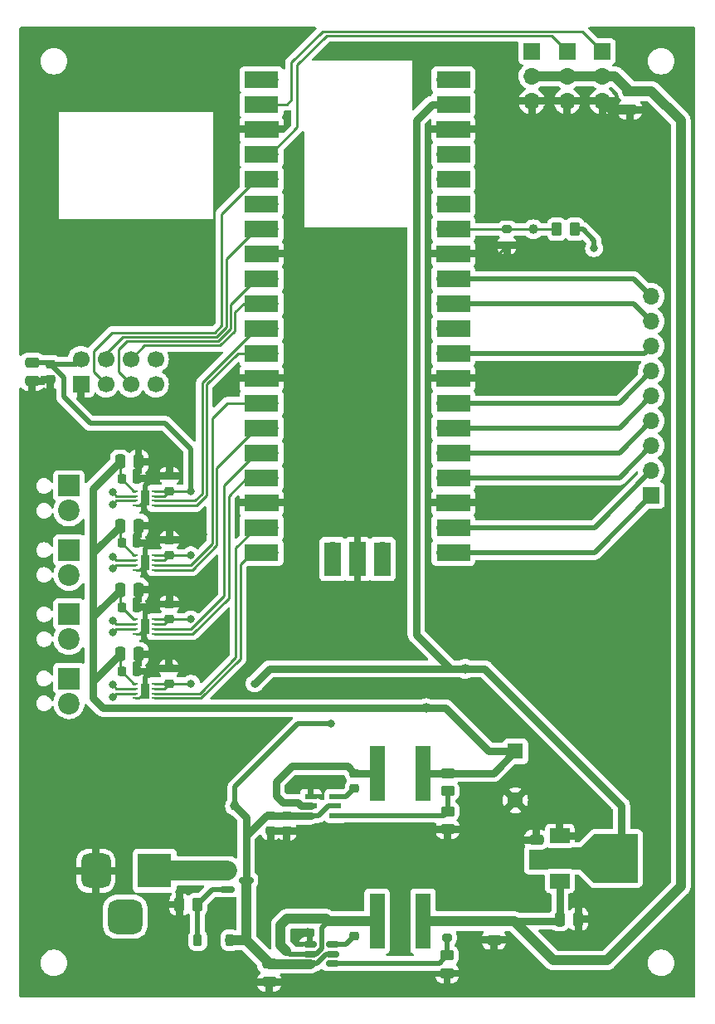
<source format=gbr>
%TF.GenerationSoftware,KiCad,Pcbnew,7.0.8-7.0.8~ubuntu22.04.1*%
%TF.CreationDate,2023-12-19T03:44:51+01:00*%
%TF.ProjectId,MecanumDevBoard,4d656361-6e75-46d4-9465-76426f617264,1.0*%
%TF.SameCoordinates,Original*%
%TF.FileFunction,Copper,L1,Top*%
%TF.FilePolarity,Positive*%
%FSLAX46Y46*%
G04 Gerber Fmt 4.6, Leading zero omitted, Abs format (unit mm)*
G04 Created by KiCad (PCBNEW 7.0.8-7.0.8~ubuntu22.04.1) date 2023-12-19 03:44:51*
%MOMM*%
%LPD*%
G01*
G04 APERTURE LIST*
G04 Aperture macros list*
%AMRoundRect*
0 Rectangle with rounded corners*
0 $1 Rounding radius*
0 $2 $3 $4 $5 $6 $7 $8 $9 X,Y pos of 4 corners*
0 Add a 4 corners polygon primitive as box body*
4,1,4,$2,$3,$4,$5,$6,$7,$8,$9,$2,$3,0*
0 Add four circle primitives for the rounded corners*
1,1,$1+$1,$2,$3*
1,1,$1+$1,$4,$5*
1,1,$1+$1,$6,$7*
1,1,$1+$1,$8,$9*
0 Add four rect primitives between the rounded corners*
20,1,$1+$1,$2,$3,$4,$5,0*
20,1,$1+$1,$4,$5,$6,$7,0*
20,1,$1+$1,$6,$7,$8,$9,0*
20,1,$1+$1,$8,$9,$2,$3,0*%
G04 Aperture macros list end*
%TA.AperFunction,SMDPad,CuDef*%
%ADD10RoundRect,0.250000X-0.250000X-0.475000X0.250000X-0.475000X0.250000X0.475000X-0.250000X0.475000X0*%
%TD*%
%TA.AperFunction,ComponentPad*%
%ADD11R,1.700000X1.700000*%
%TD*%
%TA.AperFunction,ComponentPad*%
%ADD12O,1.700000X1.700000*%
%TD*%
%TA.AperFunction,SMDPad,CuDef*%
%ADD13R,2.000000X1.500000*%
%TD*%
%TA.AperFunction,SMDPad,CuDef*%
%ADD14R,2.000000X3.800000*%
%TD*%
%TA.AperFunction,SMDPad,CuDef*%
%ADD15R,0.500000X0.250000*%
%TD*%
%TA.AperFunction,SMDPad,CuDef*%
%ADD16R,0.900000X1.600000*%
%TD*%
%TA.AperFunction,SMDPad,CuDef*%
%ADD17RoundRect,0.250000X-0.262500X-0.450000X0.262500X-0.450000X0.262500X0.450000X-0.262500X0.450000X0*%
%TD*%
%TA.AperFunction,SMDPad,CuDef*%
%ADD18R,1.600000X5.700000*%
%TD*%
%TA.AperFunction,ComponentPad*%
%ADD19R,2.200000X2.200000*%
%TD*%
%TA.AperFunction,ComponentPad*%
%ADD20C,2.200000*%
%TD*%
%TA.AperFunction,SMDPad,CuDef*%
%ADD21RoundRect,0.225000X0.250000X-0.225000X0.250000X0.225000X-0.250000X0.225000X-0.250000X-0.225000X0*%
%TD*%
%TA.AperFunction,SMDPad,CuDef*%
%ADD22RoundRect,0.250000X-0.450000X0.262500X-0.450000X-0.262500X0.450000X-0.262500X0.450000X0.262500X0*%
%TD*%
%TA.AperFunction,SMDPad,CuDef*%
%ADD23RoundRect,0.225000X0.225000X0.375000X-0.225000X0.375000X-0.225000X-0.375000X0.225000X-0.375000X0*%
%TD*%
%TA.AperFunction,SMDPad,CuDef*%
%ADD24RoundRect,0.250000X-0.475000X0.250000X-0.475000X-0.250000X0.475000X-0.250000X0.475000X0.250000X0*%
%TD*%
%TA.AperFunction,SMDPad,CuDef*%
%ADD25C,1.000000*%
%TD*%
%TA.AperFunction,SMDPad,CuDef*%
%ADD26RoundRect,0.225000X-0.250000X0.225000X-0.250000X-0.225000X0.250000X-0.225000X0.250000X0.225000X0*%
%TD*%
%TA.AperFunction,SMDPad,CuDef*%
%ADD27R,3.500000X1.700000*%
%TD*%
%TA.AperFunction,SMDPad,CuDef*%
%ADD28R,1.700000X3.500000*%
%TD*%
%TA.AperFunction,ComponentPad*%
%ADD29R,3.500000X3.500000*%
%TD*%
%TA.AperFunction,ComponentPad*%
%ADD30RoundRect,0.750000X-0.750000X-1.000000X0.750000X-1.000000X0.750000X1.000000X-0.750000X1.000000X0*%
%TD*%
%TA.AperFunction,ComponentPad*%
%ADD31RoundRect,0.875000X-0.875000X-0.875000X0.875000X-0.875000X0.875000X0.875000X-0.875000X0.875000X0*%
%TD*%
%TA.AperFunction,SMDPad,CuDef*%
%ADD32RoundRect,0.150000X-0.512500X-0.150000X0.512500X-0.150000X0.512500X0.150000X-0.512500X0.150000X0*%
%TD*%
%TA.AperFunction,SMDPad,CuDef*%
%ADD33RoundRect,0.200000X-0.275000X0.200000X-0.275000X-0.200000X0.275000X-0.200000X0.275000X0.200000X0*%
%TD*%
%TA.AperFunction,SMDPad,CuDef*%
%ADD34RoundRect,0.250000X0.475000X-0.250000X0.475000X0.250000X-0.475000X0.250000X-0.475000X-0.250000X0*%
%TD*%
%TA.AperFunction,ComponentPad*%
%ADD35R,1.600000X1.600000*%
%TD*%
%TA.AperFunction,ComponentPad*%
%ADD36C,1.600000*%
%TD*%
%TA.AperFunction,SMDPad,CuDef*%
%ADD37RoundRect,0.225000X-0.225000X-0.250000X0.225000X-0.250000X0.225000X0.250000X-0.225000X0.250000X0*%
%TD*%
%TA.AperFunction,SMDPad,CuDef*%
%ADD38RoundRect,0.150000X-0.587500X-0.150000X0.587500X-0.150000X0.587500X0.150000X-0.587500X0.150000X0*%
%TD*%
%TA.AperFunction,ComponentPad*%
%ADD39C,1.700000*%
%TD*%
%TA.AperFunction,SMDPad,CuDef*%
%ADD40RoundRect,0.200000X0.275000X-0.200000X0.275000X0.200000X-0.275000X0.200000X-0.275000X-0.200000X0*%
%TD*%
%TA.AperFunction,SMDPad,CuDef*%
%ADD41R,1.250000X0.600000*%
%TD*%
%TA.AperFunction,ViaPad*%
%ADD42C,0.800000*%
%TD*%
%TA.AperFunction,Conductor*%
%ADD43C,0.750000*%
%TD*%
%TA.AperFunction,Conductor*%
%ADD44C,0.500000*%
%TD*%
%TA.AperFunction,Conductor*%
%ADD45C,0.250000*%
%TD*%
%TA.AperFunction,Conductor*%
%ADD46C,1.000000*%
%TD*%
%TA.AperFunction,Conductor*%
%ADD47C,2.000000*%
%TD*%
G04 APERTURE END LIST*
D10*
%TO.P,C3,1*%
%TO.N,+12V*%
X79190000Y-134930000D03*
%TO.P,C3,2*%
%TO.N,GND*%
X81090000Y-134930000D03*
%TD*%
D11*
%TO.P,J4,1,Pin_1*%
%TO.N,/SERVO_2*%
X124840000Y-93080000D03*
D12*
%TO.P,J4,2,Pin_2*%
%TO.N,+5V*%
X124840000Y-95620000D03*
%TO.P,J4,3,Pin_3*%
%TO.N,GND*%
X124840000Y-98160000D03*
%TD*%
D13*
%TO.P,U8,1,GND*%
%TO.N,GND*%
X124090000Y-173130000D03*
%TO.P,U8,2,VO*%
%TO.N,+3.3V*%
X124090000Y-175430000D03*
D14*
X130390000Y-175430000D03*
D13*
%TO.P,U8,3,VI*%
%TO.N,+5V*%
X124090000Y-177730000D03*
%TD*%
D15*
%TO.P,U1,1,VM*%
%TO.N,+12V*%
X80790000Y-137930000D03*
%TO.P,U1,2,OUT1*%
%TO.N,Net-(J2-Pin_1)*%
X80790000Y-138430000D03*
%TO.P,U1,3,OUT2*%
%TO.N,Net-(J2-Pin_2)*%
X80790000Y-138930000D03*
%TO.P,U1,4,GND*%
%TO.N,GND*%
X80790000Y-139430000D03*
%TO.P,U1,5,IN2*%
%TO.N,/FL_IN2*%
X82690000Y-139430000D03*
%TO.P,U1,6,IN1*%
%TO.N,/FL_IN1*%
X82690000Y-138930000D03*
%TO.P,U1,7,~{SLEEP}*%
%TO.N,+3.3V*%
X82690000Y-138430000D03*
%TO.P,U1,8,VCC*%
X82690000Y-137930000D03*
D16*
%TO.P,U1,9,GND*%
%TO.N,GND*%
X81740000Y-138680000D03*
%TD*%
D10*
%TO.P,C9,1*%
%TO.N,+12V*%
X79190000Y-148010000D03*
%TO.P,C9,2*%
%TO.N,GND*%
X81090000Y-148010000D03*
%TD*%
D17*
%TO.P,R5,1*%
%TO.N,/BATT_PROBE*%
X123790000Y-111225000D03*
%TO.P,R5,2*%
%TO.N,+BATT*%
X125615000Y-111225000D03*
%TD*%
D18*
%TO.P,L2,1,1*%
%TO.N,Net-(U7-SW)*%
X105440000Y-181830000D03*
%TO.P,L2,2,2*%
%TO.N,+5V*%
X110140000Y-181830000D03*
%TD*%
D19*
%TO.P,J6,1,Pin_1*%
%TO.N,Net-(J6-Pin_1)*%
X73990000Y-150510000D03*
D20*
%TO.P,J6,2,Pin_2*%
%TO.N,Net-(J6-Pin_2)*%
X73990000Y-153050000D03*
%TD*%
D21*
%TO.P,C4,1*%
%TO.N,+3.3V*%
X84240000Y-144480000D03*
%TO.P,C4,2*%
%TO.N,GND*%
X84240000Y-142930000D03*
%TD*%
D15*
%TO.P,U4,1,VM*%
%TO.N,+12V*%
X80790000Y-157580000D03*
%TO.P,U4,2,OUT1*%
%TO.N,Net-(J7-Pin_1)*%
X80790000Y-158080000D03*
%TO.P,U4,3,OUT2*%
%TO.N,Net-(J7-Pin_2)*%
X80790000Y-158580000D03*
%TO.P,U4,4,GND*%
%TO.N,GND*%
X80790000Y-159080000D03*
%TO.P,U4,5,IN2*%
%TO.N,/BR_IN2*%
X82690000Y-159080000D03*
%TO.P,U4,6,IN1*%
%TO.N,/BR_IN1*%
X82690000Y-158580000D03*
%TO.P,U4,7,~{SLEEP}*%
%TO.N,+3.3V*%
X82690000Y-158080000D03*
%TO.P,U4,8,VCC*%
X82690000Y-157580000D03*
D16*
%TO.P,U4,9,GND*%
%TO.N,GND*%
X81740000Y-158330000D03*
%TD*%
D15*
%TO.P,U2,1,VM*%
%TO.N,+12V*%
X80790000Y-144480000D03*
%TO.P,U2,2,OUT1*%
%TO.N,Net-(J3-Pin_1)*%
X80790000Y-144980000D03*
%TO.P,U2,3,OUT2*%
%TO.N,Net-(J3-Pin_2)*%
X80790000Y-145480000D03*
%TO.P,U2,4,GND*%
%TO.N,GND*%
X80790000Y-145980000D03*
%TO.P,U2,5,IN2*%
%TO.N,/FR_IN2*%
X82690000Y-145980000D03*
%TO.P,U2,6,IN1*%
%TO.N,/FR_IN1*%
X82690000Y-145480000D03*
%TO.P,U2,7,~{SLEEP}*%
%TO.N,+3.3V*%
X82690000Y-144980000D03*
%TO.P,U2,8,VCC*%
X82690000Y-144480000D03*
D16*
%TO.P,U2,9,GND*%
%TO.N,GND*%
X81740000Y-145230000D03*
%TD*%
D18*
%TO.P,L1,1,1*%
%TO.N,Net-(PS1-SW)*%
X105440000Y-166730000D03*
%TO.P,L1,2,2*%
%TO.N,+12V*%
X110140000Y-166730000D03*
%TD*%
D22*
%TO.P,R8,1*%
%TO.N,Net-(PS1-FB)*%
X112640000Y-170605000D03*
%TO.P,R8,2*%
%TO.N,GND*%
X112640000Y-172430000D03*
%TD*%
D10*
%TO.P,C19,1*%
%TO.N,+5V*%
X124090000Y-181630000D03*
%TO.P,C19,2*%
%TO.N,GND*%
X125990000Y-181630000D03*
%TD*%
D23*
%TO.P,D1,1,K*%
%TO.N,+BATT*%
X90440000Y-183780000D03*
%TO.P,D1,2,A*%
%TO.N,Net-(D1-A)*%
X87140000Y-183780000D03*
%TD*%
D24*
%TO.P,C13,1*%
%TO.N,+5V*%
X131240000Y-97130000D03*
%TO.P,C13,2*%
%TO.N,GND*%
X131240000Y-99030000D03*
%TD*%
D25*
%TO.P,TP5,1,1*%
%TO.N,/BATT_PROBE*%
X121390000Y-111225000D03*
%TD*%
D21*
%TO.P,C1,1*%
%TO.N,+3.3V*%
X84240000Y-137930000D03*
%TO.P,C1,2*%
%TO.N,GND*%
X84240000Y-136380000D03*
%TD*%
D22*
%TO.P,R10,1*%
%TO.N,Net-(U7-VFB)*%
X112590000Y-185330000D03*
%TO.P,R10,2*%
%TO.N,GND*%
X112590000Y-187155000D03*
%TD*%
D25*
%TO.P,TP1,1,1*%
%TO.N,+BATT*%
X90940000Y-170080000D03*
%TD*%
D21*
%TO.P,C10,1*%
%TO.N,+3.3V*%
X84190000Y-157580000D03*
%TO.P,C10,2*%
%TO.N,GND*%
X84190000Y-156030000D03*
%TD*%
D19*
%TO.P,J2,1,Pin_1*%
%TO.N,Net-(J2-Pin_1)*%
X73990000Y-137410000D03*
D20*
%TO.P,J2,2,Pin_2*%
%TO.N,Net-(J2-Pin_2)*%
X73990000Y-139950000D03*
%TD*%
D26*
%TO.P,C23,1*%
%TO.N,+BATT*%
X94590000Y-171080000D03*
%TO.P,C23,2*%
%TO.N,GND*%
X94590000Y-172630000D03*
%TD*%
D12*
%TO.P,U6,1,GPIO0*%
%TO.N,/LED*%
X94550000Y-95950000D03*
D27*
X93650000Y-95950000D03*
D12*
%TO.P,U6,2,GPIO1*%
%TO.N,/SERVO_1*%
X94550000Y-98490000D03*
D27*
X93650000Y-98490000D03*
D11*
%TO.P,U6,3,GND*%
%TO.N,GND*%
X94550000Y-101030000D03*
D27*
X93650000Y-101030000D03*
D12*
%TO.P,U6,4,GPIO2*%
%TO.N,/SERVO_2*%
X94550000Y-103570000D03*
D27*
X93650000Y-103570000D03*
D12*
%TO.P,U6,5,GPIO3*%
%TO.N,/NRF_CE*%
X94550000Y-106110000D03*
D27*
X93650000Y-106110000D03*
D12*
%TO.P,U6,6,GPIO4*%
%TO.N,/NRF_MISO*%
X94550000Y-108650000D03*
D27*
X93650000Y-108650000D03*
D12*
%TO.P,U6,7,GPIO5*%
%TO.N,/NRF_CSN*%
X94550000Y-111190000D03*
D27*
X93650000Y-111190000D03*
D11*
%TO.P,U6,8,GND*%
%TO.N,GND*%
X94550000Y-113730000D03*
D27*
X93650000Y-113730000D03*
D12*
%TO.P,U6,9,GPIO6*%
%TO.N,/NRF_SCK*%
X94550000Y-116270000D03*
D27*
X93650000Y-116270000D03*
D12*
%TO.P,U6,10,GPIO7*%
%TO.N,/NRF_MOSI*%
X94550000Y-118810000D03*
D27*
X93650000Y-118810000D03*
D12*
%TO.P,U6,11,GPIO8*%
%TO.N,/FL_IN1*%
X94550000Y-121350000D03*
D27*
X93650000Y-121350000D03*
D12*
%TO.P,U6,12,GPIO9*%
%TO.N,/FL_IN2*%
X94550000Y-123890000D03*
D27*
X93650000Y-123890000D03*
D11*
%TO.P,U6,13,GND*%
%TO.N,GND*%
X94550000Y-126430000D03*
D27*
X93650000Y-126430000D03*
D12*
%TO.P,U6,14,GPIO10*%
%TO.N,/FR_IN1*%
X94550000Y-128970000D03*
D27*
X93650000Y-128970000D03*
D12*
%TO.P,U6,15,GPIO11*%
%TO.N,/FR_IN2*%
X94550000Y-131510000D03*
D27*
X93650000Y-131510000D03*
D12*
%TO.P,U6,16,GPIO12*%
%TO.N,/BL_IN1*%
X94550000Y-134050000D03*
D27*
X93650000Y-134050000D03*
D12*
%TO.P,U6,17,GPIO13*%
%TO.N,/BL_IN2*%
X94550000Y-136590000D03*
D27*
X93650000Y-136590000D03*
D11*
%TO.P,U6,18,GND*%
%TO.N,GND*%
X94550000Y-139130000D03*
D27*
X93650000Y-139130000D03*
D12*
%TO.P,U6,19,GPIO14*%
%TO.N,/BR_IN1*%
X94550000Y-141670000D03*
D27*
X93650000Y-141670000D03*
D12*
%TO.P,U6,20,GPIO15*%
%TO.N,/BR_IN2*%
X94550000Y-144210000D03*
D27*
X93650000Y-144210000D03*
D12*
%TO.P,U6,21,GPIO16*%
%TO.N,/GPIO16*%
X112330000Y-144210000D03*
D27*
X113230000Y-144210000D03*
D12*
%TO.P,U6,22,GPIO17*%
%TO.N,/GPIO17*%
X112330000Y-141670000D03*
D27*
X113230000Y-141670000D03*
D11*
%TO.P,U6,23,GND*%
%TO.N,GND*%
X112330000Y-139130000D03*
D27*
X113230000Y-139130000D03*
D12*
%TO.P,U6,24,GPIO18*%
%TO.N,/GPIO18*%
X112330000Y-136590000D03*
D27*
X113230000Y-136590000D03*
D12*
%TO.P,U6,25,GPIO19*%
%TO.N,/GPIO19*%
X112330000Y-134050000D03*
D27*
X113230000Y-134050000D03*
D12*
%TO.P,U6,26,GPIO20*%
%TO.N,/GPIO20*%
X112330000Y-131510000D03*
D27*
X113230000Y-131510000D03*
D12*
%TO.P,U6,27,GPIO21*%
%TO.N,/GPIO21*%
X112330000Y-128970000D03*
D27*
X113230000Y-128970000D03*
D11*
%TO.P,U6,28,GND*%
%TO.N,GND*%
X112330000Y-126430000D03*
D27*
X113230000Y-126430000D03*
D12*
%TO.P,U6,29,GPIO22*%
%TO.N,/GPIO22*%
X112330000Y-123890000D03*
D27*
X113230000Y-123890000D03*
D12*
%TO.P,U6,30,RUN*%
%TO.N,unconnected-(U6-RUN-Pad30)*%
X112330000Y-121350000D03*
D27*
X113230000Y-121350000D03*
D12*
%TO.P,U6,31,GPIO26_ADC0*%
%TO.N,/GPIO27_ADC0*%
X112330000Y-118810000D03*
D27*
X113230000Y-118810000D03*
D12*
%TO.P,U6,32,GPIO27_ADC1*%
%TO.N,/GPIO27_ADC1*%
X112330000Y-116270000D03*
D27*
X113230000Y-116270000D03*
D11*
%TO.P,U6,33,AGND*%
%TO.N,GND*%
X112330000Y-113730000D03*
D27*
X113230000Y-113730000D03*
D12*
%TO.P,U6,34,GPIO28_ADC2*%
%TO.N,/BATT_PROBE*%
X112330000Y-111190000D03*
D27*
X113230000Y-111190000D03*
D12*
%TO.P,U6,35,ADC_VREF*%
%TO.N,unconnected-(U6-ADC_VREF-Pad35)*%
X112330000Y-108650000D03*
D27*
X113230000Y-108650000D03*
D12*
%TO.P,U6,36,3V3*%
%TO.N,unconnected-(U6-3V3-Pad36)*%
X112330000Y-106110000D03*
D27*
X113230000Y-106110000D03*
D12*
%TO.P,U6,37,3V3_EN*%
%TO.N,unconnected-(U6-3V3_EN-Pad37)*%
X112330000Y-103570000D03*
D27*
X113230000Y-103570000D03*
D11*
%TO.P,U6,38,GND*%
%TO.N,GND*%
X112330000Y-101030000D03*
D27*
X113230000Y-101030000D03*
D12*
%TO.P,U6,39,VSYS*%
%TO.N,+3.3V*%
X112330000Y-98490000D03*
D27*
X113230000Y-98490000D03*
D12*
%TO.P,U6,40,VBUS*%
%TO.N,unconnected-(U6-VBUS-Pad40)*%
X112330000Y-95950000D03*
D27*
X113230000Y-95950000D03*
D12*
%TO.P,U6,41,SWCLK*%
%TO.N,unconnected-(U6-SWCLK-Pad41)*%
X100900000Y-143980000D03*
D28*
X100900000Y-144880000D03*
D11*
%TO.P,U6,42,GND*%
%TO.N,GND*%
X103440000Y-143980000D03*
D28*
X103440000Y-144880000D03*
D12*
%TO.P,U6,43,SWDIO*%
%TO.N,unconnected-(U6-SWDIO-Pad43)*%
X105980000Y-143980000D03*
D28*
X105980000Y-144880000D03*
%TD*%
D21*
%TO.P,C7,1*%
%TO.N,+3.3V*%
X84240000Y-151030000D03*
%TO.P,C7,2*%
%TO.N,GND*%
X84240000Y-149480000D03*
%TD*%
D15*
%TO.P,U3,1,VM*%
%TO.N,+12V*%
X80790000Y-151030000D03*
%TO.P,U3,2,OUT1*%
%TO.N,Net-(J6-Pin_1)*%
X80790000Y-151530000D03*
%TO.P,U3,3,OUT2*%
%TO.N,Net-(J6-Pin_2)*%
X80790000Y-152030000D03*
%TO.P,U3,4,GND*%
%TO.N,GND*%
X80790000Y-152530000D03*
%TO.P,U3,5,IN2*%
%TO.N,/BL_IN2*%
X82690000Y-152530000D03*
%TO.P,U3,6,IN1*%
%TO.N,/BL_IN1*%
X82690000Y-152030000D03*
%TO.P,U3,7,~{SLEEP}*%
%TO.N,+3.3V*%
X82690000Y-151530000D03*
%TO.P,U3,8,VCC*%
X82690000Y-151030000D03*
D16*
%TO.P,U3,9,GND*%
%TO.N,GND*%
X81740000Y-151780000D03*
%TD*%
D22*
%TO.P,R3,1*%
%TO.N,+12V*%
X112640000Y-166730000D03*
%TO.P,R3,2*%
%TO.N,Net-(PS1-FB)*%
X112640000Y-168555000D03*
%TD*%
D11*
%TO.P,J1,1,Pin_1*%
%TO.N,/SERVO_1*%
X128440000Y-93080000D03*
D12*
%TO.P,J1,2,Pin_2*%
%TO.N,+5V*%
X128440000Y-95620000D03*
%TO.P,J1,3,Pin_3*%
%TO.N,GND*%
X128440000Y-98160000D03*
%TD*%
D19*
%TO.P,J3,1,Pin_1*%
%TO.N,Net-(J3-Pin_1)*%
X73990000Y-143960000D03*
D20*
%TO.P,J3,2,Pin_2*%
%TO.N,Net-(J3-Pin_2)*%
X73990000Y-146500000D03*
%TD*%
D26*
%TO.P,C15,1*%
%TO.N,+3.3V*%
X72095000Y-124995000D03*
%TO.P,C15,2*%
%TO.N,GND*%
X72095000Y-126545000D03*
%TD*%
D29*
%TO.P,J8,1*%
%TO.N,Net-(Q4-D)*%
X82740000Y-176680000D03*
D30*
%TO.P,J8,2*%
%TO.N,GND*%
X76740000Y-176680000D03*
D31*
%TO.P,J8,3*%
%TO.N,N/C*%
X79740000Y-181380000D03*
%TD*%
D24*
%TO.P,C17,1*%
%TO.N,+BATT*%
X94440000Y-186130000D03*
%TO.P,C17,2*%
%TO.N,GND*%
X94440000Y-188030000D03*
%TD*%
D26*
%TO.P,C22,1*%
%TO.N,+BATT*%
X96240000Y-171080000D03*
%TO.P,C22,2*%
%TO.N,GND*%
X96240000Y-172630000D03*
%TD*%
D32*
%TO.P,U7,1,GND*%
%TO.N,GND*%
X98602500Y-184230000D03*
%TO.P,U7,2,SW*%
%TO.N,Net-(U7-SW)*%
X98602500Y-185180000D03*
%TO.P,U7,3,VIN*%
%TO.N,+BATT*%
X98602500Y-186130000D03*
%TO.P,U7,4,VFB*%
%TO.N,Net-(U7-VFB)*%
X100877500Y-186130000D03*
%TO.P,U7,5,EN*%
%TO.N,+BATT*%
X100877500Y-185180000D03*
%TO.P,U7,6,VBST*%
%TO.N,Net-(U7-VBST)*%
X100877500Y-184230000D03*
%TD*%
D10*
%TO.P,C6,1*%
%TO.N,+12V*%
X79190000Y-141480000D03*
%TO.P,C6,2*%
%TO.N,GND*%
X81090000Y-141480000D03*
%TD*%
D24*
%TO.P,C24,1*%
%TO.N,+5V*%
X117390000Y-181830000D03*
%TO.P,C24,2*%
%TO.N,GND*%
X117390000Y-183730000D03*
%TD*%
D33*
%TO.P,R9,1*%
%TO.N,+5V*%
X112590000Y-181830000D03*
%TO.P,R9,2*%
%TO.N,Net-(U7-VFB)*%
X112590000Y-183480000D03*
%TD*%
D34*
%TO.P,C20,1*%
%TO.N,+3.3V*%
X121690000Y-175430000D03*
%TO.P,C20,2*%
%TO.N,GND*%
X121690000Y-173530000D03*
%TD*%
D35*
%TO.P,C21,1*%
%TO.N,+12V*%
X119550000Y-164497349D03*
D36*
%TO.P,C21,2*%
%TO.N,GND*%
X119550000Y-169497349D03*
%TD*%
D37*
%TO.P,C2,1*%
%TO.N,+12V*%
X79365000Y-136680000D03*
%TO.P,C2,2*%
%TO.N,GND*%
X80915000Y-136680000D03*
%TD*%
%TO.P,C8,1*%
%TO.N,+12V*%
X79365000Y-149780000D03*
%TO.P,C8,2*%
%TO.N,GND*%
X80915000Y-149780000D03*
%TD*%
D25*
%TO.P,TP3,1,1*%
%TO.N,+5V*%
X136440000Y-156080000D03*
%TD*%
D37*
%TO.P,C5,1*%
%TO.N,+12V*%
X79365000Y-143230000D03*
%TO.P,C5,2*%
%TO.N,GND*%
X80915000Y-143230000D03*
%TD*%
D38*
%TO.P,Q4,1,D*%
%TO.N,Net-(Q4-D)*%
X90190000Y-176680000D03*
%TO.P,Q4,2,G*%
%TO.N,Net-(D1-A)*%
X90190000Y-178580000D03*
%TO.P,Q4,3,S*%
%TO.N,+BATT*%
X92065000Y-177630000D03*
%TD*%
D11*
%TO.P,U5,1,GND*%
%TO.N,GND*%
X75220000Y-127020000D03*
D39*
%TO.P,U5,2,VCC*%
%TO.N,+3.3V*%
X75220000Y-124480000D03*
%TO.P,U5,3,CE*%
%TO.N,/NRF_CE*%
X77760000Y-127020000D03*
%TO.P,U5,4,~{CSN}*%
%TO.N,/NRF_CSN*%
X77760000Y-124480000D03*
%TO.P,U5,5,SCK*%
%TO.N,/NRF_SCK*%
X80300000Y-127020000D03*
%TO.P,U5,6,MOSI*%
%TO.N,/NRF_MOSI*%
X80300000Y-124480000D03*
%TO.P,U5,7,MISO*%
%TO.N,/NRF_MISO*%
X82840000Y-127020000D03*
%TO.P,U5,8,IRQ*%
%TO.N,unconnected-(U5-IRQ-Pad8)*%
X82840000Y-124480000D03*
%TD*%
D25*
%TO.P,TP4,1,1*%
%TO.N,+3.3V*%
X114440000Y-156080000D03*
%TD*%
D26*
%TO.P,C18,1*%
%TO.N,Net-(U7-SW)*%
X103090000Y-181830000D03*
%TO.P,C18,2*%
%TO.N,Net-(U7-VBST)*%
X103090000Y-183380000D03*
%TD*%
D40*
%TO.P,R6,1*%
%TO.N,GND*%
X118690000Y-112875000D03*
%TO.P,R6,2*%
%TO.N,/BATT_PROBE*%
X118690000Y-111225000D03*
%TD*%
D10*
%TO.P,C12,1*%
%TO.N,+12V*%
X79190000Y-154580000D03*
%TO.P,C12,2*%
%TO.N,GND*%
X81090000Y-154580000D03*
%TD*%
D17*
%TO.P,R7,1*%
%TO.N,GND*%
X85277500Y-180130000D03*
%TO.P,R7,2*%
%TO.N,Net-(D1-A)*%
X87102500Y-180130000D03*
%TD*%
D26*
%TO.P,C16,1*%
%TO.N,Net-(PS1-SW)*%
X103140000Y-166730000D03*
%TO.P,C16,2*%
%TO.N,Net-(PS1-CB)*%
X103140000Y-168280000D03*
%TD*%
D37*
%TO.P,C11,1*%
%TO.N,+12V*%
X79365000Y-156330000D03*
%TO.P,C11,2*%
%TO.N,GND*%
X80915000Y-156330000D03*
%TD*%
D25*
%TO.P,TP2,1,1*%
%TO.N,+12V*%
X110440000Y-160080000D03*
%TD*%
D41*
%TO.P,PS1,1,GND*%
%TO.N,GND*%
X98690000Y-169130000D03*
%TO.P,PS1,2,SW*%
%TO.N,Net-(PS1-SW)*%
X98690000Y-170080000D03*
%TO.P,PS1,3,VIN*%
%TO.N,+BATT*%
X98690000Y-171030000D03*
%TO.P,PS1,4,FB*%
%TO.N,Net-(PS1-FB)*%
X101190000Y-171030000D03*
%TO.P,PS1,5,EN*%
%TO.N,+BATT*%
X101190000Y-170080000D03*
%TO.P,PS1,6,CB*%
%TO.N,Net-(PS1-CB)*%
X101190000Y-169130000D03*
%TD*%
D11*
%TO.P,J5,1,Pin_1*%
%TO.N,/LED*%
X121240000Y-93080000D03*
D12*
%TO.P,J5,2,Pin_2*%
%TO.N,+5V*%
X121240000Y-95620000D03*
%TO.P,J5,3,Pin_3*%
%TO.N,GND*%
X121240000Y-98160000D03*
%TD*%
D11*
%TO.P,J9,1,Pin_1*%
%TO.N,/GPIO16*%
X133440000Y-138400000D03*
D12*
%TO.P,J9,2,Pin_2*%
%TO.N,/GPIO17*%
X133440000Y-135860000D03*
%TO.P,J9,3,Pin_3*%
%TO.N,/GPIO18*%
X133440000Y-133320000D03*
%TO.P,J9,4,Pin_4*%
%TO.N,/GPIO19*%
X133440000Y-130780000D03*
%TO.P,J9,5,Pin_5*%
%TO.N,/GPIO20*%
X133440000Y-128240000D03*
%TO.P,J9,6,Pin_6*%
%TO.N,/GPIO21*%
X133440000Y-125700000D03*
%TO.P,J9,7,Pin_7*%
%TO.N,/GPIO22*%
X133440000Y-123160000D03*
%TO.P,J9,8,Pin_8*%
%TO.N,/GPIO27_ADC0*%
X133440000Y-120620000D03*
%TO.P,J9,9,Pin_9*%
%TO.N,/GPIO27_ADC1*%
X133440000Y-118080000D03*
%TD*%
D24*
%TO.P,C14,1*%
%TO.N,+3.3V*%
X70245000Y-124820000D03*
%TO.P,C14,2*%
%TO.N,GND*%
X70245000Y-126720000D03*
%TD*%
D19*
%TO.P,J7,1,Pin_1*%
%TO.N,Net-(J7-Pin_1)*%
X73990000Y-157060000D03*
D20*
%TO.P,J7,2,Pin_2*%
%TO.N,Net-(J7-Pin_2)*%
X73990000Y-159600000D03*
%TD*%
D42*
%TO.N,+3.3V*%
X86440000Y-151030000D03*
X86440000Y-144480000D03*
X86440000Y-137930000D03*
X86440000Y-157580000D03*
X92940000Y-157580000D03*
%TO.N,GND*%
X132400000Y-106400000D03*
X103500000Y-150000000D03*
X72240000Y-130980000D03*
X89600000Y-172900000D03*
X83640000Y-182480000D03*
X132800000Y-144000000D03*
X98000000Y-114600000D03*
X97040000Y-168280000D03*
X133200000Y-113900000D03*
X84600000Y-162500000D03*
X96500000Y-179100000D03*
X117000000Y-160100000D03*
X89200000Y-153900000D03*
X88600000Y-147800000D03*
X117200000Y-177600000D03*
X115240000Y-185480000D03*
X98200000Y-174300000D03*
X101900000Y-157900000D03*
X84790000Y-141080000D03*
X121900000Y-171700000D03*
X82700000Y-132900000D03*
X107400000Y-175400000D03*
X100800000Y-167400000D03*
X132500000Y-165800000D03*
X84740000Y-154180000D03*
X76600000Y-133200000D03*
X98400000Y-182900000D03*
X122300000Y-104600000D03*
X125900000Y-168700000D03*
X122900000Y-149800000D03*
X98600000Y-135800000D03*
X132700000Y-153400000D03*
X94500000Y-150000000D03*
X127840000Y-181480000D03*
X97240000Y-183280000D03*
X104500000Y-188100000D03*
X106400000Y-126200000D03*
X84790000Y-134530000D03*
X107800000Y-184000000D03*
X84790000Y-147630000D03*
X98200000Y-125500000D03*
X106200000Y-114400000D03*
X91640000Y-187280000D03*
X98600000Y-167400000D03*
X92900000Y-162500000D03*
X86200000Y-130000000D03*
X107200000Y-135600000D03*
X87700000Y-142400000D03*
%TO.N,+BATT*%
X100740000Y-161680000D03*
X127590000Y-113180000D03*
%TO.N,Net-(J2-Pin_1)*%
X78490000Y-138080000D03*
%TO.N,Net-(J2-Pin_2)*%
X78490000Y-139280000D03*
%TO.N,Net-(J3-Pin_1)*%
X78490000Y-144630000D03*
%TO.N,Net-(J3-Pin_2)*%
X78490000Y-145830000D03*
%TO.N,Net-(J6-Pin_1)*%
X78490000Y-151180000D03*
%TO.N,Net-(J6-Pin_2)*%
X78490000Y-152380000D03*
%TO.N,Net-(J7-Pin_1)*%
X78490000Y-157730000D03*
%TO.N,Net-(J7-Pin_2)*%
X78490000Y-158930000D03*
%TD*%
D43*
%TO.N,+3.3V*%
X114440000Y-156080000D02*
X113440000Y-156080000D01*
D44*
X73440000Y-126340000D02*
X72095000Y-124995000D01*
D45*
X83690000Y-151530000D02*
X84190000Y-151030000D01*
D44*
X76140000Y-131030000D02*
X73440000Y-128330000D01*
X71920000Y-124820000D02*
X72095000Y-124995000D01*
D43*
X114440000Y-156080000D02*
X116440000Y-156080000D01*
D45*
X82690000Y-157580000D02*
X84190000Y-157580000D01*
D43*
X109440000Y-152580000D02*
X109440000Y-100080000D01*
D45*
X82690000Y-144980000D02*
X83690000Y-144980000D01*
D43*
X116440000Y-156080000D02*
X130390000Y-170030000D01*
X111030000Y-98490000D02*
X112330000Y-98490000D01*
D45*
X84190000Y-151030000D02*
X86440000Y-151030000D01*
D44*
X86440000Y-133630000D02*
X83840000Y-131030000D01*
D45*
X83690000Y-138430000D02*
X84190000Y-137930000D01*
D44*
X83840000Y-131030000D02*
X76140000Y-131030000D01*
D43*
X112940000Y-156080000D02*
X109440000Y-152580000D01*
X113440000Y-156080000D02*
X94440000Y-156080000D01*
D45*
X82690000Y-158080000D02*
X83690000Y-158080000D01*
X82690000Y-151530000D02*
X83690000Y-151530000D01*
X83690000Y-158080000D02*
X84190000Y-157580000D01*
X82690000Y-151030000D02*
X84190000Y-151030000D01*
D43*
X94440000Y-156080000D02*
X92940000Y-157580000D01*
D45*
X82690000Y-144480000D02*
X84190000Y-144480000D01*
D44*
X86440000Y-137930000D02*
X86440000Y-133630000D01*
D45*
X83690000Y-144980000D02*
X84190000Y-144480000D01*
X82690000Y-138430000D02*
X83690000Y-138430000D01*
X84190000Y-137930000D02*
X86440000Y-137930000D01*
D43*
X130390000Y-170030000D02*
X130390000Y-175430000D01*
D45*
X82690000Y-137930000D02*
X84190000Y-137930000D01*
D44*
X74705000Y-124995000D02*
X75220000Y-124480000D01*
D43*
X113440000Y-156080000D02*
X112940000Y-156080000D01*
D44*
X70245000Y-124820000D02*
X71920000Y-124820000D01*
X73440000Y-128330000D02*
X73440000Y-126340000D01*
D43*
X109440000Y-100080000D02*
X111030000Y-98490000D01*
D45*
X84190000Y-157580000D02*
X86440000Y-157580000D01*
X84190000Y-144480000D02*
X86440000Y-144480000D01*
D44*
X72095000Y-124995000D02*
X74705000Y-124995000D01*
D45*
%TO.N,GND*%
X81124620Y-159080000D02*
X81740000Y-158464620D01*
D44*
X81790000Y-150210000D02*
X82200000Y-149800000D01*
X94590000Y-172630000D02*
X96590000Y-172630000D01*
X81740000Y-158330000D02*
X81740000Y-156960000D01*
X81790000Y-138680000D02*
X81790000Y-137410000D01*
X81790000Y-151780000D02*
X81790000Y-150210000D01*
X117390000Y-183730000D02*
X116990000Y-183730000D01*
X72095000Y-130835000D02*
X72240000Y-130980000D01*
D45*
X80840000Y-139430000D02*
X81174620Y-139430000D01*
X81174620Y-152530000D02*
X81790000Y-151914620D01*
X81790000Y-145364620D02*
X81790000Y-145230000D01*
D44*
X81790000Y-137410000D02*
X82300000Y-136900000D01*
D45*
X81740000Y-158464620D02*
X81740000Y-158330000D01*
D44*
X81790000Y-143810000D02*
X82100000Y-143500000D01*
D45*
X81174620Y-139430000D02*
X81790000Y-138814620D01*
D44*
X98602500Y-184230000D02*
X98190000Y-184230000D01*
D45*
X80840000Y-152530000D02*
X81174620Y-152530000D01*
X80790000Y-159080000D02*
X81124620Y-159080000D01*
X117835000Y-113730000D02*
X118690000Y-112875000D01*
D44*
X81790000Y-145230000D02*
X81790000Y-143810000D01*
D46*
X129310000Y-99030000D02*
X128440000Y-98160000D01*
D45*
X80840000Y-145980000D02*
X81174620Y-145980000D01*
X81174620Y-145980000D02*
X81790000Y-145364620D01*
D44*
X126140000Y-181480000D02*
X125990000Y-181630000D01*
X72095000Y-126545000D02*
X72095000Y-130835000D01*
X70245000Y-126720000D02*
X71920000Y-126720000D01*
X71920000Y-126720000D02*
X72095000Y-126545000D01*
D46*
X131240000Y-99030000D02*
X129310000Y-99030000D01*
D45*
X81790000Y-151914620D02*
X81790000Y-151780000D01*
D44*
X81740000Y-156960000D02*
X82100000Y-156600000D01*
D45*
X81790000Y-138814620D02*
X81790000Y-138680000D01*
X112330000Y-113730000D02*
X117835000Y-113730000D01*
D43*
%TO.N,+12V*%
X77440000Y-160080000D02*
X76440000Y-159080000D01*
D45*
X80790000Y-157580000D02*
X80615000Y-157580000D01*
X79190000Y-154580000D02*
X79190000Y-156155000D01*
D43*
X79190000Y-154580000D02*
X76440000Y-157330000D01*
D45*
X79190000Y-141480000D02*
X79190000Y-143055000D01*
D43*
X76440000Y-137680000D02*
X76440000Y-144230000D01*
X117317349Y-166730000D02*
X119550000Y-164497349D01*
X110440000Y-160080000D02*
X77440000Y-160080000D01*
D45*
X80790000Y-144480000D02*
X80615000Y-144480000D01*
D43*
X112640000Y-166730000D02*
X117317349Y-166730000D01*
D45*
X80615000Y-137930000D02*
X79365000Y-136680000D01*
X79190000Y-156155000D02*
X79365000Y-156330000D01*
X79190000Y-136505000D02*
X79365000Y-136680000D01*
X80615000Y-157580000D02*
X79365000Y-156330000D01*
X80615000Y-144480000D02*
X79365000Y-143230000D01*
D43*
X110440000Y-160080000D02*
X112440000Y-160080000D01*
D45*
X79190000Y-148010000D02*
X79190000Y-149605000D01*
X80790000Y-151030000D02*
X80615000Y-151030000D01*
X79190000Y-149605000D02*
X79365000Y-149780000D01*
X79190000Y-143055000D02*
X79365000Y-143230000D01*
X80790000Y-137930000D02*
X80615000Y-137930000D01*
D43*
X112640000Y-166730000D02*
X110140000Y-166730000D01*
D45*
X79190000Y-134930000D02*
X79190000Y-136505000D01*
D43*
X112440000Y-160080000D02*
X116857349Y-164497349D01*
X76440000Y-159080000D02*
X76440000Y-144230000D01*
X116857349Y-164497349D02*
X119550000Y-164497349D01*
X79190000Y-134930000D02*
X76440000Y-137680000D01*
X79190000Y-148010000D02*
X76440000Y-150760000D01*
D45*
X80615000Y-151030000D02*
X79365000Y-149780000D01*
D43*
X79190000Y-141480000D02*
X76440000Y-144230000D01*
D46*
%TO.N,+5V*%
X136440000Y-156080000D02*
X136440000Y-100130000D01*
D43*
X124090000Y-181630000D02*
X123890000Y-181830000D01*
D46*
X119440000Y-181830000D02*
X123440000Y-185830000D01*
X112590000Y-181830000D02*
X117390000Y-181830000D01*
X112590000Y-181830000D02*
X110140000Y-181830000D01*
X117390000Y-181830000D02*
X119440000Y-181830000D01*
X128440000Y-95620000D02*
X121240000Y-95620000D01*
D43*
X123890000Y-181830000D02*
X117390000Y-181830000D01*
X124090000Y-177730000D02*
X124090000Y-181630000D01*
D46*
X128440000Y-95620000D02*
X129730000Y-95620000D01*
X136440000Y-178280000D02*
X136440000Y-156080000D01*
X133440000Y-97130000D02*
X131240000Y-97130000D01*
X123440000Y-185830000D02*
X128890000Y-185830000D01*
X136440000Y-100130000D02*
X133440000Y-97130000D01*
X129730000Y-95620000D02*
X131240000Y-97130000D01*
X128890000Y-185830000D02*
X136440000Y-178280000D01*
D43*
%TO.N,Net-(PS1-SW)*%
X95140000Y-167580000D02*
X96720000Y-166000000D01*
X97343274Y-169750000D02*
X95860000Y-169750000D01*
X98690000Y-170080000D02*
X97673274Y-170080000D01*
X102410000Y-166000000D02*
X103140000Y-166730000D01*
X96720000Y-166000000D02*
X102410000Y-166000000D01*
X95140000Y-169030000D02*
X95140000Y-167580000D01*
X95860000Y-169750000D02*
X95140000Y-169030000D01*
X103140000Y-166730000D02*
X105440000Y-166730000D01*
X97673274Y-170080000D02*
X97343274Y-169750000D01*
D44*
%TO.N,Net-(PS1-CB)*%
X101190000Y-169130000D02*
X102290000Y-169130000D01*
X102290000Y-169130000D02*
X103140000Y-168280000D01*
D46*
%TO.N,+BATT*%
X94440000Y-186130000D02*
X92090000Y-183780000D01*
D44*
X101190000Y-170080000D02*
X100440000Y-170080000D01*
X90940000Y-168130000D02*
X97390000Y-161680000D01*
X127590000Y-112380000D02*
X126435000Y-111225000D01*
D46*
X92090000Y-177655000D02*
X92065000Y-177630000D01*
D44*
X100215000Y-185180000D02*
X99265000Y-186130000D01*
D46*
X94490000Y-186180000D02*
X98602500Y-186180000D01*
D43*
X92065000Y-173130000D02*
X94115000Y-171080000D01*
D44*
X99490000Y-171030000D02*
X98690000Y-171030000D01*
X90940000Y-170080000D02*
X90940000Y-168130000D01*
X100440000Y-170080000D02*
X99490000Y-171030000D01*
D43*
X96240000Y-171080000D02*
X98640000Y-171080000D01*
D44*
X127590000Y-113180000D02*
X127590000Y-112380000D01*
D46*
X92090000Y-183780000D02*
X90440000Y-183780000D01*
D44*
X100877500Y-185180000D02*
X100215000Y-185180000D01*
D46*
X92090000Y-183780000D02*
X92090000Y-177655000D01*
D43*
X94590000Y-171080000D02*
X96240000Y-171080000D01*
D44*
X99265000Y-186130000D02*
X98602500Y-186130000D01*
D43*
X92065000Y-171205000D02*
X90940000Y-170080000D01*
D46*
X94440000Y-186130000D02*
X94490000Y-186180000D01*
D43*
X92065000Y-177630000D02*
X92065000Y-173130000D01*
X98640000Y-171080000D02*
X98690000Y-171030000D01*
X94115000Y-171080000D02*
X94590000Y-171080000D01*
D44*
X126435000Y-111225000D02*
X125615000Y-111225000D01*
X97390000Y-161680000D02*
X100740000Y-161680000D01*
D43*
X92065000Y-173130000D02*
X92065000Y-171205000D01*
D44*
%TO.N,Net-(U7-SW)*%
X99190000Y-185180000D02*
X98602500Y-185180000D01*
X99765000Y-182505000D02*
X99765000Y-184605000D01*
D46*
X95600000Y-182200000D02*
X96220000Y-181580000D01*
X103090000Y-181830000D02*
X105440000Y-181830000D01*
D44*
X98602500Y-185180000D02*
X96480000Y-185180000D01*
D46*
X96220000Y-181580000D02*
X100190000Y-181580000D01*
X96200000Y-184900000D02*
X95600000Y-184300000D01*
X100440000Y-181830000D02*
X100190000Y-181580000D01*
X103090000Y-181830000D02*
X100440000Y-181830000D01*
D44*
X100440000Y-181830000D02*
X99765000Y-182505000D01*
X99765000Y-184605000D02*
X99190000Y-185180000D01*
D46*
X95600000Y-184300000D02*
X95600000Y-182200000D01*
D44*
%TO.N,Net-(U7-VBST)*%
X100877500Y-184230000D02*
X102240000Y-184230000D01*
X102240000Y-184230000D02*
X103090000Y-183380000D01*
D45*
%TO.N,Net-(J2-Pin_1)*%
X80790000Y-138430000D02*
X78840000Y-138430000D01*
X78840000Y-138430000D02*
X78490000Y-138080000D01*
%TO.N,Net-(J2-Pin_2)*%
X80790000Y-138930000D02*
X78840000Y-138930000D01*
X78840000Y-138930000D02*
X78490000Y-139280000D01*
%TO.N,Net-(J3-Pin_1)*%
X78840000Y-144980000D02*
X78490000Y-144630000D01*
X80790000Y-144980000D02*
X78840000Y-144980000D01*
%TO.N,Net-(J3-Pin_2)*%
X78840000Y-145480000D02*
X78490000Y-145830000D01*
X80790000Y-145480000D02*
X78840000Y-145480000D01*
%TO.N,Net-(J6-Pin_1)*%
X80790000Y-151530000D02*
X78840000Y-151530000D01*
X78840000Y-151530000D02*
X78490000Y-151180000D01*
%TO.N,Net-(J6-Pin_2)*%
X78840000Y-152030000D02*
X78490000Y-152380000D01*
X80790000Y-152030000D02*
X78840000Y-152030000D01*
%TO.N,Net-(J7-Pin_1)*%
X78840000Y-158080000D02*
X80790000Y-158080000D01*
X78490000Y-157730000D02*
X78840000Y-158080000D01*
%TO.N,Net-(J7-Pin_2)*%
X78840000Y-158580000D02*
X80790000Y-158580000D01*
X78490000Y-158930000D02*
X78840000Y-158580000D01*
D47*
%TO.N,Net-(Q4-D)*%
X82740000Y-176680000D02*
X90190000Y-176680000D01*
D44*
%TO.N,Net-(PS1-FB)*%
X101190000Y-171030000D02*
X112215000Y-171030000D01*
X112215000Y-171030000D02*
X112640000Y-170605000D01*
X112640000Y-170605000D02*
X112640000Y-168555000D01*
%TO.N,Net-(D1-A)*%
X88652500Y-178580000D02*
X87102500Y-180130000D01*
X87102500Y-180130000D02*
X87102500Y-183742500D01*
X90190000Y-178580000D02*
X88652500Y-178580000D01*
X87102500Y-183742500D02*
X87140000Y-183780000D01*
D45*
%TO.N,/BATT_PROBE*%
X123790000Y-111225000D02*
X112365000Y-111225000D01*
X112365000Y-111225000D02*
X112330000Y-111190000D01*
D44*
%TO.N,Net-(U7-VFB)*%
X112590000Y-183480000D02*
X112590000Y-185330000D01*
X111790000Y-186130000D02*
X112590000Y-185330000D01*
X100877500Y-186130000D02*
X111790000Y-186130000D01*
D45*
%TO.N,/FL_IN2*%
X88040000Y-138366396D02*
X86976396Y-139430000D01*
X88040000Y-127076776D02*
X88040000Y-138366396D01*
X86976396Y-139430000D02*
X82690000Y-139430000D01*
X94550000Y-123890000D02*
X91226776Y-123890000D01*
X91226776Y-123890000D02*
X88040000Y-127076776D01*
%TO.N,/FL_IN1*%
X94550000Y-121350000D02*
X93130380Y-121350000D01*
X93130380Y-121350000D02*
X87590000Y-126890380D01*
X86840000Y-138930000D02*
X82690000Y-138930000D01*
X87590000Y-138180000D02*
X86840000Y-138930000D01*
X87590000Y-126890380D02*
X87590000Y-138180000D01*
%TO.N,/FR_IN2*%
X94550000Y-131510000D02*
X93130380Y-131510000D01*
X89090000Y-143491701D02*
X86601701Y-145980000D01*
X86601701Y-145980000D02*
X82690000Y-145980000D01*
X89090000Y-135550380D02*
X89090000Y-143491701D01*
X93130380Y-131510000D02*
X89090000Y-135550380D01*
%TO.N,/FR_IN1*%
X88640000Y-130480000D02*
X88640000Y-143305305D01*
X94550000Y-128970000D02*
X90150000Y-128970000D01*
X90150000Y-128970000D02*
X88640000Y-130480000D01*
X86465305Y-145480000D02*
X82690000Y-145480000D01*
X88640000Y-143305305D02*
X86465305Y-145480000D01*
%TO.N,/BL_IN2*%
X92130000Y-136590000D02*
X90290000Y-138430000D01*
X94550000Y-136590000D02*
X92130000Y-136590000D01*
X86601701Y-152530000D02*
X82690000Y-152530000D01*
X90290000Y-138430000D02*
X90290000Y-148841701D01*
X90290000Y-148841701D02*
X86601701Y-152530000D01*
%TO.N,/BL_IN1*%
X89840000Y-137340380D02*
X89840000Y-148655305D01*
X86465305Y-152030000D02*
X82690000Y-152030000D01*
X94550000Y-134050000D02*
X93130380Y-134050000D01*
X89840000Y-148655305D02*
X86465305Y-152030000D01*
X93130380Y-134050000D02*
X89840000Y-137340380D01*
%TO.N,/BR_IN2*%
X94550000Y-144210000D02*
X92710000Y-144210000D01*
X92710000Y-144210000D02*
X91490000Y-145430000D01*
X91490000Y-145430000D02*
X91490000Y-155066396D01*
X91490000Y-155066396D02*
X87476396Y-159080000D01*
X87476396Y-159080000D02*
X82690000Y-159080000D01*
%TO.N,/BR_IN1*%
X87340000Y-158580000D02*
X82690000Y-158580000D01*
X93130380Y-141670000D02*
X91040000Y-143760380D01*
X91040000Y-154880000D02*
X87340000Y-158580000D01*
X91040000Y-143760380D02*
X91040000Y-154880000D01*
X94550000Y-141670000D02*
X93130380Y-141670000D01*
%TO.N,/NRF_CE*%
X89590000Y-121020812D02*
X88860812Y-121750000D01*
X89590000Y-109650380D02*
X89590000Y-121020812D01*
X94550000Y-106110000D02*
X93130380Y-106110000D01*
X76490000Y-125750000D02*
X77760000Y-127020000D01*
X88860812Y-121750000D02*
X78400000Y-121750000D01*
X76490000Y-123660000D02*
X76490000Y-125750000D01*
X93130380Y-106110000D02*
X89590000Y-109650380D01*
X78400000Y-121750000D02*
X76490000Y-123660000D01*
%TO.N,/NRF_CSN*%
X90040000Y-121207208D02*
X89047208Y-122200000D01*
X93130380Y-111190000D02*
X90040000Y-114280380D01*
X79450000Y-122200000D02*
X77760000Y-123890000D01*
X89047208Y-122200000D02*
X79450000Y-122200000D01*
X77760000Y-123890000D02*
X77760000Y-124480000D01*
X90040000Y-114280380D02*
X90040000Y-121207208D01*
X94550000Y-111190000D02*
X93130380Y-111190000D01*
%TO.N,/NRF_SCK*%
X79900000Y-122650000D02*
X79040000Y-123510000D01*
X79040000Y-123510000D02*
X79040000Y-125760000D01*
X79040000Y-125760000D02*
X80300000Y-127020000D01*
X89233604Y-122650000D02*
X79900000Y-122650000D01*
X94550000Y-116270000D02*
X93130380Y-116270000D01*
X90490000Y-118910380D02*
X90490000Y-121393604D01*
X93130380Y-116270000D02*
X90490000Y-118910380D01*
X90490000Y-121393604D02*
X89233604Y-122650000D01*
%TO.N,/NRF_MOSI*%
X94550000Y-118810000D02*
X91810000Y-118810000D01*
X81680000Y-123100000D02*
X80300000Y-124480000D01*
X90940000Y-121580000D02*
X89420000Y-123100000D01*
X91810000Y-118810000D02*
X90940000Y-119680000D01*
X89420000Y-123100000D02*
X81680000Y-123100000D01*
X90940000Y-119680000D02*
X90940000Y-121580000D01*
%TO.N,/SERVO_1*%
X99870000Y-91030000D02*
X126390000Y-91030000D01*
X94550000Y-98490000D02*
X96230000Y-98490000D01*
X96230000Y-98490000D02*
X96700000Y-98020000D01*
X126390000Y-91030000D02*
X128440000Y-93080000D01*
X96700000Y-98020000D02*
X96700000Y-94200000D01*
X96700000Y-94200000D02*
X99870000Y-91030000D01*
%TO.N,/SERVO_2*%
X94550000Y-103570000D02*
X97300000Y-100820000D01*
X123240000Y-91480000D02*
X124840000Y-93080000D01*
X100270000Y-91480000D02*
X123240000Y-91480000D01*
X97300000Y-100820000D02*
X97300000Y-94450000D01*
X97300000Y-94450000D02*
X100270000Y-91480000D01*
D44*
%TO.N,/GPIO16*%
X127630000Y-144210000D02*
X112330000Y-144210000D01*
X133440000Y-138400000D02*
X127630000Y-144210000D01*
%TO.N,/GPIO17*%
X127630000Y-141670000D02*
X112330000Y-141670000D01*
X133440000Y-135860000D02*
X127630000Y-141670000D01*
%TO.N,/GPIO18*%
X133440000Y-133320000D02*
X130170000Y-136590000D01*
X130170000Y-136590000D02*
X112330000Y-136590000D01*
%TO.N,/GPIO19*%
X130170000Y-134050000D02*
X112330000Y-134050000D01*
X133440000Y-130780000D02*
X130170000Y-134050000D01*
%TO.N,/GPIO20*%
X133440000Y-128240000D02*
X130170000Y-131510000D01*
X130170000Y-131510000D02*
X112330000Y-131510000D01*
%TO.N,/GPIO21*%
X130170000Y-128970000D02*
X112330000Y-128970000D01*
X133440000Y-125700000D02*
X130170000Y-128970000D01*
%TO.N,/GPIO22*%
X133440000Y-123160000D02*
X132710000Y-123890000D01*
X132710000Y-123890000D02*
X112330000Y-123890000D01*
%TO.N,/GPIO27_ADC0*%
X133440000Y-120620000D02*
X131630000Y-118810000D01*
X131630000Y-118810000D02*
X112330000Y-118810000D01*
%TO.N,/GPIO27_ADC1*%
X131630000Y-116270000D02*
X112330000Y-116270000D01*
X133440000Y-118080000D02*
X131630000Y-116270000D01*
%TD*%
%TA.AperFunction,Conductor*%
%TO.N,+3.3V*%
G36*
X132033039Y-172949685D02*
G01*
X132078794Y-173002489D01*
X132090000Y-173054000D01*
X132090000Y-177806000D01*
X132070315Y-177873039D01*
X132017511Y-177918794D01*
X131966000Y-177930000D01*
X127641362Y-177930000D01*
X127574323Y-177910315D01*
X127553681Y-177893681D01*
X126240000Y-176580000D01*
X125432107Y-176580000D01*
X125365068Y-176560315D01*
X125357796Y-176555267D01*
X125332331Y-176536204D01*
X125332328Y-176536202D01*
X125197482Y-176485908D01*
X125197483Y-176485908D01*
X125137883Y-176479501D01*
X125137881Y-176479500D01*
X125137873Y-176479500D01*
X125137864Y-176479500D01*
X123042129Y-176479500D01*
X123042123Y-176479501D01*
X122982516Y-176485908D01*
X122847671Y-176536202D01*
X122847668Y-176536204D01*
X122822204Y-176555267D01*
X122756739Y-176579684D01*
X122747893Y-176580000D01*
X121064000Y-176580000D01*
X120996961Y-176560315D01*
X120951206Y-176507511D01*
X120940000Y-176456000D01*
X120940000Y-174644828D01*
X120959685Y-174577789D01*
X121012489Y-174532034D01*
X121076602Y-174521470D01*
X121164991Y-174530500D01*
X122215008Y-174530499D01*
X122215016Y-174530498D01*
X122215019Y-174530498D01*
X122271302Y-174524748D01*
X122317797Y-174519999D01*
X122484334Y-174464814D01*
X122633656Y-174372712D01*
X122677274Y-174329093D01*
X122738595Y-174295607D01*
X122808287Y-174300590D01*
X122839268Y-174317507D01*
X122847668Y-174323795D01*
X122847671Y-174323797D01*
X122982517Y-174374091D01*
X122982516Y-174374091D01*
X122989444Y-174374835D01*
X123042127Y-174380500D01*
X125137872Y-174380499D01*
X125197483Y-174374091D01*
X125332331Y-174323796D01*
X125357796Y-174304733D01*
X125423261Y-174280316D01*
X125432107Y-174280000D01*
X126240000Y-174280000D01*
X127553681Y-172966319D01*
X127615004Y-172932834D01*
X127641362Y-172930000D01*
X131966000Y-172930000D01*
X132033039Y-172949685D01*
G37*
%TD.AperFunction*%
%TD*%
%TA.AperFunction,Conductor*%
%TO.N,GND*%
G36*
X137882539Y-90600185D02*
G01*
X137928294Y-90652989D01*
X137939500Y-90704500D01*
X137939500Y-189455500D01*
X137919815Y-189522539D01*
X137867011Y-189568294D01*
X137815500Y-189579500D01*
X69064500Y-189579500D01*
X68997461Y-189559815D01*
X68951706Y-189507011D01*
X68940500Y-189455500D01*
X68940500Y-188405000D01*
X93222665Y-188405000D01*
X93225493Y-188432695D01*
X93225494Y-188432698D01*
X93280641Y-188599119D01*
X93280643Y-188599124D01*
X93372684Y-188748345D01*
X93496654Y-188872315D01*
X93645875Y-188964356D01*
X93645880Y-188964358D01*
X93812302Y-189019505D01*
X93812309Y-189019506D01*
X93915019Y-189029999D01*
X94064999Y-189029999D01*
X94065000Y-189029998D01*
X94065000Y-188405000D01*
X94815000Y-188405000D01*
X94815000Y-189029999D01*
X94964972Y-189029999D01*
X94964986Y-189029998D01*
X95067697Y-189019505D01*
X95234119Y-188964358D01*
X95234124Y-188964356D01*
X95383345Y-188872315D01*
X95507315Y-188748345D01*
X95599356Y-188599124D01*
X95599358Y-188599119D01*
X95654506Y-188432693D01*
X95657336Y-188405000D01*
X94815000Y-188405000D01*
X94065000Y-188405000D01*
X93222665Y-188405000D01*
X68940500Y-188405000D01*
X68940500Y-186080000D01*
X71084341Y-186080000D01*
X71104936Y-186315403D01*
X71104938Y-186315413D01*
X71166094Y-186543655D01*
X71166096Y-186543659D01*
X71166097Y-186543663D01*
X71196752Y-186609402D01*
X71265964Y-186757828D01*
X71265965Y-186757830D01*
X71401505Y-186951402D01*
X71568597Y-187118494D01*
X71762169Y-187254034D01*
X71762171Y-187254035D01*
X71976337Y-187353903D01*
X72204592Y-187415063D01*
X72381034Y-187430500D01*
X72498966Y-187430500D01*
X72675408Y-187415063D01*
X72903663Y-187353903D01*
X73117829Y-187254035D01*
X73311401Y-187118495D01*
X73478495Y-186951401D01*
X73614035Y-186757830D01*
X73713903Y-186543663D01*
X73775063Y-186315408D01*
X73795659Y-186080000D01*
X73775063Y-185844592D01*
X73713903Y-185616337D01*
X73614035Y-185402171D01*
X73614034Y-185402169D01*
X73478494Y-185208597D01*
X73311402Y-185041505D01*
X73117830Y-184905965D01*
X73117828Y-184905964D01*
X73010746Y-184856031D01*
X72903663Y-184806097D01*
X72903659Y-184806096D01*
X72903655Y-184806094D01*
X72675413Y-184744938D01*
X72675403Y-184744936D01*
X72498966Y-184729500D01*
X72381034Y-184729500D01*
X72204596Y-184744936D01*
X72204586Y-184744938D01*
X71976344Y-184806094D01*
X71976335Y-184806098D01*
X71762171Y-184905964D01*
X71762169Y-184905965D01*
X71568597Y-185041505D01*
X71401506Y-185208597D01*
X71401501Y-185208604D01*
X71265967Y-185402165D01*
X71265965Y-185402169D01*
X71166098Y-185616335D01*
X71166094Y-185616344D01*
X71104938Y-185844586D01*
X71104936Y-185844596D01*
X71084341Y-186079999D01*
X71084341Y-186080000D01*
X68940500Y-186080000D01*
X68940500Y-176305000D01*
X74740000Y-176305000D01*
X76240000Y-176305000D01*
X76240000Y-177055000D01*
X74740001Y-177055000D01*
X74740001Y-177744192D01*
X74750400Y-177876332D01*
X74805377Y-178094519D01*
X74898428Y-178299374D01*
X74898431Y-178299380D01*
X75026559Y-178484323D01*
X75026569Y-178484335D01*
X75185664Y-178643430D01*
X75185676Y-178643440D01*
X75370619Y-178771568D01*
X75370625Y-178771571D01*
X75575480Y-178864622D01*
X75793667Y-178919599D01*
X75925807Y-178930000D01*
X76364999Y-178929999D01*
X76365000Y-178929998D01*
X76365000Y-178010748D01*
X76409202Y-178061761D01*
X76530156Y-178139493D01*
X76668111Y-178180000D01*
X76811889Y-178180000D01*
X76949844Y-178139493D01*
X77070798Y-178061761D01*
X77115000Y-178010748D01*
X77115000Y-178929999D01*
X77554192Y-178929999D01*
X77686332Y-178919599D01*
X77904519Y-178864622D01*
X78109374Y-178771571D01*
X78109380Y-178771568D01*
X78294323Y-178643440D01*
X78294335Y-178643430D01*
X78453430Y-178484335D01*
X78453440Y-178484323D01*
X78581568Y-178299380D01*
X78581571Y-178299374D01*
X78674622Y-178094519D01*
X78729599Y-177876332D01*
X78740000Y-177744194D01*
X78740000Y-177055000D01*
X77240000Y-177055000D01*
X77240000Y-176305000D01*
X78739999Y-176305000D01*
X78739999Y-175615808D01*
X78729599Y-175483667D01*
X78674622Y-175265480D01*
X78581571Y-175060625D01*
X78581568Y-175060619D01*
X78453440Y-174875676D01*
X78453430Y-174875664D01*
X78294335Y-174716569D01*
X78294323Y-174716559D01*
X78109380Y-174588431D01*
X78109374Y-174588428D01*
X77904519Y-174495377D01*
X77686332Y-174440400D01*
X77554194Y-174430000D01*
X77115000Y-174430000D01*
X77115000Y-175349251D01*
X77070798Y-175298239D01*
X76949844Y-175220507D01*
X76811889Y-175180000D01*
X76668111Y-175180000D01*
X76530156Y-175220507D01*
X76409202Y-175298239D01*
X76365000Y-175349251D01*
X76365000Y-174430000D01*
X76364999Y-174430000D01*
X75925808Y-174430001D01*
X75793667Y-174440400D01*
X75575480Y-174495377D01*
X75370625Y-174588428D01*
X75370619Y-174588431D01*
X75185676Y-174716559D01*
X75185664Y-174716569D01*
X75026569Y-174875664D01*
X75026559Y-174875676D01*
X74898431Y-175060619D01*
X74898428Y-175060625D01*
X74805377Y-175265480D01*
X74750400Y-175483667D01*
X74740000Y-175615806D01*
X74740000Y-176305000D01*
X68940500Y-176305000D01*
X68940500Y-127491047D01*
X68960185Y-127424008D01*
X69012989Y-127378253D01*
X69082147Y-127368309D01*
X69145703Y-127397334D01*
X69170039Y-127425951D01*
X69177682Y-127438343D01*
X69301654Y-127562315D01*
X69450875Y-127654356D01*
X69450880Y-127654358D01*
X69617302Y-127709505D01*
X69617309Y-127709506D01*
X69720019Y-127719999D01*
X69869999Y-127719999D01*
X70620000Y-127719999D01*
X70769972Y-127719999D01*
X70769986Y-127719998D01*
X70872697Y-127709505D01*
X71039119Y-127654358D01*
X71039124Y-127654356D01*
X71188345Y-127562315D01*
X71312316Y-127438344D01*
X71316798Y-127432677D01*
X71317884Y-127433536D01*
X71363974Y-127392067D01*
X71432935Y-127380833D01*
X71482682Y-127398341D01*
X71536511Y-127431544D01*
X71536518Y-127431547D01*
X71697392Y-127484855D01*
X71719999Y-127487165D01*
X71720000Y-127487165D01*
X71720000Y-126920000D01*
X71510000Y-126920000D01*
X71510000Y-126971000D01*
X71490315Y-127038039D01*
X71437511Y-127083794D01*
X71386000Y-127095000D01*
X70620000Y-127095000D01*
X70620000Y-127719999D01*
X69869999Y-127719999D01*
X69870000Y-127719998D01*
X69870000Y-126469000D01*
X69889685Y-126401961D01*
X69942489Y-126356206D01*
X69994000Y-126345000D01*
X71080000Y-126345000D01*
X71080000Y-126294000D01*
X71099685Y-126226961D01*
X71152489Y-126181206D01*
X71204000Y-126170000D01*
X72157271Y-126170000D01*
X72224310Y-126189685D01*
X72244952Y-126206319D01*
X72433681Y-126395048D01*
X72467166Y-126456371D01*
X72470000Y-126482729D01*
X72470000Y-127487165D01*
X72492605Y-127484855D01*
X72526495Y-127473626D01*
X72596324Y-127471224D01*
X72656366Y-127506955D01*
X72687559Y-127569476D01*
X72689500Y-127591332D01*
X72689500Y-128266294D01*
X72688191Y-128284263D01*
X72684710Y-128308025D01*
X72687712Y-128342327D01*
X72688980Y-128356825D01*
X72689264Y-128360064D01*
X72689500Y-128365470D01*
X72689500Y-128373709D01*
X72693306Y-128406274D01*
X72700000Y-128482791D01*
X72701461Y-128489867D01*
X72701403Y-128489878D01*
X72703034Y-128497237D01*
X72703092Y-128497224D01*
X72704757Y-128504250D01*
X72731025Y-128576424D01*
X72755185Y-128649331D01*
X72758236Y-128655874D01*
X72758182Y-128655898D01*
X72761470Y-128662688D01*
X72761521Y-128662663D01*
X72764761Y-128669113D01*
X72764762Y-128669114D01*
X72764763Y-128669117D01*
X72787479Y-128703655D01*
X72806965Y-128733283D01*
X72847287Y-128798655D01*
X72851766Y-128804319D01*
X72851719Y-128804356D01*
X72856482Y-128810202D01*
X72856528Y-128810164D01*
X72861173Y-128815700D01*
X72917018Y-128868386D01*
X75564267Y-131515634D01*
X75576048Y-131529266D01*
X75590390Y-131548530D01*
X75630420Y-131582119D01*
X75634392Y-131585759D01*
X75640224Y-131591591D01*
X75640227Y-131591594D01*
X75665947Y-131611931D01*
X75724788Y-131661304D01*
X75730818Y-131665270D01*
X75730785Y-131665319D01*
X75737143Y-131669369D01*
X75737175Y-131669319D01*
X75743320Y-131673109D01*
X75743323Y-131673111D01*
X75812936Y-131705572D01*
X75881567Y-131740040D01*
X75881572Y-131740041D01*
X75888361Y-131742513D01*
X75888340Y-131742570D01*
X75895455Y-131745043D01*
X75895475Y-131744986D01*
X75902330Y-131747258D01*
X75977558Y-131762790D01*
X76052279Y-131780500D01*
X76052289Y-131780500D01*
X76059452Y-131781338D01*
X76059444Y-131781397D01*
X76066945Y-131782164D01*
X76066951Y-131782105D01*
X76074140Y-131782734D01*
X76074144Y-131782733D01*
X76074145Y-131782734D01*
X76150918Y-131780500D01*
X83477770Y-131780500D01*
X83544809Y-131800185D01*
X83565451Y-131816819D01*
X85653181Y-133904548D01*
X85686666Y-133965871D01*
X85689500Y-133992229D01*
X85689500Y-137180500D01*
X85669815Y-137247539D01*
X85617011Y-137293294D01*
X85565500Y-137304500D01*
X85164547Y-137304500D01*
X85097508Y-137284815D01*
X85067276Y-137257405D01*
X85062963Y-137251950D01*
X85053340Y-137242327D01*
X85019855Y-137181004D01*
X85024839Y-137111312D01*
X85053343Y-137066962D01*
X85062572Y-137057732D01*
X85062573Y-137057731D01*
X85151542Y-136913492D01*
X85151547Y-136913481D01*
X85204063Y-136755000D01*
X83275937Y-136755000D01*
X83328452Y-136913481D01*
X83328457Y-136913492D01*
X83417424Y-137057728D01*
X83417427Y-137057732D01*
X83426660Y-137066965D01*
X83460145Y-137128288D01*
X83455161Y-137197980D01*
X83426663Y-137242324D01*
X83417031Y-137251955D01*
X83412720Y-137257409D01*
X83355699Y-137297787D01*
X83315453Y-137304500D01*
X82392130Y-137304500D01*
X82392123Y-137304501D01*
X82332516Y-137310908D01*
X82197671Y-137361202D01*
X82191025Y-137364832D01*
X82131597Y-137380000D01*
X81926373Y-137380000D01*
X81859334Y-137360315D01*
X81813579Y-137307511D01*
X81803635Y-137238353D01*
X81808667Y-137216997D01*
X81854856Y-137077605D01*
X81857166Y-137055000D01*
X80675952Y-137055000D01*
X80608913Y-137035315D01*
X80588271Y-137018681D01*
X80576319Y-137006729D01*
X80542834Y-136945406D01*
X80540000Y-136919048D01*
X80540000Y-136305000D01*
X81290000Y-136305000D01*
X81857165Y-136305000D01*
X81857165Y-136304999D01*
X81854855Y-136282392D01*
X81801547Y-136121519D01*
X81800904Y-136120139D01*
X81800746Y-136119101D01*
X81799275Y-136114661D01*
X81800033Y-136114409D01*
X81790413Y-136051061D01*
X81811009Y-136005000D01*
X83275937Y-136005000D01*
X83865000Y-136005000D01*
X83865000Y-135437834D01*
X84615000Y-135437834D01*
X84615000Y-136005000D01*
X85204062Y-136005000D01*
X85151547Y-135846518D01*
X85151542Y-135846507D01*
X85062575Y-135702271D01*
X85062572Y-135702267D01*
X84942732Y-135582427D01*
X84942728Y-135582424D01*
X84798492Y-135493457D01*
X84798481Y-135493452D01*
X84637602Y-135440143D01*
X84637606Y-135440143D01*
X84615000Y-135437834D01*
X83865000Y-135437834D01*
X83842395Y-135440143D01*
X83681518Y-135493452D01*
X83681507Y-135493457D01*
X83537271Y-135582424D01*
X83537267Y-135582427D01*
X83417427Y-135702267D01*
X83417424Y-135702271D01*
X83328457Y-135846507D01*
X83328452Y-135846518D01*
X83275937Y-136005000D01*
X81811009Y-136005000D01*
X81818934Y-135987277D01*
X81825606Y-135980053D01*
X81932317Y-135873342D01*
X82024356Y-135724124D01*
X82024358Y-135724119D01*
X82079505Y-135557697D01*
X82079506Y-135557690D01*
X82089999Y-135454986D01*
X82090000Y-135454973D01*
X82090000Y-135305000D01*
X81465000Y-135305000D01*
X81465000Y-136071000D01*
X81445315Y-136138039D01*
X81392511Y-136183794D01*
X81341000Y-136195000D01*
X81290000Y-136195000D01*
X81290000Y-136305000D01*
X80540000Y-136305000D01*
X80540000Y-135789000D01*
X80559685Y-135721961D01*
X80612489Y-135676206D01*
X80664000Y-135665000D01*
X80715000Y-135665000D01*
X80715000Y-133712664D01*
X80714999Y-133712663D01*
X81465000Y-133712663D01*
X81465000Y-134555000D01*
X82089999Y-134555000D01*
X82089999Y-134405028D01*
X82089998Y-134405013D01*
X82079505Y-134302302D01*
X82024358Y-134135880D01*
X82024356Y-134135875D01*
X81932315Y-133986654D01*
X81808345Y-133862684D01*
X81659124Y-133770643D01*
X81659119Y-133770641D01*
X81492691Y-133715493D01*
X81492695Y-133715493D01*
X81465000Y-133712663D01*
X80714999Y-133712663D01*
X80687306Y-133715493D01*
X80520880Y-133770641D01*
X80520875Y-133770643D01*
X80371654Y-133862684D01*
X80247683Y-133986655D01*
X80247679Y-133986660D01*
X80245826Y-133989665D01*
X80244018Y-133991290D01*
X80243202Y-133992323D01*
X80243025Y-133992183D01*
X80193874Y-134036385D01*
X80124911Y-134047601D01*
X80060831Y-134019752D01*
X80034753Y-133989653D01*
X80033930Y-133988319D01*
X80032712Y-133986344D01*
X79908656Y-133862288D01*
X79815888Y-133805069D01*
X79759336Y-133770187D01*
X79759331Y-133770185D01*
X79757862Y-133769698D01*
X79592797Y-133715001D01*
X79592795Y-133715000D01*
X79490010Y-133704500D01*
X78889998Y-133704500D01*
X78889980Y-133704501D01*
X78787203Y-133715000D01*
X78787200Y-133715001D01*
X78620668Y-133770185D01*
X78620663Y-133770187D01*
X78471342Y-133862289D01*
X78347289Y-133986342D01*
X78255187Y-134135663D01*
X78255185Y-134135668D01*
X78236719Y-134191395D01*
X78200001Y-134302203D01*
X78200001Y-134302204D01*
X78200000Y-134302204D01*
X78189500Y-134404983D01*
X78189500Y-134640993D01*
X78169815Y-134708032D01*
X78153181Y-134728674D01*
X75847873Y-137033982D01*
X75844170Y-137037396D01*
X75823446Y-137055000D01*
X75816997Y-137060478D01*
X75795521Y-137078720D01*
X75793700Y-137076576D01*
X75744096Y-137105415D01*
X75674295Y-137102301D01*
X75617259Y-137061944D01*
X75591097Y-136997157D01*
X75590499Y-136984999D01*
X75590499Y-136262129D01*
X75590498Y-136262123D01*
X75590497Y-136262116D01*
X75584091Y-136202517D01*
X75581287Y-136195000D01*
X75533797Y-136067671D01*
X75533793Y-136067664D01*
X75447547Y-135952455D01*
X75447544Y-135952452D01*
X75332335Y-135866206D01*
X75332328Y-135866202D01*
X75197482Y-135815908D01*
X75197483Y-135815908D01*
X75137883Y-135809501D01*
X75137881Y-135809500D01*
X75137873Y-135809500D01*
X75137864Y-135809500D01*
X72842129Y-135809500D01*
X72842123Y-135809501D01*
X72782516Y-135815908D01*
X72647671Y-135866202D01*
X72647664Y-135866206D01*
X72532455Y-135952452D01*
X72532452Y-135952455D01*
X72446206Y-136067664D01*
X72446202Y-136067671D01*
X72395908Y-136202517D01*
X72389501Y-136262116D01*
X72389501Y-136262123D01*
X72389500Y-136262135D01*
X72389500Y-136970183D01*
X72369815Y-137037222D01*
X72317011Y-137082977D01*
X72247853Y-137092921D01*
X72184297Y-137063896D01*
X72160506Y-137036155D01*
X72119053Y-136970183D01*
X72079816Y-136907738D01*
X71952262Y-136780184D01*
X71897714Y-136745909D01*
X71799523Y-136684211D01*
X71629254Y-136624631D01*
X71629249Y-136624630D01*
X71494960Y-136609500D01*
X71494954Y-136609500D01*
X71405046Y-136609500D01*
X71405039Y-136609500D01*
X71270750Y-136624630D01*
X71270745Y-136624631D01*
X71100476Y-136684211D01*
X70947737Y-136780184D01*
X70820184Y-136907737D01*
X70724211Y-137060476D01*
X70664631Y-137230745D01*
X70664630Y-137230750D01*
X70644435Y-137409996D01*
X70644435Y-137410003D01*
X70664630Y-137589249D01*
X70664631Y-137589254D01*
X70724211Y-137759523D01*
X70807292Y-137891744D01*
X70820184Y-137912262D01*
X70947738Y-138039816D01*
X71033979Y-138094005D01*
X71048092Y-138102873D01*
X71100478Y-138135789D01*
X71205735Y-138172620D01*
X71270745Y-138195368D01*
X71270750Y-138195369D01*
X71361246Y-138205565D01*
X71405040Y-138210499D01*
X71405043Y-138210500D01*
X71405046Y-138210500D01*
X71494957Y-138210500D01*
X71494958Y-138210499D01*
X71562104Y-138202934D01*
X71629249Y-138195369D01*
X71629252Y-138195368D01*
X71629255Y-138195368D01*
X71799522Y-138135789D01*
X71952262Y-138039816D01*
X72079816Y-137912262D01*
X72160508Y-137783840D01*
X72212840Y-137737552D01*
X72281894Y-137726903D01*
X72345742Y-137755278D01*
X72384114Y-137813668D01*
X72389500Y-137849815D01*
X72389500Y-138557870D01*
X72389501Y-138557876D01*
X72395908Y-138617483D01*
X72446202Y-138752328D01*
X72446206Y-138752335D01*
X72532452Y-138867544D01*
X72532455Y-138867547D01*
X72609104Y-138924927D01*
X72650975Y-138980861D01*
X72655959Y-139050552D01*
X72640520Y-139088983D01*
X72559533Y-139221140D01*
X72463127Y-139453887D01*
X72423731Y-139617983D01*
X72388940Y-139678574D01*
X72326914Y-139710738D01*
X72257345Y-139704262D01*
X72202321Y-139661202D01*
X72186115Y-139629988D01*
X72185986Y-139629620D01*
X72175789Y-139600478D01*
X72079816Y-139447738D01*
X71952262Y-139320184D01*
X71916770Y-139297883D01*
X71799523Y-139224211D01*
X71629254Y-139164631D01*
X71629249Y-139164630D01*
X71494960Y-139149500D01*
X71494954Y-139149500D01*
X71405046Y-139149500D01*
X71405039Y-139149500D01*
X71270750Y-139164630D01*
X71270745Y-139164631D01*
X71100476Y-139224211D01*
X70947737Y-139320184D01*
X70820184Y-139447737D01*
X70724211Y-139600476D01*
X70664631Y-139770745D01*
X70664630Y-139770750D01*
X70644435Y-139949996D01*
X70644435Y-139950003D01*
X70664630Y-140129249D01*
X70664631Y-140129254D01*
X70724211Y-140299523D01*
X70795067Y-140412289D01*
X70820184Y-140452262D01*
X70947738Y-140579816D01*
X71100478Y-140675789D01*
X71205438Y-140712516D01*
X71270745Y-140735368D01*
X71270750Y-140735369D01*
X71361246Y-140745565D01*
X71405040Y-140750499D01*
X71405043Y-140750500D01*
X71405046Y-140750500D01*
X71494957Y-140750500D01*
X71494958Y-140750499D01*
X71562104Y-140742934D01*
X71629249Y-140735369D01*
X71629252Y-140735368D01*
X71629255Y-140735368D01*
X71799522Y-140675789D01*
X71952262Y-140579816D01*
X72079816Y-140452262D01*
X72175789Y-140299522D01*
X72186115Y-140270009D01*
X72226835Y-140213235D01*
X72291787Y-140187486D01*
X72360349Y-140200941D01*
X72410753Y-140249327D01*
X72423731Y-140282017D01*
X72463126Y-140446110D01*
X72559533Y-140678859D01*
X72691160Y-140893653D01*
X72691161Y-140893656D01*
X72710814Y-140916666D01*
X72854776Y-141085224D01*
X72978616Y-141190993D01*
X73046343Y-141248838D01*
X73046346Y-141248839D01*
X73261140Y-141380466D01*
X73493889Y-141476873D01*
X73738852Y-141535683D01*
X73990000Y-141555449D01*
X74241148Y-141535683D01*
X74486111Y-141476873D01*
X74718859Y-141380466D01*
X74933659Y-141248836D01*
X75125224Y-141085224D01*
X75288836Y-140893659D01*
X75334772Y-140818697D01*
X75386584Y-140771822D01*
X75455514Y-140760399D01*
X75519677Y-140788056D01*
X75558701Y-140846012D01*
X75564500Y-140883487D01*
X75564500Y-142342283D01*
X75544815Y-142409322D01*
X75492011Y-142455077D01*
X75422853Y-142465021D01*
X75366189Y-142441550D01*
X75332331Y-142416204D01*
X75332328Y-142416202D01*
X75197482Y-142365908D01*
X75197483Y-142365908D01*
X75137883Y-142359501D01*
X75137881Y-142359500D01*
X75137873Y-142359500D01*
X75137864Y-142359500D01*
X72842129Y-142359500D01*
X72842123Y-142359501D01*
X72782516Y-142365908D01*
X72647671Y-142416202D01*
X72647664Y-142416206D01*
X72532455Y-142502452D01*
X72532452Y-142502455D01*
X72446206Y-142617664D01*
X72446202Y-142617671D01*
X72395908Y-142752517D01*
X72389501Y-142812116D01*
X72389500Y-142812135D01*
X72389500Y-143520183D01*
X72369815Y-143587222D01*
X72317011Y-143632977D01*
X72247853Y-143642921D01*
X72184297Y-143613896D01*
X72160506Y-143586155D01*
X72103484Y-143495406D01*
X72079816Y-143457738D01*
X71952262Y-143330184D01*
X71923526Y-143312128D01*
X71799523Y-143234211D01*
X71629254Y-143174631D01*
X71629249Y-143174630D01*
X71494960Y-143159500D01*
X71494954Y-143159500D01*
X71405046Y-143159500D01*
X71405039Y-143159500D01*
X71270750Y-143174630D01*
X71270745Y-143174631D01*
X71100476Y-143234211D01*
X70947737Y-143330184D01*
X70820184Y-143457737D01*
X70724211Y-143610476D01*
X70664631Y-143780745D01*
X70664630Y-143780750D01*
X70644435Y-143959996D01*
X70644435Y-143960003D01*
X70664630Y-144139249D01*
X70664631Y-144139254D01*
X70724211Y-144309523D01*
X70803035Y-144434970D01*
X70820184Y-144462262D01*
X70947738Y-144589816D01*
X71033979Y-144644005D01*
X71048092Y-144652873D01*
X71100478Y-144685789D01*
X71226826Y-144730000D01*
X71270745Y-144745368D01*
X71270750Y-144745369D01*
X71361246Y-144755565D01*
X71405040Y-144760499D01*
X71405043Y-144760500D01*
X71405046Y-144760500D01*
X71494957Y-144760500D01*
X71494958Y-144760499D01*
X71562104Y-144752934D01*
X71629249Y-144745369D01*
X71629252Y-144745368D01*
X71629255Y-144745368D01*
X71799522Y-144685789D01*
X71952262Y-144589816D01*
X72079816Y-144462262D01*
X72160508Y-144333840D01*
X72212840Y-144287552D01*
X72281894Y-144276903D01*
X72345742Y-144305278D01*
X72384114Y-144363668D01*
X72389500Y-144399815D01*
X72389500Y-145107870D01*
X72389501Y-145107876D01*
X72395908Y-145167483D01*
X72446202Y-145302328D01*
X72446206Y-145302335D01*
X72532452Y-145417544D01*
X72532455Y-145417547D01*
X72609104Y-145474927D01*
X72650975Y-145530861D01*
X72655959Y-145600552D01*
X72640520Y-145638983D01*
X72559533Y-145771140D01*
X72463127Y-146003887D01*
X72423731Y-146167983D01*
X72388940Y-146228574D01*
X72326914Y-146260738D01*
X72257345Y-146254262D01*
X72202321Y-146211202D01*
X72186115Y-146179988D01*
X72185986Y-146179620D01*
X72175789Y-146150478D01*
X72079816Y-145997738D01*
X71952262Y-145870184D01*
X71888310Y-145830000D01*
X71799523Y-145774211D01*
X71629254Y-145714631D01*
X71629249Y-145714630D01*
X71494960Y-145699500D01*
X71494954Y-145699500D01*
X71405046Y-145699500D01*
X71405039Y-145699500D01*
X71270750Y-145714630D01*
X71270745Y-145714631D01*
X71100476Y-145774211D01*
X70947737Y-145870184D01*
X70820184Y-145997737D01*
X70724211Y-146150476D01*
X70664631Y-146320745D01*
X70664630Y-146320750D01*
X70644435Y-146499996D01*
X70644435Y-146500003D01*
X70664630Y-146679249D01*
X70664631Y-146679254D01*
X70724211Y-146849523D01*
X70810307Y-146986543D01*
X70820184Y-147002262D01*
X70947738Y-147129816D01*
X70948827Y-147130500D01*
X71084370Y-147215668D01*
X71100478Y-147225789D01*
X71109252Y-147228859D01*
X71270745Y-147285368D01*
X71270750Y-147285369D01*
X71361246Y-147295565D01*
X71405040Y-147300499D01*
X71405043Y-147300500D01*
X71405046Y-147300500D01*
X71494957Y-147300500D01*
X71494958Y-147300499D01*
X71562104Y-147292934D01*
X71629249Y-147285369D01*
X71629252Y-147285368D01*
X71629255Y-147285368D01*
X71799522Y-147225789D01*
X71952262Y-147129816D01*
X72079816Y-147002262D01*
X72175789Y-146849522D01*
X72186115Y-146820009D01*
X72226835Y-146763235D01*
X72291787Y-146737486D01*
X72360349Y-146750941D01*
X72410753Y-146799327D01*
X72423731Y-146832017D01*
X72463126Y-146996110D01*
X72559533Y-147228859D01*
X72691160Y-147443653D01*
X72691161Y-147443656D01*
X72691164Y-147443659D01*
X72854776Y-147635224D01*
X72955199Y-147720993D01*
X73046343Y-147798838D01*
X73046346Y-147798839D01*
X73261140Y-147930466D01*
X73493889Y-148026873D01*
X73738852Y-148085683D01*
X73990000Y-148105449D01*
X74241148Y-148085683D01*
X74486111Y-148026873D01*
X74718859Y-147930466D01*
X74933659Y-147798836D01*
X75125224Y-147635224D01*
X75288836Y-147443659D01*
X75334772Y-147368697D01*
X75386584Y-147321822D01*
X75455514Y-147310399D01*
X75519677Y-147338056D01*
X75558701Y-147396012D01*
X75564500Y-147433487D01*
X75564500Y-148892283D01*
X75544815Y-148959322D01*
X75492011Y-149005077D01*
X75422853Y-149015021D01*
X75366189Y-148991550D01*
X75332331Y-148966204D01*
X75332328Y-148966202D01*
X75197482Y-148915908D01*
X75197483Y-148915908D01*
X75137883Y-148909501D01*
X75137881Y-148909500D01*
X75137873Y-148909500D01*
X75137864Y-148909500D01*
X72842129Y-148909500D01*
X72842123Y-148909501D01*
X72782516Y-148915908D01*
X72647671Y-148966202D01*
X72647664Y-148966206D01*
X72532455Y-149052452D01*
X72532452Y-149052455D01*
X72446206Y-149167664D01*
X72446202Y-149167671D01*
X72395908Y-149302517D01*
X72389501Y-149362116D01*
X72389500Y-149362135D01*
X72389500Y-150070183D01*
X72369815Y-150137222D01*
X72317011Y-150182977D01*
X72247853Y-150192921D01*
X72184297Y-150163896D01*
X72160506Y-150136155D01*
X72103484Y-150045406D01*
X72079816Y-150007738D01*
X71952262Y-149880184D01*
X71867369Y-149826842D01*
X71799523Y-149784211D01*
X71629254Y-149724631D01*
X71629249Y-149724630D01*
X71494960Y-149709500D01*
X71494954Y-149709500D01*
X71405046Y-149709500D01*
X71405039Y-149709500D01*
X71270750Y-149724630D01*
X71270745Y-149724631D01*
X71100476Y-149784211D01*
X70947737Y-149880184D01*
X70820184Y-150007737D01*
X70724211Y-150160476D01*
X70664631Y-150330745D01*
X70664630Y-150330750D01*
X70644435Y-150509996D01*
X70644435Y-150510003D01*
X70664630Y-150689249D01*
X70664631Y-150689254D01*
X70724211Y-150859523D01*
X70758233Y-150913668D01*
X70820184Y-151012262D01*
X70947738Y-151139816D01*
X71038080Y-151196582D01*
X71048092Y-151202873D01*
X71100478Y-151235789D01*
X71226826Y-151280000D01*
X71270745Y-151295368D01*
X71270750Y-151295369D01*
X71361246Y-151305565D01*
X71405040Y-151310499D01*
X71405043Y-151310500D01*
X71405046Y-151310500D01*
X71494957Y-151310500D01*
X71494958Y-151310499D01*
X71562104Y-151302934D01*
X71629249Y-151295369D01*
X71629252Y-151295368D01*
X71629255Y-151295368D01*
X71799522Y-151235789D01*
X71952262Y-151139816D01*
X72079816Y-151012262D01*
X72160508Y-150883840D01*
X72212840Y-150837552D01*
X72281894Y-150826903D01*
X72345742Y-150855278D01*
X72384114Y-150913668D01*
X72389500Y-150949815D01*
X72389500Y-151657870D01*
X72389501Y-151657876D01*
X72395908Y-151717483D01*
X72446202Y-151852328D01*
X72446206Y-151852335D01*
X72532452Y-151967544D01*
X72532455Y-151967547D01*
X72609104Y-152024927D01*
X72650975Y-152080861D01*
X72655959Y-152150552D01*
X72640520Y-152188983D01*
X72559533Y-152321140D01*
X72463127Y-152553887D01*
X72423731Y-152717983D01*
X72388940Y-152778574D01*
X72326914Y-152810738D01*
X72257345Y-152804262D01*
X72202321Y-152761202D01*
X72186115Y-152729988D01*
X72185986Y-152729620D01*
X72175789Y-152700478D01*
X72079816Y-152547738D01*
X71952262Y-152420184D01*
X71888310Y-152380000D01*
X71799523Y-152324211D01*
X71629254Y-152264631D01*
X71629249Y-152264630D01*
X71494960Y-152249500D01*
X71494954Y-152249500D01*
X71405046Y-152249500D01*
X71405039Y-152249500D01*
X71270750Y-152264630D01*
X71270745Y-152264631D01*
X71100476Y-152324211D01*
X70947737Y-152420184D01*
X70820184Y-152547737D01*
X70724211Y-152700476D01*
X70664631Y-152870745D01*
X70664630Y-152870750D01*
X70644435Y-153049996D01*
X70644435Y-153050003D01*
X70664630Y-153229249D01*
X70664631Y-153229254D01*
X70724211Y-153399523D01*
X70795067Y-153512289D01*
X70820184Y-153552262D01*
X70947738Y-153679816D01*
X71100478Y-153775789D01*
X71270745Y-153835368D01*
X71270750Y-153835369D01*
X71361246Y-153845565D01*
X71405040Y-153850499D01*
X71405043Y-153850500D01*
X71405046Y-153850500D01*
X71494957Y-153850500D01*
X71494958Y-153850499D01*
X71562104Y-153842934D01*
X71629249Y-153835369D01*
X71629252Y-153835368D01*
X71629255Y-153835368D01*
X71799522Y-153775789D01*
X71952262Y-153679816D01*
X72079816Y-153552262D01*
X72175789Y-153399522D01*
X72186115Y-153370009D01*
X72226835Y-153313235D01*
X72291787Y-153287486D01*
X72360349Y-153300941D01*
X72410753Y-153349327D01*
X72423731Y-153382017D01*
X72463126Y-153546110D01*
X72559533Y-153778859D01*
X72691160Y-153993653D01*
X72691161Y-153993656D01*
X72691164Y-153993659D01*
X72854776Y-154185224D01*
X72978616Y-154290993D01*
X73046343Y-154348838D01*
X73046346Y-154348839D01*
X73261140Y-154480466D01*
X73476200Y-154569546D01*
X73493889Y-154576873D01*
X73738852Y-154635683D01*
X73990000Y-154655449D01*
X74241148Y-154635683D01*
X74486111Y-154576873D01*
X74718859Y-154480466D01*
X74933659Y-154348836D01*
X75125224Y-154185224D01*
X75288836Y-153993659D01*
X75334772Y-153918697D01*
X75386584Y-153871822D01*
X75455514Y-153860399D01*
X75519677Y-153888056D01*
X75558701Y-153946012D01*
X75564500Y-153983487D01*
X75564500Y-155442283D01*
X75544815Y-155509322D01*
X75492011Y-155555077D01*
X75422853Y-155565021D01*
X75366189Y-155541550D01*
X75332331Y-155516204D01*
X75332328Y-155516202D01*
X75197482Y-155465908D01*
X75197483Y-155465908D01*
X75137883Y-155459501D01*
X75137881Y-155459500D01*
X75137873Y-155459500D01*
X75137864Y-155459500D01*
X72842129Y-155459500D01*
X72842123Y-155459501D01*
X72782516Y-155465908D01*
X72647671Y-155516202D01*
X72647664Y-155516206D01*
X72532455Y-155602452D01*
X72532452Y-155602455D01*
X72446206Y-155717664D01*
X72446202Y-155717671D01*
X72395908Y-155852517D01*
X72389501Y-155912116D01*
X72389500Y-155912135D01*
X72389500Y-156620183D01*
X72369815Y-156687222D01*
X72317011Y-156732977D01*
X72247853Y-156742921D01*
X72184297Y-156713896D01*
X72160506Y-156686155D01*
X72103484Y-156595406D01*
X72079816Y-156557738D01*
X71952262Y-156430184D01*
X71897714Y-156395909D01*
X71799523Y-156334211D01*
X71629254Y-156274631D01*
X71629249Y-156274630D01*
X71494960Y-156259500D01*
X71494954Y-156259500D01*
X71405046Y-156259500D01*
X71405039Y-156259500D01*
X71270750Y-156274630D01*
X71270745Y-156274631D01*
X71100476Y-156334211D01*
X70947737Y-156430184D01*
X70820184Y-156557737D01*
X70724211Y-156710476D01*
X70664631Y-156880745D01*
X70664630Y-156880750D01*
X70644435Y-157059996D01*
X70644435Y-157060003D01*
X70664630Y-157239249D01*
X70664631Y-157239254D01*
X70724211Y-157409523D01*
X70758233Y-157463668D01*
X70820184Y-157562262D01*
X70947738Y-157689816D01*
X71033979Y-157744005D01*
X71048092Y-157752873D01*
X71100478Y-157785789D01*
X71226826Y-157830000D01*
X71270745Y-157845368D01*
X71270750Y-157845369D01*
X71361246Y-157855565D01*
X71405040Y-157860499D01*
X71405043Y-157860500D01*
X71405046Y-157860500D01*
X71494957Y-157860500D01*
X71494958Y-157860499D01*
X71562104Y-157852934D01*
X71629249Y-157845369D01*
X71629252Y-157845368D01*
X71629255Y-157845368D01*
X71799522Y-157785789D01*
X71952262Y-157689816D01*
X72079816Y-157562262D01*
X72160508Y-157433840D01*
X72212840Y-157387552D01*
X72281894Y-157376903D01*
X72345742Y-157405278D01*
X72384114Y-157463668D01*
X72389500Y-157499815D01*
X72389500Y-158207870D01*
X72389501Y-158207876D01*
X72395908Y-158267483D01*
X72446202Y-158402328D01*
X72446206Y-158402335D01*
X72532452Y-158517544D01*
X72532455Y-158517547D01*
X72609104Y-158574927D01*
X72650975Y-158630861D01*
X72655959Y-158700552D01*
X72640520Y-158738983D01*
X72559533Y-158871140D01*
X72463127Y-159103887D01*
X72423731Y-159267983D01*
X72388940Y-159328574D01*
X72326914Y-159360738D01*
X72257345Y-159354262D01*
X72202321Y-159311202D01*
X72186115Y-159279988D01*
X72176797Y-159253359D01*
X72175789Y-159250478D01*
X72079816Y-159097738D01*
X71952262Y-158970184D01*
X71888310Y-158930000D01*
X71799523Y-158874211D01*
X71629254Y-158814631D01*
X71629249Y-158814630D01*
X71494960Y-158799500D01*
X71494954Y-158799500D01*
X71405046Y-158799500D01*
X71405039Y-158799500D01*
X71270750Y-158814630D01*
X71270745Y-158814631D01*
X71100476Y-158874211D01*
X70947737Y-158970184D01*
X70820184Y-159097737D01*
X70724211Y-159250476D01*
X70664631Y-159420745D01*
X70664630Y-159420750D01*
X70644435Y-159599996D01*
X70644435Y-159600003D01*
X70664630Y-159779249D01*
X70664631Y-159779254D01*
X70724211Y-159949523D01*
X70816318Y-160096110D01*
X70820184Y-160102262D01*
X70947738Y-160229816D01*
X71100478Y-160325789D01*
X71109252Y-160328859D01*
X71270745Y-160385368D01*
X71270750Y-160385369D01*
X71361246Y-160395565D01*
X71405040Y-160400499D01*
X71405043Y-160400500D01*
X71405046Y-160400500D01*
X71494957Y-160400500D01*
X71494958Y-160400499D01*
X71562104Y-160392934D01*
X71629249Y-160385369D01*
X71629252Y-160385368D01*
X71629255Y-160385368D01*
X71799522Y-160325789D01*
X71952262Y-160229816D01*
X72079816Y-160102262D01*
X72175789Y-159949522D01*
X72186115Y-159920009D01*
X72226835Y-159863235D01*
X72291787Y-159837486D01*
X72360349Y-159850941D01*
X72410753Y-159899327D01*
X72423731Y-159932017D01*
X72463126Y-160096110D01*
X72559533Y-160328859D01*
X72691160Y-160543653D01*
X72691161Y-160543656D01*
X72691164Y-160543659D01*
X72854776Y-160735224D01*
X72956412Y-160822029D01*
X73046343Y-160898838D01*
X73046346Y-160898839D01*
X73261140Y-161030466D01*
X73431836Y-161101170D01*
X73493889Y-161126873D01*
X73738852Y-161185683D01*
X73990000Y-161205449D01*
X74241148Y-161185683D01*
X74486111Y-161126873D01*
X74718859Y-161030466D01*
X74933659Y-160898836D01*
X75125224Y-160735224D01*
X75288836Y-160543659D01*
X75420466Y-160328859D01*
X75516873Y-160096111D01*
X75575683Y-159851148D01*
X75583568Y-159750960D01*
X75608451Y-159685675D01*
X75664682Y-159644204D01*
X75734408Y-159639717D01*
X75794866Y-159673011D01*
X75807531Y-159685675D01*
X75812552Y-159690696D01*
X75869871Y-159751207D01*
X75870028Y-159751314D01*
X75888121Y-159766265D01*
X76793992Y-160672136D01*
X76797396Y-160675829D01*
X76834362Y-160719350D01*
X76834363Y-160719351D01*
X76834365Y-160719352D01*
X76834369Y-160719357D01*
X76900737Y-160769808D01*
X76965699Y-160822027D01*
X76965701Y-160822029D01*
X76965872Y-160822114D01*
X76985814Y-160834483D01*
X76985971Y-160834602D01*
X77061640Y-160869610D01*
X77136307Y-160906641D01*
X77136481Y-160906684D01*
X77158626Y-160914480D01*
X77158803Y-160914562D01*
X77158806Y-160914562D01*
X77158807Y-160914563D01*
X77158806Y-160914563D01*
X77240228Y-160932485D01*
X77256337Y-160936490D01*
X77321111Y-160952600D01*
X77321284Y-160952604D01*
X77344602Y-160955460D01*
X77344784Y-160955500D01*
X77344787Y-160955500D01*
X77428160Y-160955500D01*
X77511473Y-160957757D01*
X77511655Y-160957721D01*
X77535023Y-160955500D01*
X96753770Y-160955500D01*
X96820809Y-160975185D01*
X96866564Y-161027989D01*
X96876508Y-161097147D01*
X96847483Y-161160703D01*
X96841451Y-161167181D01*
X90454358Y-167554272D01*
X90440729Y-167566051D01*
X90421468Y-167580390D01*
X90387898Y-167620397D01*
X90384253Y-167624376D01*
X90378409Y-167630222D01*
X90358059Y-167655959D01*
X90308695Y-167714789D01*
X90304729Y-167720819D01*
X90304682Y-167720788D01*
X90300630Y-167727147D01*
X90300679Y-167727177D01*
X90296889Y-167733321D01*
X90264424Y-167802941D01*
X90229960Y-167871566D01*
X90227488Y-167878357D01*
X90227432Y-167878336D01*
X90224960Y-167885450D01*
X90225015Y-167885469D01*
X90222742Y-167892327D01*
X90215590Y-167926967D01*
X90207207Y-167967565D01*
X90200941Y-167994006D01*
X90189498Y-168042286D01*
X90188661Y-168049454D01*
X90188601Y-168049447D01*
X90187835Y-168056945D01*
X90187895Y-168056951D01*
X90187265Y-168064140D01*
X90189500Y-168140916D01*
X90189500Y-169373021D01*
X90169815Y-169440060D01*
X90161353Y-169451686D01*
X90104091Y-169521460D01*
X90104086Y-169521467D01*
X90011188Y-169695266D01*
X89953975Y-169883870D01*
X89934659Y-170080000D01*
X89952813Y-170264332D01*
X89953976Y-170276132D01*
X90007493Y-170452552D01*
X90011188Y-170464733D01*
X90104086Y-170638532D01*
X90104090Y-170638539D01*
X90229116Y-170790883D01*
X90381460Y-170915909D01*
X90381467Y-170915913D01*
X90388835Y-170919851D01*
X90555273Y-171008814D01*
X90633779Y-171032628D01*
X90685463Y-171063607D01*
X91153181Y-171531325D01*
X91186666Y-171592648D01*
X91189500Y-171619006D01*
X91189500Y-173118160D01*
X91187243Y-173201473D01*
X91187278Y-173201655D01*
X91189500Y-173225023D01*
X91189500Y-175311517D01*
X91169815Y-175378556D01*
X91117011Y-175424311D01*
X91047853Y-175434255D01*
X90997679Y-175415326D01*
X90906606Y-175355826D01*
X90678881Y-175255936D01*
X90437824Y-175194892D01*
X90437813Y-175194890D01*
X90272548Y-175181197D01*
X90252067Y-175179500D01*
X90252065Y-175179500D01*
X85114499Y-175179500D01*
X85047460Y-175159815D01*
X85001705Y-175107011D01*
X84990499Y-175055500D01*
X84990499Y-174882129D01*
X84990498Y-174882123D01*
X84990497Y-174882116D01*
X84984091Y-174822517D01*
X84944571Y-174716559D01*
X84933797Y-174687671D01*
X84933793Y-174687664D01*
X84847547Y-174572455D01*
X84847544Y-174572452D01*
X84732335Y-174486206D01*
X84732328Y-174486202D01*
X84597482Y-174435908D01*
X84597483Y-174435908D01*
X84537883Y-174429501D01*
X84537881Y-174429500D01*
X84537873Y-174429500D01*
X84537864Y-174429500D01*
X80942129Y-174429500D01*
X80942123Y-174429501D01*
X80882516Y-174435908D01*
X80747671Y-174486202D01*
X80747664Y-174486206D01*
X80632455Y-174572452D01*
X80632452Y-174572455D01*
X80546206Y-174687664D01*
X80546202Y-174687671D01*
X80495908Y-174822517D01*
X80489501Y-174882116D01*
X80489501Y-174882123D01*
X80489500Y-174882135D01*
X80489500Y-178477870D01*
X80489501Y-178477876D01*
X80495908Y-178537483D01*
X80546202Y-178672328D01*
X80546206Y-178672335D01*
X80632452Y-178787544D01*
X80632455Y-178787547D01*
X80747664Y-178873793D01*
X80747673Y-178873798D01*
X80794937Y-178891426D01*
X80850871Y-178933296D01*
X80875289Y-178998760D01*
X80860438Y-179067033D01*
X80811033Y-179116439D01*
X80745028Y-179131433D01*
X80708627Y-179129500D01*
X80708622Y-179129500D01*
X78771378Y-179129500D01*
X78771374Y-179129500D01*
X78718756Y-179132295D01*
X78718755Y-179132295D01*
X78488878Y-179176754D01*
X78488876Y-179176754D01*
X78488874Y-179176755D01*
X78414933Y-179204659D01*
X78269810Y-179259425D01*
X78067868Y-179377929D01*
X78067861Y-179377934D01*
X77888858Y-179528856D01*
X77888856Y-179528858D01*
X77737934Y-179707861D01*
X77737929Y-179707868D01*
X77619425Y-179909810D01*
X77564659Y-180054933D01*
X77536755Y-180128874D01*
X77536754Y-180128876D01*
X77536754Y-180128878D01*
X77492295Y-180358755D01*
X77492295Y-180358756D01*
X77489500Y-180411374D01*
X77489500Y-182348626D01*
X77492295Y-182401243D01*
X77492295Y-182401244D01*
X77533524Y-182614421D01*
X77536755Y-182631126D01*
X77573071Y-182727356D01*
X77619425Y-182850189D01*
X77737929Y-183052131D01*
X77737934Y-183052138D01*
X77888856Y-183231141D01*
X77888858Y-183231143D01*
X78067861Y-183382065D01*
X78067868Y-183382070D01*
X78269810Y-183500574D01*
X78488874Y-183583245D01*
X78718759Y-183627705D01*
X78760194Y-183629905D01*
X78771374Y-183630500D01*
X78771378Y-183630500D01*
X80708626Y-183630500D01*
X80718731Y-183629962D01*
X80761241Y-183627705D01*
X80991126Y-183583245D01*
X81210190Y-183500574D01*
X81412132Y-183382070D01*
X81441854Y-183357011D01*
X81591141Y-183231143D01*
X81591143Y-183231141D01*
X81742065Y-183052138D01*
X81742065Y-183052137D01*
X81742070Y-183052132D01*
X81860574Y-182850190D01*
X81943245Y-182631126D01*
X81987705Y-182401241D01*
X81990500Y-182348622D01*
X81990500Y-180505000D01*
X84265001Y-180505000D01*
X84265001Y-180629986D01*
X84275494Y-180732697D01*
X84330641Y-180899119D01*
X84330643Y-180899124D01*
X84422684Y-181048345D01*
X84546654Y-181172315D01*
X84695875Y-181264356D01*
X84695880Y-181264358D01*
X84862302Y-181319505D01*
X84902499Y-181323611D01*
X84902500Y-181323611D01*
X84902500Y-180505000D01*
X84265001Y-180505000D01*
X81990500Y-180505000D01*
X81990500Y-180411378D01*
X81987705Y-180358759D01*
X81943245Y-180128874D01*
X81860574Y-179909810D01*
X81742070Y-179707868D01*
X81742065Y-179707861D01*
X81591143Y-179528858D01*
X81591141Y-179528856D01*
X81412138Y-179377934D01*
X81412131Y-179377929D01*
X81210189Y-179259425D01*
X81112513Y-179222564D01*
X80991126Y-179176755D01*
X80991121Y-179176754D01*
X80991116Y-179176752D01*
X80988470Y-179176240D01*
X80987451Y-179175713D01*
X80986050Y-179175317D01*
X80986130Y-179175031D01*
X80926392Y-179144177D01*
X80891503Y-179083641D01*
X80894881Y-179013853D01*
X80935452Y-178956970D01*
X81000337Y-178931052D01*
X81012009Y-178930499D01*
X84404477Y-178930499D01*
X84471516Y-178950184D01*
X84517271Y-179002988D01*
X84527215Y-179072146D01*
X84498190Y-179135702D01*
X84492159Y-179142180D01*
X84422682Y-179211657D01*
X84330643Y-179360875D01*
X84330641Y-179360880D01*
X84275494Y-179527302D01*
X84275493Y-179527309D01*
X84265000Y-179630013D01*
X84265000Y-179755000D01*
X84902500Y-179755000D01*
X84902500Y-178936387D01*
X84887170Y-178922544D01*
X84850607Y-178863005D01*
X84852038Y-178793150D01*
X84871006Y-178756206D01*
X84933796Y-178672331D01*
X84984091Y-178537483D01*
X84990500Y-178477873D01*
X84990500Y-178304500D01*
X85010185Y-178237461D01*
X85062989Y-178191706D01*
X85114500Y-178180500D01*
X87691270Y-178180500D01*
X87758309Y-178200185D01*
X87804064Y-178252989D01*
X87814008Y-178322147D01*
X87784983Y-178385703D01*
X87778951Y-178392181D01*
X87277949Y-178893181D01*
X87216626Y-178926666D01*
X87190268Y-178929500D01*
X86789998Y-178929500D01*
X86789980Y-178929501D01*
X86687203Y-178940000D01*
X86687200Y-178940001D01*
X86520668Y-178995185D01*
X86520663Y-178995187D01*
X86371345Y-179087287D01*
X86277327Y-179181305D01*
X86216003Y-179214789D01*
X86146312Y-179209805D01*
X86101965Y-179181304D01*
X86008345Y-179087684D01*
X85859124Y-178995643D01*
X85859119Y-178995641D01*
X85692691Y-178940493D01*
X85692695Y-178940493D01*
X85652500Y-178936387D01*
X85652500Y-181323611D01*
X85692696Y-181319505D01*
X85692698Y-181319505D01*
X85859119Y-181264358D01*
X85859124Y-181264356D01*
X86008342Y-181172317D01*
X86101964Y-181078695D01*
X86163287Y-181045210D01*
X86232979Y-181050194D01*
X86277327Y-181078695D01*
X86315681Y-181117049D01*
X86349166Y-181178372D01*
X86352000Y-181204730D01*
X86352000Y-182900628D01*
X86333539Y-182965725D01*
X86252998Y-183096300D01*
X86252996Y-183096305D01*
X86199651Y-183257290D01*
X86189500Y-183356647D01*
X86189500Y-184203337D01*
X86189501Y-184203355D01*
X86199650Y-184302707D01*
X86199651Y-184302710D01*
X86252996Y-184463694D01*
X86253001Y-184463705D01*
X86342029Y-184608040D01*
X86342032Y-184608044D01*
X86461955Y-184727967D01*
X86461959Y-184727970D01*
X86606294Y-184816998D01*
X86606297Y-184816999D01*
X86606303Y-184817003D01*
X86767292Y-184870349D01*
X86866655Y-184880500D01*
X87413344Y-184880499D01*
X87413352Y-184880498D01*
X87413355Y-184880498D01*
X87472052Y-184874502D01*
X87512708Y-184870349D01*
X87673697Y-184817003D01*
X87818044Y-184727968D01*
X87937968Y-184608044D01*
X88027003Y-184463697D01*
X88080349Y-184302708D01*
X88090500Y-184203345D01*
X88090499Y-183356656D01*
X88088856Y-183340576D01*
X88080349Y-183257292D01*
X88080348Y-183257289D01*
X88069113Y-183223384D01*
X88027003Y-183096303D01*
X88026999Y-183096297D01*
X88026998Y-183096294D01*
X87937970Y-182951959D01*
X87937967Y-182951955D01*
X87889319Y-182903307D01*
X87855834Y-182841984D01*
X87853000Y-182815626D01*
X87853000Y-181204730D01*
X87872685Y-181137691D01*
X87889319Y-181117049D01*
X87901376Y-181104992D01*
X87957712Y-181048656D01*
X88049814Y-180899334D01*
X88104999Y-180732797D01*
X88115500Y-180630009D01*
X88115499Y-180229728D01*
X88135183Y-180162690D01*
X88151813Y-180142053D01*
X88927049Y-179366819D01*
X88988372Y-179333334D01*
X89014730Y-179330500D01*
X89320172Y-179330500D01*
X89354767Y-179335424D01*
X89499926Y-179377597D01*
X89499929Y-179377597D01*
X89499931Y-179377598D01*
X89512222Y-179378565D01*
X89536804Y-179380500D01*
X89536806Y-179380500D01*
X90843196Y-179380500D01*
X90861631Y-179379049D01*
X90880069Y-179377598D01*
X90880071Y-179377597D01*
X90880073Y-179377597D01*
X90930905Y-179362829D01*
X91000774Y-179363028D01*
X91059444Y-179400970D01*
X91088288Y-179464608D01*
X91089500Y-179481905D01*
X91089500Y-182609650D01*
X91069815Y-182676689D01*
X91017011Y-182722444D01*
X90947853Y-182732388D01*
X90926496Y-182727356D01*
X90812709Y-182689651D01*
X90713346Y-182679500D01*
X90166662Y-182679500D01*
X90166644Y-182679501D01*
X90067292Y-182689650D01*
X90067289Y-182689651D01*
X89906305Y-182742996D01*
X89906294Y-182743001D01*
X89761959Y-182832029D01*
X89761955Y-182832032D01*
X89642032Y-182951955D01*
X89642029Y-182951959D01*
X89553001Y-183096294D01*
X89552996Y-183096305D01*
X89499651Y-183257290D01*
X89489500Y-183356647D01*
X89489500Y-183443668D01*
X89485542Y-183474748D01*
X89445937Y-183627712D01*
X89435631Y-183830936D01*
X89466443Y-184032070D01*
X89481782Y-184073486D01*
X89489500Y-184116550D01*
X89489500Y-184203336D01*
X89489501Y-184203355D01*
X89499650Y-184302707D01*
X89499651Y-184302710D01*
X89552996Y-184463694D01*
X89553001Y-184463705D01*
X89642029Y-184608040D01*
X89642032Y-184608044D01*
X89761955Y-184727967D01*
X89761959Y-184727970D01*
X89906294Y-184816998D01*
X89906297Y-184816999D01*
X89906303Y-184817003D01*
X90067292Y-184870349D01*
X90166655Y-184880500D01*
X90713344Y-184880499D01*
X90713352Y-184880498D01*
X90713355Y-184880498D01*
X90772052Y-184874502D01*
X90812708Y-184870349D01*
X90973697Y-184817003D01*
X91002946Y-184798961D01*
X91068043Y-184780500D01*
X91624217Y-184780500D01*
X91691256Y-184800185D01*
X91711898Y-184816819D01*
X93178181Y-186283102D01*
X93211666Y-186344425D01*
X93214500Y-186370781D01*
X93214500Y-186430000D01*
X93214501Y-186430019D01*
X93225000Y-186532796D01*
X93225001Y-186532799D01*
X93280185Y-186699331D01*
X93280187Y-186699336D01*
X93300762Y-186732693D01*
X93372288Y-186848656D01*
X93496344Y-186972712D01*
X93499628Y-186974737D01*
X93499653Y-186974753D01*
X93501445Y-186976746D01*
X93502011Y-186977193D01*
X93501934Y-186977289D01*
X93546379Y-187026699D01*
X93557603Y-187095661D01*
X93529761Y-187159744D01*
X93499665Y-187185826D01*
X93496660Y-187187679D01*
X93496655Y-187187683D01*
X93372684Y-187311654D01*
X93280643Y-187460875D01*
X93280641Y-187460880D01*
X93225493Y-187627306D01*
X93222663Y-187654999D01*
X93222664Y-187655000D01*
X95657334Y-187655000D01*
X95657334Y-187654999D01*
X95654506Y-187627304D01*
X95654505Y-187627301D01*
X95622262Y-187530000D01*
X111396388Y-187530000D01*
X111400494Y-187570196D01*
X111400494Y-187570198D01*
X111455641Y-187736619D01*
X111455643Y-187736624D01*
X111547684Y-187885845D01*
X111671654Y-188009815D01*
X111820875Y-188101856D01*
X111820880Y-188101858D01*
X111987302Y-188157005D01*
X111987309Y-188157006D01*
X112090019Y-188167499D01*
X112214999Y-188167499D01*
X112215000Y-188167498D01*
X112215000Y-187530000D01*
X112965000Y-187530000D01*
X112965000Y-188167499D01*
X113089972Y-188167499D01*
X113089986Y-188167498D01*
X113192697Y-188157005D01*
X113359119Y-188101858D01*
X113359124Y-188101856D01*
X113508345Y-188009815D01*
X113632315Y-187885845D01*
X113724356Y-187736624D01*
X113724358Y-187736619D01*
X113779506Y-187570193D01*
X113783613Y-187530000D01*
X112965000Y-187530000D01*
X112215000Y-187530000D01*
X111396388Y-187530000D01*
X95622262Y-187530000D01*
X95599358Y-187460880D01*
X95599356Y-187460875D01*
X95543055Y-187369597D01*
X95524615Y-187302204D01*
X95545538Y-187235541D01*
X95599180Y-187190771D01*
X95648594Y-187180500D01*
X98653243Y-187180500D01*
X98804939Y-187165074D01*
X98999079Y-187104162D01*
X98999080Y-187104161D01*
X98999088Y-187104159D01*
X99177002Y-187005409D01*
X99272871Y-186923106D01*
X99319045Y-186898115D01*
X99375398Y-186881744D01*
X99375406Y-186881739D01*
X99380230Y-186879652D01*
X99410811Y-186871913D01*
X99410718Y-186871461D01*
X99424866Y-186868539D01*
X99424878Y-186868598D01*
X99432243Y-186866965D01*
X99432229Y-186866906D01*
X99439246Y-186865241D01*
X99439255Y-186865241D01*
X99511423Y-186838974D01*
X99584334Y-186814814D01*
X99584343Y-186814807D01*
X99590882Y-186811760D01*
X99590908Y-186811816D01*
X99597690Y-186808532D01*
X99597663Y-186808478D01*
X99604106Y-186805240D01*
X99604117Y-186805237D01*
X99668283Y-186763034D01*
X99733656Y-186722712D01*
X99733655Y-186722712D01*
X99739804Y-186718920D01*
X99740548Y-186720126D01*
X99797939Y-186696968D01*
X99866582Y-186710003D01*
X99897746Y-186732693D01*
X99963129Y-186798076D01*
X99963133Y-186798079D01*
X99963135Y-186798081D01*
X100104602Y-186881744D01*
X100116804Y-186885289D01*
X100262426Y-186927597D01*
X100262429Y-186927597D01*
X100262431Y-186927598D01*
X100274722Y-186928565D01*
X100299304Y-186930500D01*
X100299306Y-186930500D01*
X101455696Y-186930500D01*
X101474131Y-186929049D01*
X101492569Y-186927598D01*
X101492571Y-186927597D01*
X101492573Y-186927597D01*
X101637733Y-186885424D01*
X101672328Y-186880500D01*
X111726295Y-186880500D01*
X111744265Y-186881809D01*
X111768023Y-186885289D01*
X111820068Y-186880735D01*
X111825470Y-186880500D01*
X111833704Y-186880500D01*
X111833709Y-186880500D01*
X111845327Y-186879141D01*
X111866276Y-186876693D01*
X111879028Y-186875577D01*
X111942797Y-186869999D01*
X111942805Y-186869996D01*
X111949866Y-186868539D01*
X111949878Y-186868598D01*
X111957243Y-186866965D01*
X111957229Y-186866906D01*
X111964246Y-186865241D01*
X111964255Y-186865241D01*
X112036423Y-186838974D01*
X112109334Y-186814814D01*
X112109343Y-186814807D01*
X112115882Y-186811760D01*
X112115908Y-186811816D01*
X112122690Y-186808532D01*
X112122663Y-186808478D01*
X112129106Y-186805240D01*
X112129117Y-186805237D01*
X112136473Y-186800398D01*
X112203300Y-186780007D01*
X112204611Y-186780000D01*
X113783611Y-186780000D01*
X113783611Y-186779999D01*
X113779505Y-186739803D01*
X113779505Y-186739801D01*
X113724358Y-186573380D01*
X113724356Y-186573375D01*
X113632315Y-186424154D01*
X113538695Y-186330534D01*
X113505210Y-186269211D01*
X113510194Y-186199519D01*
X113538691Y-186155176D01*
X113632712Y-186061156D01*
X113724814Y-185911834D01*
X113779999Y-185745297D01*
X113790500Y-185642509D01*
X113790499Y-185017492D01*
X113787209Y-184985289D01*
X113779999Y-184914703D01*
X113779998Y-184914700D01*
X113779024Y-184911760D01*
X113724814Y-184748166D01*
X113632712Y-184598844D01*
X113508656Y-184474788D01*
X113399402Y-184407400D01*
X113352679Y-184355453D01*
X113340500Y-184301862D01*
X113340500Y-184246519D01*
X113360185Y-184179480D01*
X113376820Y-184158837D01*
X113420472Y-184115185D01*
X113426629Y-184105000D01*
X116172665Y-184105000D01*
X116175493Y-184132695D01*
X116175494Y-184132698D01*
X116230641Y-184299119D01*
X116230643Y-184299124D01*
X116322684Y-184448345D01*
X116446654Y-184572315D01*
X116595875Y-184664356D01*
X116595880Y-184664358D01*
X116762302Y-184719505D01*
X116762309Y-184719506D01*
X116865019Y-184729999D01*
X117014999Y-184729999D01*
X117015000Y-184729998D01*
X117015000Y-184105000D01*
X117765000Y-184105000D01*
X117765000Y-184729999D01*
X117914972Y-184729999D01*
X117914986Y-184729998D01*
X118017697Y-184719505D01*
X118184119Y-184664358D01*
X118184124Y-184664356D01*
X118333345Y-184572315D01*
X118457315Y-184448345D01*
X118549356Y-184299124D01*
X118549358Y-184299119D01*
X118604506Y-184132693D01*
X118607336Y-184105000D01*
X117765000Y-184105000D01*
X117015000Y-184105000D01*
X116172665Y-184105000D01*
X113426629Y-184105000D01*
X113508478Y-183969606D01*
X113559086Y-183807196D01*
X113565500Y-183736616D01*
X113565500Y-183223384D01*
X113559086Y-183152804D01*
X113508787Y-182991388D01*
X113507638Y-182921529D01*
X113544439Y-182862137D01*
X113607508Y-182832069D01*
X113627174Y-182830500D01*
X116212246Y-182830500D01*
X116279285Y-182850185D01*
X116325040Y-182902989D01*
X116334984Y-182972147D01*
X116317785Y-183019597D01*
X116230643Y-183160875D01*
X116230641Y-183160880D01*
X116175493Y-183327306D01*
X116172663Y-183354999D01*
X116172664Y-183355000D01*
X118607334Y-183355000D01*
X118607334Y-183354999D01*
X118604506Y-183327304D01*
X118604505Y-183327301D01*
X118549358Y-183160880D01*
X118549356Y-183160875D01*
X118462215Y-183019597D01*
X118443775Y-182952204D01*
X118464698Y-182885541D01*
X118518340Y-182840771D01*
X118567754Y-182830500D01*
X118974217Y-182830500D01*
X119041256Y-182850185D01*
X119061898Y-182866819D01*
X120897559Y-184702479D01*
X122723547Y-186528467D01*
X122784941Y-186593053D01*
X122784944Y-186593055D01*
X122784947Y-186593058D01*
X122819053Y-186616795D01*
X122835303Y-186628106D01*
X122839044Y-186630926D01*
X122886593Y-186669698D01*
X122917045Y-186685604D01*
X122923756Y-186689671D01*
X122951951Y-186709295D01*
X123008332Y-186733490D01*
X123012567Y-186735501D01*
X123066951Y-186763909D01*
X123099973Y-186773356D01*
X123107365Y-186775989D01*
X123138940Y-186789539D01*
X123138941Y-186789540D01*
X123152054Y-186792234D01*
X123199055Y-186801892D01*
X123203595Y-186803006D01*
X123262582Y-186819886D01*
X123296841Y-186822494D01*
X123304609Y-186823585D01*
X123338255Y-186830500D01*
X123338259Y-186830500D01*
X123399601Y-186830500D01*
X123404308Y-186830678D01*
X123431597Y-186832757D01*
X123465475Y-186835337D01*
X123465475Y-186835336D01*
X123465476Y-186835337D01*
X123499559Y-186830996D01*
X123507389Y-186830500D01*
X128877284Y-186830500D01*
X128966358Y-186832757D01*
X128966358Y-186832756D01*
X128966363Y-186832757D01*
X129026753Y-186821932D01*
X129031412Y-186821280D01*
X129073607Y-186816988D01*
X129092438Y-186815074D01*
X129125227Y-186804786D01*
X129132840Y-186802918D01*
X129166653Y-186796858D01*
X129223621Y-186774101D01*
X129228053Y-186772524D01*
X129286588Y-186754159D01*
X129316627Y-186737484D01*
X129323708Y-186734122D01*
X129355617Y-186721377D01*
X129406854Y-186687608D01*
X129410851Y-186685187D01*
X129464502Y-186655409D01*
X129490568Y-186633030D01*
X129496843Y-186628300D01*
X129497145Y-186628101D01*
X129525519Y-186609402D01*
X129568917Y-186566002D01*
X129572336Y-186562834D01*
X129618895Y-186522866D01*
X129639931Y-186495688D01*
X129645101Y-186489818D01*
X130054919Y-186080000D01*
X133084341Y-186080000D01*
X133104936Y-186315403D01*
X133104938Y-186315413D01*
X133166094Y-186543655D01*
X133166096Y-186543659D01*
X133166097Y-186543663D01*
X133196752Y-186609402D01*
X133265964Y-186757828D01*
X133265965Y-186757830D01*
X133401505Y-186951402D01*
X133568597Y-187118494D01*
X133762169Y-187254034D01*
X133762171Y-187254035D01*
X133976337Y-187353903D01*
X134204592Y-187415063D01*
X134381034Y-187430500D01*
X134498966Y-187430500D01*
X134675408Y-187415063D01*
X134903663Y-187353903D01*
X135117829Y-187254035D01*
X135311401Y-187118495D01*
X135478495Y-186951401D01*
X135614035Y-186757830D01*
X135713903Y-186543663D01*
X135775063Y-186315408D01*
X135795659Y-186080000D01*
X135775063Y-185844592D01*
X135713903Y-185616337D01*
X135614035Y-185402171D01*
X135614034Y-185402169D01*
X135478494Y-185208597D01*
X135311402Y-185041505D01*
X135117830Y-184905965D01*
X135117828Y-184905964D01*
X135010746Y-184856031D01*
X134903663Y-184806097D01*
X134903659Y-184806096D01*
X134903655Y-184806094D01*
X134675413Y-184744938D01*
X134675403Y-184744936D01*
X134498966Y-184729500D01*
X134381034Y-184729500D01*
X134204596Y-184744936D01*
X134204586Y-184744938D01*
X133976344Y-184806094D01*
X133976335Y-184806098D01*
X133762171Y-184905964D01*
X133762169Y-184905965D01*
X133568597Y-185041505D01*
X133401506Y-185208597D01*
X133401501Y-185208604D01*
X133265967Y-185402165D01*
X133265965Y-185402169D01*
X133166098Y-185616335D01*
X133166094Y-185616344D01*
X133104938Y-185844586D01*
X133104936Y-185844596D01*
X133084341Y-186079999D01*
X133084341Y-186080000D01*
X130054919Y-186080000D01*
X137138487Y-178996433D01*
X137203053Y-178935059D01*
X137232200Y-178893181D01*
X137238094Y-178884713D01*
X137240924Y-178880957D01*
X137279698Y-178833408D01*
X137295603Y-178802957D01*
X137299676Y-178796236D01*
X137312262Y-178778152D01*
X137319295Y-178768049D01*
X137343491Y-178711662D01*
X137345497Y-178707437D01*
X137373909Y-178653049D01*
X137383357Y-178620022D01*
X137385988Y-178612633D01*
X137399540Y-178581058D01*
X137411895Y-178520930D01*
X137412999Y-178516429D01*
X137429886Y-178457418D01*
X137432494Y-178423157D01*
X137433585Y-178415389D01*
X137440500Y-178381743D01*
X137440500Y-178320398D01*
X137440679Y-178315688D01*
X137441575Y-178303920D01*
X137445337Y-178254524D01*
X137440997Y-178220442D01*
X137440500Y-178212603D01*
X137440500Y-156132200D01*
X137440799Y-156126119D01*
X137445341Y-156079999D01*
X137440799Y-156033878D01*
X137440500Y-156027798D01*
X137440500Y-100142715D01*
X137442757Y-100053641D01*
X137442756Y-100053640D01*
X137442757Y-100053637D01*
X137431933Y-99993253D01*
X137431280Y-99988587D01*
X137427412Y-99950554D01*
X137425074Y-99927562D01*
X137414788Y-99894780D01*
X137412918Y-99887166D01*
X137406858Y-99853348D01*
X137384092Y-99796352D01*
X137382527Y-99791955D01*
X137364159Y-99733412D01*
X137347491Y-99703382D01*
X137344120Y-99696284D01*
X137331378Y-99664384D01*
X137331377Y-99664381D01*
X137323471Y-99652386D01*
X137297605Y-99613139D01*
X137295183Y-99609142D01*
X137265409Y-99555498D01*
X137243034Y-99529434D01*
X137238306Y-99523163D01*
X137219404Y-99494484D01*
X137219399Y-99494478D01*
X137197715Y-99472795D01*
X137176019Y-99451099D01*
X137172828Y-99447655D01*
X137172680Y-99447483D01*
X137132866Y-99401105D01*
X137105694Y-99380072D01*
X137099807Y-99374887D01*
X134156452Y-96431532D01*
X134095059Y-96366947D01*
X134067204Y-96347559D01*
X134044709Y-96331902D01*
X134040946Y-96329064D01*
X133993413Y-96290305D01*
X133993406Y-96290300D01*
X133962959Y-96274397D01*
X133956251Y-96270334D01*
X133928049Y-96250705D01*
X133928046Y-96250703D01*
X133928045Y-96250703D01*
X133928041Y-96250701D01*
X133871680Y-96226514D01*
X133867424Y-96224493D01*
X133813057Y-96196094D01*
X133813050Y-96196091D01*
X133813049Y-96196091D01*
X133807008Y-96194362D01*
X133780030Y-96186642D01*
X133772630Y-96184008D01*
X133741057Y-96170459D01*
X133741058Y-96170459D01*
X133680966Y-96158109D01*
X133676391Y-96156986D01*
X133617420Y-96140113D01*
X133617425Y-96140113D01*
X133583158Y-96137503D01*
X133575380Y-96136412D01*
X133541742Y-96129500D01*
X133541741Y-96129500D01*
X133480402Y-96129500D01*
X133475695Y-96129321D01*
X133470121Y-96128896D01*
X133414524Y-96124662D01*
X133394589Y-96127201D01*
X133380440Y-96129003D01*
X133372611Y-96129500D01*
X131705783Y-96129500D01*
X131638744Y-96109815D01*
X131618102Y-96093181D01*
X130446451Y-94921531D01*
X130385061Y-94856949D01*
X130385060Y-94856948D01*
X130385059Y-94856947D01*
X130357204Y-94837559D01*
X130334709Y-94821902D01*
X130330946Y-94819064D01*
X130283413Y-94780305D01*
X130283406Y-94780300D01*
X130252959Y-94764397D01*
X130246251Y-94760334D01*
X130218049Y-94740705D01*
X130218046Y-94740703D01*
X130218045Y-94740703D01*
X130218041Y-94740701D01*
X130161680Y-94716514D01*
X130157424Y-94714493D01*
X130103057Y-94686094D01*
X130103050Y-94686091D01*
X130103049Y-94686091D01*
X130097008Y-94684362D01*
X130070030Y-94676642D01*
X130062630Y-94674008D01*
X130031057Y-94660459D01*
X130031058Y-94660459D01*
X129970966Y-94648109D01*
X129966391Y-94646986D01*
X129907420Y-94630113D01*
X129907425Y-94630113D01*
X129873158Y-94627503D01*
X129865380Y-94626412D01*
X129831742Y-94619500D01*
X129831741Y-94619500D01*
X129770402Y-94619500D01*
X129765695Y-94619321D01*
X129760121Y-94618896D01*
X129704524Y-94614662D01*
X129684589Y-94617201D01*
X129670440Y-94619003D01*
X129662611Y-94619500D01*
X129560860Y-94619500D01*
X129493821Y-94599815D01*
X129448066Y-94547011D01*
X129438122Y-94477853D01*
X129467147Y-94414297D01*
X129517527Y-94379318D01*
X129532328Y-94373797D01*
X129532327Y-94373797D01*
X129532331Y-94373796D01*
X129647546Y-94287546D01*
X129733796Y-94172331D01*
X129768233Y-94080000D01*
X133084341Y-94080000D01*
X133104936Y-94315403D01*
X133104938Y-94315413D01*
X133166094Y-94543655D01*
X133166096Y-94543659D01*
X133166097Y-94543663D01*
X133205054Y-94627205D01*
X133265964Y-94757828D01*
X133265965Y-94757830D01*
X133401505Y-94951402D01*
X133568597Y-95118494D01*
X133762169Y-95254034D01*
X133762171Y-95254035D01*
X133976337Y-95353903D01*
X134204592Y-95415063D01*
X134381034Y-95430500D01*
X134498966Y-95430500D01*
X134675408Y-95415063D01*
X134903663Y-95353903D01*
X135117829Y-95254035D01*
X135311401Y-95118495D01*
X135478495Y-94951401D01*
X135614035Y-94757830D01*
X135713903Y-94543663D01*
X135775063Y-94315408D01*
X135795659Y-94080000D01*
X135775063Y-93844592D01*
X135713903Y-93616337D01*
X135614035Y-93402171D01*
X135614034Y-93402169D01*
X135478494Y-93208597D01*
X135311402Y-93041505D01*
X135117830Y-92905965D01*
X135117828Y-92905964D01*
X135010746Y-92856031D01*
X134903663Y-92806097D01*
X134903659Y-92806096D01*
X134903655Y-92806094D01*
X134675413Y-92744938D01*
X134675403Y-92744936D01*
X134498966Y-92729500D01*
X134381034Y-92729500D01*
X134204596Y-92744936D01*
X134204586Y-92744938D01*
X133976344Y-92806094D01*
X133976335Y-92806098D01*
X133762171Y-92905964D01*
X133762169Y-92905965D01*
X133568597Y-93041505D01*
X133401506Y-93208597D01*
X133401501Y-93208604D01*
X133265967Y-93402165D01*
X133265965Y-93402169D01*
X133166098Y-93616335D01*
X133166094Y-93616344D01*
X133104938Y-93844586D01*
X133104936Y-93844596D01*
X133084341Y-94079999D01*
X133084341Y-94080000D01*
X129768233Y-94080000D01*
X129784091Y-94037483D01*
X129790500Y-93977873D01*
X129790499Y-92182128D01*
X129784091Y-92122517D01*
X129733796Y-91987669D01*
X129733795Y-91987668D01*
X129733793Y-91987664D01*
X129647547Y-91872455D01*
X129647544Y-91872452D01*
X129532335Y-91786206D01*
X129532328Y-91786202D01*
X129397482Y-91735908D01*
X129397483Y-91735908D01*
X129337883Y-91729501D01*
X129337881Y-91729500D01*
X129337873Y-91729500D01*
X129337865Y-91729500D01*
X128025453Y-91729500D01*
X127958414Y-91709815D01*
X127937772Y-91693181D01*
X127036772Y-90792181D01*
X127003287Y-90730858D01*
X127008271Y-90661166D01*
X127050143Y-90605233D01*
X127115607Y-90580816D01*
X127124453Y-90580500D01*
X137815500Y-90580500D01*
X137882539Y-90600185D01*
G37*
%TD.AperFunction*%
%TA.AperFunction,Conductor*%
G36*
X97915675Y-101184025D02*
G01*
X97972892Y-101224124D01*
X97999346Y-101288792D01*
X98000000Y-101301506D01*
X98000000Y-111000000D01*
X108440500Y-111000000D01*
X108507539Y-111019685D01*
X108553294Y-111072489D01*
X108564500Y-111124000D01*
X108564500Y-152541897D01*
X108564295Y-152546931D01*
X108559660Y-152603843D01*
X108570914Y-152686441D01*
X108579927Y-152769316D01*
X108579929Y-152769327D01*
X108579990Y-152769506D01*
X108585340Y-152792331D01*
X108585366Y-152792525D01*
X108585369Y-152792536D01*
X108614119Y-152870794D01*
X108640730Y-152949774D01*
X108640734Y-152949782D01*
X108640832Y-152949945D01*
X108650969Y-152971099D01*
X108651036Y-152971283D01*
X108651038Y-152971286D01*
X108651039Y-152971288D01*
X108670264Y-153001365D01*
X108695939Y-153041535D01*
X108704100Y-153055098D01*
X108738911Y-153112954D01*
X108739042Y-153113092D01*
X108753495Y-153131579D01*
X108753602Y-153131747D01*
X108786004Y-153164148D01*
X108812552Y-153190696D01*
X108869871Y-153251207D01*
X108870028Y-153251314D01*
X108888121Y-153266265D01*
X109838062Y-154216206D01*
X110614676Y-154992819D01*
X110648161Y-155054142D01*
X110643177Y-155123834D01*
X110601305Y-155179767D01*
X110535841Y-155204184D01*
X110526995Y-155204500D01*
X94478099Y-155204500D01*
X94473064Y-155204295D01*
X94416154Y-155199660D01*
X94416148Y-155199661D01*
X94333559Y-155210913D01*
X94250680Y-155219927D01*
X94250490Y-155219992D01*
X94227665Y-155225341D01*
X94227466Y-155225368D01*
X94227463Y-155225368D01*
X94227463Y-155225369D01*
X94210441Y-155231622D01*
X94149205Y-155254119D01*
X94070220Y-155280732D01*
X94070217Y-155280734D01*
X94070040Y-155280841D01*
X94048911Y-155290965D01*
X94048713Y-155291037D01*
X93978463Y-155335940D01*
X93907043Y-155378912D01*
X93907041Y-155378914D01*
X93906890Y-155379058D01*
X93888436Y-155393485D01*
X93888260Y-155393597D01*
X93888255Y-155393601D01*
X93829302Y-155452552D01*
X93768796Y-155509867D01*
X93768792Y-155509871D01*
X93768681Y-155510036D01*
X93753737Y-155528117D01*
X92489554Y-156792300D01*
X92474759Y-156804936D01*
X92334132Y-156907109D01*
X92334123Y-156907116D01*
X92207466Y-157047785D01*
X92112821Y-157211715D01*
X92112818Y-157211722D01*
X92059148Y-157376903D01*
X92054326Y-157391744D01*
X92034540Y-157580000D01*
X92054326Y-157768256D01*
X92054327Y-157768259D01*
X92112818Y-157948277D01*
X92112821Y-157948284D01*
X92207467Y-158112216D01*
X92293600Y-158207876D01*
X92334129Y-158252888D01*
X92487265Y-158364148D01*
X92487270Y-158364151D01*
X92660192Y-158441142D01*
X92660197Y-158441144D01*
X92845354Y-158480500D01*
X92845355Y-158480500D01*
X93034644Y-158480500D01*
X93034646Y-158480500D01*
X93219803Y-158441144D01*
X93392730Y-158364151D01*
X93545871Y-158252888D01*
X93672533Y-158112216D01*
X93700716Y-158063399D01*
X93720416Y-158037726D01*
X94766325Y-156991819D01*
X94827648Y-156958334D01*
X94854006Y-156955500D01*
X112844784Y-156955500D01*
X112928159Y-156955500D01*
X113011473Y-156957757D01*
X113011655Y-156957721D01*
X113035023Y-156955500D01*
X113344784Y-156955500D01*
X113924470Y-156955500D01*
X113982922Y-156970141D01*
X114055273Y-157008814D01*
X114243868Y-157066024D01*
X114440000Y-157085341D01*
X114636132Y-157066024D01*
X114824727Y-157008814D01*
X114897077Y-156970141D01*
X114955530Y-156955500D01*
X116025994Y-156955500D01*
X116093033Y-156975185D01*
X116113675Y-156991819D01*
X129478181Y-170356325D01*
X129511666Y-170417648D01*
X129514500Y-170444006D01*
X129514500Y-172300500D01*
X129494815Y-172367539D01*
X129442011Y-172413294D01*
X129390500Y-172424500D01*
X127627823Y-172424500D01*
X127600784Y-172425949D01*
X127600776Y-172425949D01*
X127600773Y-172425950D01*
X127600772Y-172425950D01*
X127560964Y-172430231D01*
X127507554Y-172438885D01*
X127507552Y-172438885D01*
X127372747Y-172489166D01*
X127311422Y-172522651D01*
X127196240Y-172608876D01*
X127196228Y-172608886D01*
X126066935Y-173738181D01*
X126005612Y-173771666D01*
X125979254Y-173774500D01*
X125714000Y-173774500D01*
X125646961Y-173754815D01*
X125601206Y-173702011D01*
X125590000Y-173650500D01*
X125590000Y-173505000D01*
X123839000Y-173505000D01*
X123771961Y-173485315D01*
X123726206Y-173432511D01*
X123715000Y-173381000D01*
X123715000Y-171880000D01*
X124465000Y-171880000D01*
X124465000Y-172755000D01*
X125590000Y-172755000D01*
X125590000Y-172332172D01*
X125589999Y-172332155D01*
X125583598Y-172272627D01*
X125583596Y-172272620D01*
X125533354Y-172137913D01*
X125533350Y-172137906D01*
X125447190Y-172022812D01*
X125447187Y-172022809D01*
X125332093Y-171936649D01*
X125332086Y-171936645D01*
X125197379Y-171886403D01*
X125197372Y-171886401D01*
X125137844Y-171880000D01*
X124465000Y-171880000D01*
X123715000Y-171880000D01*
X123042155Y-171880000D01*
X122982627Y-171886401D01*
X122982620Y-171886403D01*
X122847913Y-171936645D01*
X122847906Y-171936649D01*
X122732812Y-172022809D01*
X122732809Y-172022812D01*
X122646649Y-172137906D01*
X122646645Y-172137913D01*
X122596403Y-172272620D01*
X122596401Y-172272627D01*
X122590000Y-172332155D01*
X122590000Y-172459006D01*
X122570315Y-172526045D01*
X122517511Y-172571800D01*
X122448353Y-172581744D01*
X122426997Y-172576712D01*
X122317700Y-172540495D01*
X122317690Y-172540493D01*
X122214986Y-172530000D01*
X122065000Y-172530000D01*
X122065000Y-173781000D01*
X122045315Y-173848039D01*
X121992511Y-173893794D01*
X121941000Y-173905000D01*
X120472665Y-173905000D01*
X120475493Y-173932695D01*
X120475494Y-173932698D01*
X120530641Y-174099119D01*
X120530645Y-174099128D01*
X120558420Y-174144158D01*
X120576860Y-174211550D01*
X120555937Y-174278214D01*
X120546596Y-174290455D01*
X120534434Y-174304490D01*
X120534432Y-174304493D01*
X120474663Y-174435365D01*
X120454978Y-174502403D01*
X120454976Y-174502408D01*
X120438595Y-174616344D01*
X120434500Y-174644828D01*
X120434500Y-176456000D01*
X120434501Y-176456009D01*
X120446052Y-176563450D01*
X120446054Y-176563462D01*
X120457260Y-176614972D01*
X120491383Y-176717497D01*
X120491386Y-176717503D01*
X120569171Y-176838537D01*
X120569179Y-176838548D01*
X120614923Y-176891340D01*
X120614926Y-176891343D01*
X120614930Y-176891347D01*
X120723664Y-176985567D01*
X120854541Y-177045338D01*
X120899357Y-177058497D01*
X120921575Y-177065022D01*
X120921580Y-177065023D01*
X120921584Y-177065024D01*
X121064000Y-177085500D01*
X122465500Y-177085500D01*
X122532539Y-177105185D01*
X122578294Y-177157989D01*
X122589500Y-177209500D01*
X122589500Y-178527870D01*
X122589501Y-178527876D01*
X122595908Y-178587483D01*
X122646202Y-178722328D01*
X122646206Y-178722335D01*
X122732452Y-178837544D01*
X122732455Y-178837547D01*
X122847664Y-178923793D01*
X122847671Y-178923797D01*
X122881427Y-178936387D01*
X122982517Y-178974091D01*
X123042127Y-178980500D01*
X123090500Y-178980499D01*
X123157537Y-179000182D01*
X123203293Y-179052985D01*
X123214500Y-179104499D01*
X123214500Y-180704336D01*
X123196039Y-180769432D01*
X123155189Y-180835659D01*
X123155184Y-180835671D01*
X123143972Y-180869506D01*
X123104199Y-180926950D01*
X123039683Y-180953772D01*
X123026267Y-180954500D01*
X119962375Y-180954500D01*
X119913473Y-180944450D01*
X119871679Y-180926514D01*
X119867424Y-180924493D01*
X119813057Y-180896094D01*
X119813050Y-180896091D01*
X119813049Y-180896091D01*
X119807008Y-180894362D01*
X119780030Y-180886642D01*
X119772630Y-180884008D01*
X119741057Y-180870459D01*
X119741058Y-180870459D01*
X119680966Y-180858109D01*
X119676391Y-180856986D01*
X119617420Y-180840113D01*
X119617425Y-180840113D01*
X119583158Y-180837503D01*
X119575380Y-180836412D01*
X119541742Y-180829500D01*
X119541741Y-180829500D01*
X119480402Y-180829500D01*
X119475695Y-180829321D01*
X119470121Y-180828896D01*
X119414524Y-180824662D01*
X119394589Y-180827201D01*
X119380440Y-180829003D01*
X119372611Y-180829500D01*
X111564499Y-180829500D01*
X111497460Y-180809815D01*
X111451705Y-180757011D01*
X111440499Y-180705500D01*
X111440499Y-178932129D01*
X111440498Y-178932123D01*
X111440497Y-178932116D01*
X111434229Y-178873798D01*
X111434091Y-178872516D01*
X111383797Y-178737671D01*
X111383793Y-178737664D01*
X111297547Y-178622455D01*
X111297544Y-178622452D01*
X111182335Y-178536206D01*
X111182328Y-178536202D01*
X111047482Y-178485908D01*
X111047483Y-178485908D01*
X110987883Y-178479501D01*
X110987881Y-178479500D01*
X110987873Y-178479500D01*
X110987864Y-178479500D01*
X109292129Y-178479500D01*
X109292123Y-178479501D01*
X109232516Y-178485908D01*
X109097671Y-178536202D01*
X109097664Y-178536206D01*
X108982455Y-178622452D01*
X108982452Y-178622455D01*
X108896206Y-178737664D01*
X108896202Y-178737671D01*
X108845908Y-178872517D01*
X108839501Y-178932116D01*
X108839501Y-178932123D01*
X108839500Y-178932135D01*
X108839500Y-184727870D01*
X108839501Y-184727876D01*
X108845908Y-184787483D01*
X108896202Y-184922328D01*
X108896206Y-184922335D01*
X108982452Y-185037544D01*
X108982455Y-185037547D01*
X109097664Y-185123793D01*
X109097671Y-185123797D01*
X109139285Y-185139318D01*
X109195219Y-185181189D01*
X109219636Y-185246653D01*
X109204785Y-185314926D01*
X109155380Y-185364332D01*
X109095952Y-185379500D01*
X106484048Y-185379500D01*
X106417009Y-185359815D01*
X106371254Y-185307011D01*
X106361310Y-185237853D01*
X106390335Y-185174297D01*
X106440715Y-185139318D01*
X106482328Y-185123797D01*
X106482327Y-185123797D01*
X106482331Y-185123796D01*
X106597546Y-185037546D01*
X106683796Y-184922331D01*
X106734091Y-184787483D01*
X106740500Y-184727873D01*
X106740499Y-178932128D01*
X106734229Y-178873798D01*
X106734091Y-178872516D01*
X106683797Y-178737671D01*
X106683793Y-178737664D01*
X106597547Y-178622455D01*
X106597544Y-178622452D01*
X106482335Y-178536206D01*
X106482328Y-178536202D01*
X106347482Y-178485908D01*
X106347483Y-178485908D01*
X106287883Y-178479501D01*
X106287881Y-178479500D01*
X106287873Y-178479500D01*
X106287864Y-178479500D01*
X104592129Y-178479500D01*
X104592123Y-178479501D01*
X104532516Y-178485908D01*
X104397671Y-178536202D01*
X104397664Y-178536206D01*
X104282455Y-178622452D01*
X104282452Y-178622455D01*
X104196206Y-178737664D01*
X104196202Y-178737671D01*
X104145908Y-178872517D01*
X104139501Y-178932116D01*
X104139501Y-178932123D01*
X104139500Y-178932135D01*
X104139500Y-180705500D01*
X104119815Y-180772539D01*
X104067011Y-180818294D01*
X104015500Y-180829500D01*
X100902000Y-180829500D01*
X100834961Y-180809815D01*
X100831164Y-180807276D01*
X100794700Y-180781896D01*
X100790945Y-180779064D01*
X100743408Y-180740302D01*
X100743406Y-180740300D01*
X100712959Y-180724397D01*
X100706251Y-180720334D01*
X100678049Y-180700705D01*
X100678046Y-180700703D01*
X100678045Y-180700703D01*
X100678041Y-180700701D01*
X100621680Y-180676514D01*
X100617424Y-180674493D01*
X100563057Y-180646094D01*
X100563050Y-180646091D01*
X100563049Y-180646091D01*
X100554997Y-180643787D01*
X100530030Y-180636642D01*
X100522630Y-180634008D01*
X100491057Y-180620459D01*
X100491058Y-180620459D01*
X100430966Y-180608109D01*
X100426391Y-180606986D01*
X100367420Y-180590113D01*
X100367425Y-180590113D01*
X100333158Y-180587503D01*
X100325380Y-180586412D01*
X100291742Y-180579500D01*
X100291741Y-180579500D01*
X100230402Y-180579500D01*
X100225695Y-180579321D01*
X100220121Y-180578896D01*
X100164524Y-180574662D01*
X100144589Y-180577201D01*
X100130440Y-180579003D01*
X100122611Y-180579500D01*
X96232676Y-180579500D01*
X96186222Y-180578323D01*
X96143636Y-180577244D01*
X96143635Y-180577244D01*
X96143626Y-180577244D01*
X96083263Y-180588064D01*
X96078597Y-180588718D01*
X96017564Y-180594925D01*
X95984780Y-180605210D01*
X95977153Y-180607082D01*
X95943349Y-180613141D01*
X95886381Y-180635895D01*
X95881945Y-180637474D01*
X95823414Y-180655840D01*
X95823410Y-180655842D01*
X95793378Y-180672510D01*
X95786284Y-180675879D01*
X95754382Y-180688623D01*
X95754377Y-180688625D01*
X95703156Y-180722381D01*
X95699128Y-180724822D01*
X95645501Y-180754588D01*
X95619434Y-180776965D01*
X95613165Y-180781692D01*
X95584484Y-180800595D01*
X95584478Y-180800600D01*
X95541110Y-180843967D01*
X95537656Y-180847168D01*
X95491102Y-180887136D01*
X95470076Y-180914298D01*
X95464885Y-180920192D01*
X94901531Y-181483547D01*
X94836946Y-181544942D01*
X94801899Y-181595294D01*
X94799062Y-181599056D01*
X94760302Y-181646592D01*
X94760299Y-181646597D01*
X94744392Y-181677047D01*
X94740324Y-181683761D01*
X94720702Y-181711954D01*
X94696509Y-181768330D01*
X94694488Y-181772584D01*
X94666091Y-181826951D01*
X94666090Y-181826952D01*
X94656640Y-181859975D01*
X94654007Y-181867371D01*
X94640459Y-181898943D01*
X94628113Y-181959019D01*
X94626990Y-181963595D01*
X94610113Y-182022577D01*
X94610113Y-182022579D01*
X94607503Y-182056841D01*
X94606414Y-182064608D01*
X94600980Y-182091052D01*
X94599500Y-182098258D01*
X94599500Y-182159597D01*
X94599321Y-182164306D01*
X94594662Y-182225474D01*
X94596707Y-182241527D01*
X94599003Y-182259560D01*
X94599500Y-182267388D01*
X94599500Y-184287283D01*
X94597243Y-184376362D01*
X94597243Y-184376370D01*
X94608064Y-184436739D01*
X94608718Y-184441404D01*
X94614925Y-184502430D01*
X94614927Y-184502444D01*
X94625208Y-184535213D01*
X94627079Y-184542837D01*
X94633142Y-184576653D01*
X94634297Y-184580690D01*
X94633812Y-184650558D01*
X94595630Y-184709073D01*
X94531874Y-184737655D01*
X94462786Y-184727232D01*
X94427399Y-184702479D01*
X93126819Y-183401899D01*
X93093334Y-183340576D01*
X93090500Y-183314218D01*
X93090500Y-178313308D01*
X93110185Y-178246269D01*
X93126820Y-178225626D01*
X93170576Y-178181870D01*
X93170581Y-178181865D01*
X93254244Y-178040398D01*
X93300098Y-177882569D01*
X93303000Y-177845694D01*
X93303000Y-177414306D01*
X93300098Y-177377431D01*
X93254244Y-177219602D01*
X93170581Y-177078135D01*
X93170579Y-177078133D01*
X93170576Y-177078129D01*
X93054370Y-176961923D01*
X93054359Y-176961914D01*
X93001378Y-176930581D01*
X92953695Y-176879512D01*
X92940500Y-176823850D01*
X92940500Y-173544005D01*
X92960185Y-173476966D01*
X92976814Y-173456329D01*
X93434558Y-172998585D01*
X93495878Y-172965102D01*
X93565569Y-172970086D01*
X93621503Y-173011957D01*
X93639942Y-173047264D01*
X93678452Y-173163481D01*
X93678457Y-173163492D01*
X93767424Y-173307728D01*
X93767427Y-173307732D01*
X93887267Y-173427572D01*
X93887271Y-173427575D01*
X94031507Y-173516542D01*
X94031518Y-173516547D01*
X94192392Y-173569855D01*
X94214999Y-173572165D01*
X94215000Y-173572165D01*
X94215000Y-173005000D01*
X94965000Y-173005000D01*
X94965000Y-173572165D01*
X94987607Y-173569855D01*
X95148481Y-173516547D01*
X95148492Y-173516542D01*
X95292728Y-173427575D01*
X95292732Y-173427572D01*
X95327319Y-173392986D01*
X95388642Y-173359501D01*
X95458334Y-173364485D01*
X95502681Y-173392986D01*
X95537267Y-173427572D01*
X95537271Y-173427575D01*
X95681507Y-173516542D01*
X95681518Y-173516547D01*
X95842392Y-173569855D01*
X95864999Y-173572165D01*
X95865000Y-173572165D01*
X95865000Y-173005000D01*
X96615000Y-173005000D01*
X96615000Y-173572165D01*
X96637607Y-173569855D01*
X96798481Y-173516547D01*
X96798492Y-173516542D01*
X96942728Y-173427575D01*
X96942732Y-173427572D01*
X97062572Y-173307732D01*
X97062575Y-173307728D01*
X97151542Y-173163492D01*
X97151547Y-173163481D01*
X97204063Y-173005000D01*
X96615000Y-173005000D01*
X95865000Y-173005000D01*
X94965000Y-173005000D01*
X94215000Y-173005000D01*
X94215000Y-172805000D01*
X111446388Y-172805000D01*
X111450494Y-172845196D01*
X111450494Y-172845198D01*
X111505641Y-173011619D01*
X111505643Y-173011624D01*
X111597684Y-173160845D01*
X111721654Y-173284815D01*
X111870875Y-173376856D01*
X111870880Y-173376858D01*
X112037302Y-173432005D01*
X112037309Y-173432006D01*
X112140019Y-173442499D01*
X112264999Y-173442499D01*
X112265000Y-173442498D01*
X112265000Y-172805000D01*
X113015000Y-172805000D01*
X113015000Y-173442499D01*
X113139972Y-173442499D01*
X113139986Y-173442498D01*
X113242697Y-173432005D01*
X113409119Y-173376858D01*
X113409124Y-173376856D01*
X113558345Y-173284815D01*
X113682315Y-173160845D01*
X113685921Y-173154999D01*
X120472663Y-173154999D01*
X120472664Y-173155000D01*
X121315000Y-173155000D01*
X121315000Y-172530000D01*
X121165027Y-172530000D01*
X121165012Y-172530001D01*
X121062302Y-172540494D01*
X120895880Y-172595641D01*
X120895875Y-172595643D01*
X120746654Y-172687684D01*
X120622684Y-172811654D01*
X120530643Y-172960875D01*
X120530641Y-172960880D01*
X120475493Y-173127306D01*
X120472663Y-173154999D01*
X113685921Y-173154999D01*
X113774356Y-173011624D01*
X113774358Y-173011619D01*
X113829506Y-172845193D01*
X113833613Y-172805000D01*
X113015000Y-172805000D01*
X112265000Y-172805000D01*
X111446388Y-172805000D01*
X94215000Y-172805000D01*
X94215000Y-172379000D01*
X94234685Y-172311961D01*
X94287489Y-172266206D01*
X94339000Y-172255000D01*
X97204063Y-172255000D01*
X97204063Y-172254999D01*
X97158833Y-172118504D01*
X97156431Y-172048675D01*
X97192163Y-171988634D01*
X97254684Y-171957441D01*
X97276539Y-171955500D01*
X98601898Y-171955500D01*
X98606932Y-171955705D01*
X98663844Y-171960339D01*
X98663845Y-171960338D01*
X98663848Y-171960339D01*
X98746441Y-171949085D01*
X98829316Y-171940073D01*
X98829481Y-171940017D01*
X98852357Y-171934655D01*
X98852537Y-171934631D01*
X98930793Y-171905880D01*
X99009780Y-171879267D01*
X99009928Y-171879178D01*
X99031116Y-171869024D01*
X99031288Y-171868961D01*
X99056276Y-171852989D01*
X99060923Y-171850019D01*
X99127706Y-171830499D01*
X99362871Y-171830499D01*
X99362872Y-171830499D01*
X99422483Y-171824091D01*
X99527889Y-171784776D01*
X99556820Y-171777798D01*
X99566275Y-171776693D01*
X99642797Y-171769999D01*
X99642805Y-171769996D01*
X99649866Y-171768539D01*
X99649878Y-171768598D01*
X99657243Y-171766965D01*
X99657229Y-171766906D01*
X99664246Y-171765241D01*
X99664255Y-171765241D01*
X99736423Y-171738974D01*
X99809334Y-171714814D01*
X99809343Y-171714807D01*
X99815882Y-171711760D01*
X99815908Y-171711816D01*
X99822690Y-171708532D01*
X99822663Y-171708478D01*
X99829106Y-171705240D01*
X99829117Y-171705237D01*
X99893283Y-171663034D01*
X99958656Y-171622712D01*
X99958662Y-171622705D01*
X99964325Y-171618229D01*
X99964363Y-171618277D01*
X99970200Y-171613522D01*
X99970161Y-171613475D01*
X99981229Y-171604188D01*
X99983330Y-171606691D01*
X100030970Y-171578702D01*
X100100783Y-171581496D01*
X100158004Y-171621590D01*
X100160354Y-171624629D01*
X100207454Y-171687546D01*
X100207455Y-171687546D01*
X100207456Y-171687548D01*
X100322664Y-171773793D01*
X100322671Y-171773797D01*
X100457517Y-171824091D01*
X100457516Y-171824091D01*
X100464444Y-171824835D01*
X100517127Y-171830500D01*
X101862872Y-171830499D01*
X101922483Y-171824091D01*
X102018396Y-171788318D01*
X102061729Y-171780500D01*
X111356415Y-171780500D01*
X111423454Y-171800185D01*
X111469209Y-171852989D01*
X111479153Y-171922147D01*
X111474121Y-171943504D01*
X111450493Y-172014806D01*
X111446387Y-172055000D01*
X113833611Y-172055000D01*
X113833611Y-172054999D01*
X113829505Y-172014803D01*
X113829505Y-172014801D01*
X113774358Y-171848380D01*
X113774356Y-171848375D01*
X113682315Y-171699154D01*
X113588695Y-171605534D01*
X113555210Y-171544211D01*
X113560194Y-171474519D01*
X113588691Y-171430176D01*
X113682712Y-171336156D01*
X113774814Y-171186834D01*
X113829999Y-171020297D01*
X113840500Y-170917509D01*
X113840500Y-170644235D01*
X118933443Y-170644235D01*
X119103673Y-170723614D01*
X119103682Y-170723618D01*
X119323389Y-170782488D01*
X119323400Y-170782490D01*
X119549998Y-170802315D01*
X119550002Y-170802315D01*
X119776599Y-170782490D01*
X119776610Y-170782488D01*
X119996317Y-170723618D01*
X119996326Y-170723615D01*
X120166556Y-170644235D01*
X119550001Y-170027679D01*
X119550000Y-170027679D01*
X118933443Y-170644235D01*
X113840500Y-170644235D01*
X113840499Y-170292492D01*
X113840350Y-170291038D01*
X113829999Y-170189703D01*
X113829998Y-170189700D01*
X113774814Y-170023166D01*
X113682712Y-169873844D01*
X113558656Y-169749788D01*
X113558655Y-169749787D01*
X113454491Y-169685539D01*
X113407766Y-169633591D01*
X113396543Y-169564629D01*
X113424386Y-169500546D01*
X113428073Y-169497351D01*
X118245034Y-169497351D01*
X118264858Y-169723948D01*
X118264860Y-169723959D01*
X118323730Y-169943666D01*
X118323734Y-169943675D01*
X118403113Y-170113905D01*
X119019670Y-169497349D01*
X119145014Y-169497349D01*
X119164835Y-169622497D01*
X119222359Y-169735394D01*
X119311955Y-169824990D01*
X119424852Y-169882514D01*
X119518519Y-169897349D01*
X119581481Y-169897349D01*
X119675148Y-169882514D01*
X119788045Y-169824990D01*
X119877641Y-169735394D01*
X119935165Y-169622497D01*
X119954986Y-169497349D01*
X120080330Y-169497349D01*
X120696886Y-170113905D01*
X120776266Y-169943675D01*
X120776269Y-169943666D01*
X120835139Y-169723959D01*
X120835141Y-169723948D01*
X120854966Y-169497351D01*
X120854966Y-169497346D01*
X120835141Y-169270749D01*
X120835139Y-169270738D01*
X120776269Y-169051031D01*
X120776265Y-169051022D01*
X120696886Y-168880792D01*
X120080330Y-169497348D01*
X120080330Y-169497349D01*
X119954986Y-169497349D01*
X119935165Y-169372201D01*
X119877641Y-169259304D01*
X119788045Y-169169708D01*
X119675148Y-169112184D01*
X119581481Y-169097349D01*
X119518519Y-169097349D01*
X119424852Y-169112184D01*
X119311955Y-169169708D01*
X119222359Y-169259304D01*
X119164835Y-169372201D01*
X119145014Y-169497349D01*
X119019670Y-169497349D01*
X118403112Y-168880791D01*
X118323735Y-169051017D01*
X118323730Y-169051031D01*
X118264860Y-169270738D01*
X118264858Y-169270749D01*
X118245034Y-169497346D01*
X118245034Y-169497351D01*
X113428073Y-169497351D01*
X113454491Y-169474461D01*
X113558656Y-169410212D01*
X113682712Y-169286156D01*
X113774814Y-169136834D01*
X113829999Y-168970297D01*
X113840500Y-168867509D01*
X113840499Y-168350461D01*
X118933442Y-168350461D01*
X119550000Y-168967019D01*
X119550001Y-168967019D01*
X120166556Y-168350462D01*
X119996326Y-168271083D01*
X119996317Y-168271079D01*
X119776610Y-168212209D01*
X119776599Y-168212207D01*
X119550002Y-168192383D01*
X119549998Y-168192383D01*
X119323400Y-168212207D01*
X119323389Y-168212209D01*
X119103682Y-168271079D01*
X119103668Y-168271084D01*
X118933442Y-168350461D01*
X113840499Y-168350461D01*
X113840499Y-168242492D01*
X113837405Y-168212207D01*
X113829999Y-168139703D01*
X113829998Y-168139700D01*
X113804960Y-168064140D01*
X113774814Y-167973166D01*
X113682712Y-167823844D01*
X113676049Y-167817181D01*
X113642564Y-167755858D01*
X113647548Y-167686166D01*
X113689420Y-167630233D01*
X113754884Y-167605816D01*
X113763730Y-167605500D01*
X117279247Y-167605500D01*
X117284281Y-167605705D01*
X117341193Y-167610339D01*
X117341194Y-167610338D01*
X117341197Y-167610339D01*
X117423790Y-167599085D01*
X117506665Y-167590073D01*
X117506830Y-167590017D01*
X117529706Y-167584655D01*
X117529886Y-167584631D01*
X117608142Y-167555880D01*
X117687129Y-167529267D01*
X117687277Y-167529178D01*
X117708465Y-167519024D01*
X117708637Y-167518961D01*
X117778885Y-167474059D01*
X117850303Y-167431089D01*
X117850432Y-167430966D01*
X117868946Y-167416494D01*
X117868956Y-167416487D01*
X117869093Y-167416400D01*
X117898568Y-167386923D01*
X117928045Y-167357448D01*
X117959119Y-167328011D01*
X117988556Y-167300129D01*
X117988655Y-167299983D01*
X118003613Y-167281878D01*
X119451325Y-165834167D01*
X119512648Y-165800682D01*
X119539006Y-165797848D01*
X120397871Y-165797848D01*
X120397872Y-165797848D01*
X120457483Y-165791440D01*
X120592331Y-165741145D01*
X120707546Y-165654895D01*
X120793796Y-165539680D01*
X120844091Y-165404832D01*
X120850500Y-165345222D01*
X120850499Y-163649477D01*
X120844091Y-163589866D01*
X120825933Y-163541183D01*
X120793797Y-163455020D01*
X120793793Y-163455013D01*
X120707547Y-163339804D01*
X120707544Y-163339801D01*
X120592335Y-163253555D01*
X120592328Y-163253551D01*
X120457482Y-163203257D01*
X120457483Y-163203257D01*
X120397883Y-163196850D01*
X120397881Y-163196849D01*
X120397873Y-163196849D01*
X120397864Y-163196849D01*
X118702129Y-163196849D01*
X118702123Y-163196850D01*
X118642516Y-163203257D01*
X118507671Y-163253551D01*
X118507664Y-163253555D01*
X118392455Y-163339801D01*
X118392452Y-163339804D01*
X118306206Y-163455013D01*
X118306203Y-163455018D01*
X118274066Y-163541183D01*
X118232194Y-163597116D01*
X118166730Y-163621533D01*
X118157884Y-163621849D01*
X117271355Y-163621849D01*
X117204316Y-163602164D01*
X117183674Y-163585530D01*
X115278144Y-161680000D01*
X113085999Y-159487855D01*
X113082608Y-159484176D01*
X113045631Y-159440643D01*
X113019455Y-159420745D01*
X112979262Y-159390191D01*
X112914297Y-159337970D01*
X112914294Y-159337968D01*
X112914120Y-159337882D01*
X112894182Y-159325514D01*
X112894029Y-159325397D01*
X112894027Y-159325396D01*
X112818359Y-159290389D01*
X112773180Y-159267983D01*
X112743693Y-159253359D01*
X112743689Y-159253358D01*
X112743680Y-159253355D01*
X112743488Y-159253307D01*
X112721385Y-159245525D01*
X112721198Y-159245438D01*
X112721194Y-159245437D01*
X112639771Y-159227514D01*
X112558885Y-159207399D01*
X112558689Y-159207394D01*
X112535413Y-159204543D01*
X112535222Y-159204501D01*
X112535219Y-159204500D01*
X112535216Y-159204500D01*
X112535212Y-159204500D01*
X112451840Y-159204500D01*
X112368527Y-159202243D01*
X112368526Y-159202243D01*
X112368345Y-159202278D01*
X112344977Y-159204500D01*
X110955530Y-159204500D01*
X110897077Y-159189858D01*
X110865467Y-159172962D01*
X110824730Y-159151187D01*
X110636129Y-159093975D01*
X110440000Y-159074659D01*
X110243870Y-159093975D01*
X110055269Y-159151187D01*
X110004014Y-159178584D01*
X109982922Y-159189858D01*
X109924470Y-159204500D01*
X88535848Y-159204500D01*
X88468809Y-159184815D01*
X88423054Y-159132011D01*
X88413110Y-159062853D01*
X88442135Y-158999297D01*
X88448167Y-158992819D01*
X90135487Y-157305499D01*
X91873788Y-155567197D01*
X91886042Y-155557382D01*
X91885859Y-155557160D01*
X91891866Y-155552188D01*
X91891877Y-155552182D01*
X91922775Y-155519278D01*
X91939227Y-155501760D01*
X91949671Y-155491314D01*
X91960120Y-155480867D01*
X91964379Y-155475374D01*
X91968152Y-155470957D01*
X92000062Y-155436978D01*
X92009713Y-155419420D01*
X92020396Y-155403157D01*
X92032673Y-155387332D01*
X92051185Y-155344549D01*
X92053738Y-155339337D01*
X92076197Y-155298488D01*
X92081180Y-155279076D01*
X92087481Y-155260676D01*
X92095437Y-155242292D01*
X92102729Y-155196248D01*
X92103906Y-155190567D01*
X92115500Y-155145415D01*
X92115500Y-155125379D01*
X92117027Y-155105978D01*
X92120160Y-155086200D01*
X92115775Y-155039811D01*
X92115500Y-155033973D01*
X92115500Y-145740452D01*
X92135185Y-145673413D01*
X92151819Y-145652771D01*
X92207772Y-145596818D01*
X92269095Y-145563333D01*
X92295453Y-145560499D01*
X94488318Y-145560499D01*
X94493719Y-145560734D01*
X94550000Y-145565659D01*
X94606280Y-145560734D01*
X94611682Y-145560499D01*
X95447871Y-145560499D01*
X95447872Y-145560499D01*
X95507483Y-145554091D01*
X95642331Y-145503796D01*
X95757546Y-145417546D01*
X95843796Y-145302331D01*
X95894091Y-145167483D01*
X95900500Y-145107873D01*
X95900499Y-144271677D01*
X95900735Y-144266272D01*
X95905659Y-144210000D01*
X95905659Y-144209999D01*
X95900735Y-144153726D01*
X95900499Y-144148319D01*
X95900499Y-143980001D01*
X99544341Y-143980001D01*
X99549264Y-144036269D01*
X99549500Y-144041675D01*
X99549500Y-146677870D01*
X99549501Y-146677876D01*
X99555908Y-146737483D01*
X99606202Y-146872328D01*
X99606206Y-146872335D01*
X99692452Y-146987544D01*
X99692455Y-146987547D01*
X99807664Y-147073793D01*
X99807671Y-147073797D01*
X99942517Y-147124091D01*
X99942516Y-147124091D01*
X99949444Y-147124835D01*
X100002127Y-147130500D01*
X101797872Y-147130499D01*
X101857483Y-147124091D01*
X101992331Y-147073796D01*
X102096106Y-146996109D01*
X102161570Y-146971692D01*
X102229843Y-146986543D01*
X102244729Y-146996110D01*
X102347910Y-147073352D01*
X102347913Y-147073354D01*
X102482620Y-147123596D01*
X102482627Y-147123598D01*
X102542155Y-147129999D01*
X102542172Y-147130000D01*
X103065000Y-147130000D01*
X103065000Y-144329886D01*
X103161438Y-144413451D01*
X103294839Y-144474373D01*
X103403527Y-144490000D01*
X103476473Y-144490000D01*
X103585161Y-144474373D01*
X103718562Y-144413451D01*
X103815000Y-144329886D01*
X103815000Y-147130000D01*
X104337828Y-147130000D01*
X104337844Y-147129999D01*
X104397372Y-147123598D01*
X104397379Y-147123596D01*
X104532086Y-147073354D01*
X104532089Y-147073352D01*
X104635271Y-146996110D01*
X104700735Y-146971692D01*
X104769008Y-146986543D01*
X104783888Y-146996105D01*
X104887076Y-147073352D01*
X104887668Y-147073795D01*
X104887671Y-147073797D01*
X105022517Y-147124091D01*
X105022516Y-147124091D01*
X105029444Y-147124835D01*
X105082127Y-147130500D01*
X106877872Y-147130499D01*
X106937483Y-147124091D01*
X107072331Y-147073796D01*
X107187546Y-146987546D01*
X107273796Y-146872331D01*
X107324091Y-146737483D01*
X107330500Y-146677873D01*
X107330499Y-144041675D01*
X107330735Y-144036274D01*
X107330736Y-144036269D01*
X107335659Y-143980000D01*
X107330734Y-143923720D01*
X107330499Y-143918316D01*
X107330499Y-143082129D01*
X107330498Y-143082123D01*
X107330497Y-143082116D01*
X107324091Y-143022517D01*
X107321030Y-143014311D01*
X107273797Y-142887671D01*
X107273793Y-142887664D01*
X107187547Y-142772455D01*
X107187544Y-142772452D01*
X107072335Y-142686206D01*
X107072328Y-142686202D01*
X106937482Y-142635908D01*
X106937483Y-142635908D01*
X106877883Y-142629501D01*
X106877881Y-142629500D01*
X106877873Y-142629500D01*
X106877865Y-142629500D01*
X106041677Y-142629500D01*
X106036275Y-142629264D01*
X106005849Y-142626602D01*
X105980002Y-142624341D01*
X105979999Y-142624341D01*
X105962750Y-142625849D01*
X105923722Y-142629264D01*
X105918322Y-142629500D01*
X105082129Y-142629500D01*
X105082123Y-142629501D01*
X105022516Y-142635908D01*
X104887671Y-142686202D01*
X104887669Y-142686204D01*
X104783894Y-142763890D01*
X104718430Y-142788307D01*
X104650157Y-142773456D01*
X104635272Y-142763890D01*
X104532088Y-142686646D01*
X104532086Y-142686645D01*
X104397379Y-142636403D01*
X104397372Y-142636401D01*
X104337844Y-142630000D01*
X103815000Y-142630000D01*
X103815000Y-143630113D01*
X103718562Y-143546549D01*
X103585161Y-143485627D01*
X103476473Y-143470000D01*
X103403527Y-143470000D01*
X103294839Y-143485627D01*
X103161438Y-143546549D01*
X103065000Y-143630113D01*
X103065000Y-142630000D01*
X102542155Y-142630000D01*
X102482627Y-142636401D01*
X102482620Y-142636403D01*
X102347913Y-142686645D01*
X102347910Y-142686647D01*
X102244727Y-142763890D01*
X102179262Y-142788307D01*
X102110989Y-142773455D01*
X102096105Y-142763889D01*
X101992335Y-142686206D01*
X101992328Y-142686202D01*
X101857482Y-142635908D01*
X101857483Y-142635908D01*
X101797883Y-142629501D01*
X101797881Y-142629500D01*
X101797873Y-142629500D01*
X101797865Y-142629500D01*
X100961677Y-142629500D01*
X100956275Y-142629264D01*
X100925849Y-142626602D01*
X100900002Y-142624341D01*
X100899999Y-142624341D01*
X100882750Y-142625849D01*
X100843722Y-142629264D01*
X100838322Y-142629500D01*
X100002129Y-142629500D01*
X100002123Y-142629501D01*
X99942516Y-142635908D01*
X99807671Y-142686202D01*
X99807664Y-142686206D01*
X99692455Y-142772452D01*
X99692452Y-142772455D01*
X99606206Y-142887664D01*
X99606202Y-142887671D01*
X99555908Y-143022517D01*
X99549501Y-143082116D01*
X99549501Y-143082123D01*
X99549500Y-143082135D01*
X99549500Y-143918324D01*
X99549264Y-143923730D01*
X99544341Y-143979998D01*
X99544341Y-143980001D01*
X95900499Y-143980001D01*
X95900499Y-143312129D01*
X95900498Y-143312123D01*
X95900497Y-143312116D01*
X95894091Y-143252517D01*
X95887263Y-143234211D01*
X95843797Y-143117671D01*
X95843795Y-143117668D01*
X95817195Y-143082135D01*
X95766421Y-143014309D01*
X95742004Y-142948848D01*
X95756855Y-142880575D01*
X95766416Y-142865696D01*
X95843796Y-142762331D01*
X95894091Y-142627483D01*
X95900500Y-142567873D01*
X95900499Y-141731677D01*
X95900735Y-141726272D01*
X95905659Y-141670000D01*
X95905659Y-141669999D01*
X95900735Y-141613726D01*
X95900499Y-141608319D01*
X95900499Y-140772129D01*
X95900498Y-140772123D01*
X95900497Y-140772116D01*
X95894091Y-140712517D01*
X95884154Y-140685875D01*
X95843797Y-140577671D01*
X95843795Y-140577668D01*
X95817231Y-140542183D01*
X95766109Y-140473893D01*
X95741692Y-140408430D01*
X95756543Y-140340157D01*
X95766110Y-140325271D01*
X95843352Y-140222089D01*
X95843354Y-140222086D01*
X95893596Y-140087379D01*
X95893598Y-140087372D01*
X95899999Y-140027844D01*
X95900000Y-140027827D01*
X95900000Y-139505000D01*
X94896018Y-139505000D01*
X94939395Y-139467413D01*
X95018682Y-139344040D01*
X95060000Y-139203327D01*
X95060000Y-139056673D01*
X95018682Y-138915960D01*
X94939395Y-138792587D01*
X94896018Y-138755000D01*
X95900000Y-138755000D01*
X95900000Y-138232172D01*
X95899999Y-138232155D01*
X95893598Y-138172627D01*
X95893596Y-138172620D01*
X95843354Y-138037913D01*
X95843352Y-138037910D01*
X95766110Y-137934729D01*
X95741692Y-137869265D01*
X95756543Y-137800992D01*
X95766105Y-137786111D01*
X95843796Y-137682331D01*
X95894091Y-137547483D01*
X95900500Y-137487873D01*
X95900499Y-136651677D01*
X95900735Y-136646272D01*
X95905659Y-136590000D01*
X95905659Y-136589999D01*
X95903891Y-136569795D01*
X95900734Y-136533722D01*
X95900499Y-136528319D01*
X95900499Y-135692129D01*
X95900498Y-135692123D01*
X95900497Y-135692116D01*
X95894091Y-135632517D01*
X95891135Y-135624592D01*
X95843797Y-135497671D01*
X95843795Y-135497668D01*
X95840639Y-135493452D01*
X95766421Y-135394309D01*
X95742004Y-135328848D01*
X95756855Y-135260575D01*
X95766416Y-135245696D01*
X95843796Y-135142331D01*
X95894091Y-135007483D01*
X95900500Y-134947873D01*
X95900499Y-134111677D01*
X95900735Y-134106272D01*
X95905659Y-134050000D01*
X95905659Y-134049999D01*
X95903012Y-134019752D01*
X95900734Y-133993722D01*
X95900499Y-133988319D01*
X95900499Y-133152129D01*
X95900498Y-133152123D01*
X95900497Y-133152116D01*
X95894091Y-133092517D01*
X95893754Y-133091614D01*
X95843797Y-132957671D01*
X95843795Y-132957668D01*
X95766421Y-132854309D01*
X95742004Y-132788848D01*
X95756855Y-132720575D01*
X95766416Y-132705696D01*
X95843796Y-132602331D01*
X95894091Y-132467483D01*
X95900500Y-132407873D01*
X95900499Y-131571677D01*
X95900735Y-131566272D01*
X95902288Y-131548530D01*
X95905659Y-131510000D01*
X95900734Y-131453722D01*
X95900499Y-131448319D01*
X95900499Y-130612129D01*
X95900498Y-130612123D01*
X95900497Y-130612116D01*
X95894091Y-130552517D01*
X95891135Y-130544592D01*
X95843797Y-130417671D01*
X95843795Y-130417668D01*
X95823553Y-130390628D01*
X95766421Y-130314309D01*
X95742004Y-130248848D01*
X95756855Y-130180575D01*
X95766416Y-130165696D01*
X95843796Y-130062331D01*
X95894091Y-129927483D01*
X95900500Y-129867873D01*
X95900499Y-129031677D01*
X95900735Y-129026272D01*
X95905659Y-128970000D01*
X95905659Y-128969999D01*
X95903891Y-128949795D01*
X95900734Y-128913722D01*
X95900499Y-128908319D01*
X95900499Y-128072129D01*
X95900498Y-128072123D01*
X95900497Y-128072116D01*
X95894091Y-128012517D01*
X95891135Y-128004592D01*
X95843797Y-127877671D01*
X95843795Y-127877668D01*
X95766109Y-127773893D01*
X95741692Y-127708430D01*
X95756543Y-127640157D01*
X95766110Y-127625271D01*
X95843352Y-127522089D01*
X95843354Y-127522086D01*
X95893596Y-127387379D01*
X95893598Y-127387372D01*
X95899999Y-127327844D01*
X95900000Y-127327827D01*
X95900000Y-126805000D01*
X94896018Y-126805000D01*
X94939395Y-126767413D01*
X95018682Y-126644040D01*
X95060000Y-126503327D01*
X95060000Y-126356673D01*
X95018682Y-126215960D01*
X94939395Y-126092587D01*
X94896018Y-126055000D01*
X95900000Y-126055000D01*
X95900000Y-125532172D01*
X95899999Y-125532155D01*
X95893598Y-125472627D01*
X95893596Y-125472620D01*
X95843354Y-125337913D01*
X95843352Y-125337910D01*
X95766110Y-125234729D01*
X95741692Y-125169265D01*
X95756543Y-125100992D01*
X95766105Y-125086111D01*
X95843796Y-124982331D01*
X95894091Y-124847483D01*
X95900500Y-124787873D01*
X95900499Y-123951677D01*
X95900735Y-123946272D01*
X95905659Y-123890000D01*
X95905659Y-123889999D01*
X95903891Y-123869795D01*
X95900734Y-123833722D01*
X95900499Y-123828319D01*
X95900499Y-122992129D01*
X95900498Y-122992123D01*
X95900497Y-122992116D01*
X95894091Y-122932517D01*
X95891135Y-122924592D01*
X95843797Y-122797671D01*
X95843795Y-122797668D01*
X95766421Y-122694309D01*
X95742004Y-122628848D01*
X95756855Y-122560575D01*
X95766416Y-122545696D01*
X95843796Y-122442331D01*
X95894091Y-122307483D01*
X95900500Y-122247873D01*
X95900499Y-121411677D01*
X95900735Y-121406272D01*
X95905659Y-121350000D01*
X95905659Y-121349999D01*
X95903586Y-121326309D01*
X95900734Y-121293722D01*
X95900499Y-121288319D01*
X95900499Y-120452129D01*
X95900498Y-120452123D01*
X95900497Y-120452116D01*
X95894091Y-120392517D01*
X95891135Y-120384592D01*
X95843797Y-120257671D01*
X95843795Y-120257668D01*
X95766421Y-120154309D01*
X95742004Y-120088848D01*
X95756855Y-120020575D01*
X95766416Y-120005696D01*
X95843796Y-119902331D01*
X95894091Y-119767483D01*
X95900500Y-119707873D01*
X95900499Y-118871677D01*
X95900735Y-118866272D01*
X95905659Y-118810000D01*
X95905659Y-118809999D01*
X95903891Y-118789795D01*
X95900734Y-118753722D01*
X95900499Y-118748319D01*
X95900499Y-117912129D01*
X95900498Y-117912123D01*
X95900497Y-117912116D01*
X95894091Y-117852517D01*
X95891135Y-117844592D01*
X95843797Y-117717671D01*
X95843795Y-117717668D01*
X95766421Y-117614309D01*
X95742004Y-117548848D01*
X95756855Y-117480575D01*
X95766416Y-117465696D01*
X95843796Y-117362331D01*
X95894091Y-117227483D01*
X95900500Y-117167873D01*
X95900499Y-116331677D01*
X95900735Y-116326272D01*
X95905659Y-116270000D01*
X95905659Y-116269999D01*
X95900735Y-116213726D01*
X95900499Y-116208319D01*
X95900499Y-115372129D01*
X95900498Y-115372123D01*
X95900497Y-115372116D01*
X95894091Y-115312517D01*
X95843796Y-115177669D01*
X95766109Y-115073893D01*
X95741692Y-115008430D01*
X95756543Y-114940157D01*
X95766110Y-114925271D01*
X95843352Y-114822089D01*
X95843354Y-114822086D01*
X95893596Y-114687379D01*
X95893598Y-114687372D01*
X95899999Y-114627844D01*
X95900000Y-114627827D01*
X95900000Y-114105000D01*
X94896018Y-114105000D01*
X94939395Y-114067413D01*
X95018682Y-113944040D01*
X95060000Y-113803327D01*
X95060000Y-113656673D01*
X95018682Y-113515960D01*
X94939395Y-113392587D01*
X94896018Y-113355000D01*
X95900000Y-113355000D01*
X95900000Y-112832172D01*
X95899999Y-112832155D01*
X95893598Y-112772627D01*
X95893596Y-112772620D01*
X95843354Y-112637913D01*
X95843352Y-112637910D01*
X95766110Y-112534729D01*
X95741692Y-112469265D01*
X95756543Y-112400992D01*
X95766105Y-112386111D01*
X95843796Y-112282331D01*
X95894091Y-112147483D01*
X95900500Y-112087873D01*
X95900499Y-111251677D01*
X95900735Y-111246272D01*
X95905659Y-111190000D01*
X95905659Y-111189999D01*
X95900735Y-111133726D01*
X95900499Y-111128319D01*
X95900499Y-110292129D01*
X95900498Y-110292123D01*
X95900497Y-110292116D01*
X95894091Y-110232517D01*
X95889295Y-110219659D01*
X95843797Y-110097671D01*
X95843795Y-110097668D01*
X95838193Y-110090185D01*
X95766421Y-109994309D01*
X95742004Y-109928848D01*
X95756855Y-109860575D01*
X95766416Y-109845696D01*
X95843796Y-109742331D01*
X95894091Y-109607483D01*
X95900500Y-109547873D01*
X95900499Y-108711677D01*
X95900735Y-108706272D01*
X95905659Y-108650000D01*
X95905659Y-108649999D01*
X95900735Y-108593726D01*
X95900499Y-108588319D01*
X95900499Y-107752129D01*
X95900498Y-107752123D01*
X95900497Y-107752116D01*
X95894091Y-107692517D01*
X95843796Y-107557669D01*
X95766421Y-107454309D01*
X95742004Y-107388848D01*
X95756855Y-107320575D01*
X95766416Y-107305696D01*
X95843796Y-107202331D01*
X95894091Y-107067483D01*
X95900500Y-107007873D01*
X95900499Y-106171677D01*
X95900735Y-106166272D01*
X95905659Y-106110000D01*
X95905659Y-106109999D01*
X95900735Y-106053726D01*
X95900499Y-106048319D01*
X95900499Y-105212129D01*
X95900498Y-105212123D01*
X95900497Y-105212116D01*
X95894091Y-105152517D01*
X95843796Y-105017669D01*
X95766421Y-104914309D01*
X95742004Y-104848848D01*
X95756855Y-104780575D01*
X95766416Y-104765696D01*
X95843796Y-104662331D01*
X95894091Y-104527483D01*
X95900500Y-104467873D01*
X95900499Y-103631677D01*
X95900735Y-103626272D01*
X95905659Y-103570000D01*
X95905659Y-103569999D01*
X95900735Y-103513726D01*
X95900499Y-103508319D01*
X95900499Y-103155453D01*
X95920184Y-103088414D01*
X95936818Y-103067772D01*
X96790249Y-102214341D01*
X97683788Y-101320801D01*
X97696042Y-101310986D01*
X97695859Y-101310764D01*
X97701866Y-101305792D01*
X97701877Y-101305786D01*
X97732775Y-101272882D01*
X97749227Y-101255364D01*
X97770114Y-101234477D01*
X97770114Y-101234476D01*
X97770120Y-101234471D01*
X97774386Y-101228969D01*
X97778149Y-101224564D01*
X97785617Y-101216613D01*
X97845861Y-101181224D01*
X97915675Y-101184025D01*
G37*
%TD.AperFunction*%
%TA.AperFunction,Conductor*%
G36*
X119832539Y-92125185D02*
G01*
X119878294Y-92177989D01*
X119889500Y-92229500D01*
X119889500Y-93977870D01*
X119889501Y-93977876D01*
X119895908Y-94037483D01*
X119946202Y-94172328D01*
X119946206Y-94172335D01*
X120032452Y-94287544D01*
X120032455Y-94287547D01*
X120147664Y-94373793D01*
X120147671Y-94373797D01*
X120279081Y-94422810D01*
X120335015Y-94464681D01*
X120359432Y-94530145D01*
X120344580Y-94598418D01*
X120323430Y-94626673D01*
X120201503Y-94748600D01*
X120065965Y-94942169D01*
X120065964Y-94942171D01*
X119966098Y-95156335D01*
X119966094Y-95156344D01*
X119904938Y-95384586D01*
X119904936Y-95384596D01*
X119884341Y-95619999D01*
X119884341Y-95620000D01*
X119904936Y-95855403D01*
X119904938Y-95855413D01*
X119966094Y-96083655D01*
X119966096Y-96083659D01*
X119966097Y-96083663D01*
X120012889Y-96184008D01*
X120065965Y-96297830D01*
X120065967Y-96297834D01*
X120201501Y-96491395D01*
X120201506Y-96491402D01*
X120368597Y-96658493D01*
X120368603Y-96658498D01*
X120554594Y-96788730D01*
X120598219Y-96843307D01*
X120605413Y-96912805D01*
X120573890Y-96975160D01*
X120554595Y-96991880D01*
X120368922Y-97121890D01*
X120368920Y-97121891D01*
X120201891Y-97288920D01*
X120201886Y-97288926D01*
X120066400Y-97482420D01*
X120066399Y-97482422D01*
X119966570Y-97696507D01*
X119966566Y-97696516D01*
X119942857Y-97784999D01*
X119942858Y-97785000D01*
X120909252Y-97785000D01*
X120858239Y-97829202D01*
X120780507Y-97950156D01*
X120740000Y-98088111D01*
X120740000Y-98231889D01*
X120780507Y-98369844D01*
X120858239Y-98490798D01*
X120966900Y-98584952D01*
X121097685Y-98644680D01*
X121204237Y-98660000D01*
X121275763Y-98660000D01*
X121382315Y-98644680D01*
X121513100Y-98584952D01*
X121570748Y-98535000D01*
X121615000Y-98535000D01*
X121615000Y-99457142D01*
X121703483Y-99433433D01*
X121703492Y-99433429D01*
X121917578Y-99333600D01*
X122111082Y-99198105D01*
X122278105Y-99031082D01*
X122413600Y-98837578D01*
X122513429Y-98623492D01*
X122513433Y-98623483D01*
X122537142Y-98535000D01*
X123542858Y-98535000D01*
X123566566Y-98623483D01*
X123566570Y-98623492D01*
X123666399Y-98837578D01*
X123801894Y-99031082D01*
X123968917Y-99198105D01*
X124162421Y-99333600D01*
X124376507Y-99433429D01*
X124376516Y-99433433D01*
X124464999Y-99457142D01*
X124465000Y-99457141D01*
X124465000Y-98535000D01*
X123542858Y-98535000D01*
X122537142Y-98535000D01*
X121615000Y-98535000D01*
X121570748Y-98535000D01*
X121621761Y-98490798D01*
X121699493Y-98369844D01*
X121740000Y-98231889D01*
X121740000Y-98088111D01*
X121699493Y-97950156D01*
X121621761Y-97829202D01*
X121570748Y-97785000D01*
X122537142Y-97785000D01*
X122537142Y-97784999D01*
X122513433Y-97696516D01*
X122513429Y-97696507D01*
X122413600Y-97482422D01*
X122413599Y-97482420D01*
X122278113Y-97288926D01*
X122278108Y-97288920D01*
X122111078Y-97121890D01*
X121925405Y-96991879D01*
X121881780Y-96937302D01*
X121874588Y-96867804D01*
X121906110Y-96805449D01*
X121925406Y-96788730D01*
X122031133Y-96714699D01*
X122111401Y-96658495D01*
X122113077Y-96656819D01*
X122113995Y-96656317D01*
X122115544Y-96655018D01*
X122115805Y-96655329D01*
X122174400Y-96623334D01*
X122200758Y-96620500D01*
X123879242Y-96620500D01*
X123946281Y-96640185D01*
X123966923Y-96656819D01*
X123968597Y-96658493D01*
X123968603Y-96658498D01*
X124154594Y-96788730D01*
X124198219Y-96843307D01*
X124205413Y-96912805D01*
X124173890Y-96975160D01*
X124154595Y-96991880D01*
X123968922Y-97121890D01*
X123968920Y-97121891D01*
X123801891Y-97288920D01*
X123801886Y-97288926D01*
X123666400Y-97482420D01*
X123666399Y-97482422D01*
X123566570Y-97696507D01*
X123566566Y-97696516D01*
X123542857Y-97784999D01*
X123542858Y-97785000D01*
X124509252Y-97785000D01*
X124458239Y-97829202D01*
X124380507Y-97950156D01*
X124340000Y-98088111D01*
X124340000Y-98231889D01*
X124380507Y-98369844D01*
X124458239Y-98490798D01*
X124566900Y-98584952D01*
X124697685Y-98644680D01*
X124804237Y-98660000D01*
X124875763Y-98660000D01*
X124982315Y-98644680D01*
X125113100Y-98584952D01*
X125170748Y-98535000D01*
X125215000Y-98535000D01*
X125215000Y-99457142D01*
X125303483Y-99433433D01*
X125303492Y-99433429D01*
X125517578Y-99333600D01*
X125711082Y-99198105D01*
X125878105Y-99031082D01*
X126013600Y-98837578D01*
X126113429Y-98623492D01*
X126113433Y-98623483D01*
X126137142Y-98535000D01*
X127142858Y-98535000D01*
X127166566Y-98623483D01*
X127166570Y-98623492D01*
X127266399Y-98837578D01*
X127401894Y-99031082D01*
X127568917Y-99198105D01*
X127762421Y-99333600D01*
X127976507Y-99433429D01*
X127976516Y-99433433D01*
X128064999Y-99457142D01*
X128065000Y-99457141D01*
X128065000Y-98535000D01*
X127142858Y-98535000D01*
X126137142Y-98535000D01*
X125215000Y-98535000D01*
X125170748Y-98535000D01*
X125221761Y-98490798D01*
X125299493Y-98369844D01*
X125340000Y-98231889D01*
X125340000Y-98088111D01*
X125299493Y-97950156D01*
X125221761Y-97829202D01*
X125170748Y-97785000D01*
X126137142Y-97785000D01*
X126137142Y-97784999D01*
X126113433Y-97696516D01*
X126113429Y-97696507D01*
X126013600Y-97482422D01*
X126013599Y-97482420D01*
X125878113Y-97288926D01*
X125878108Y-97288920D01*
X125711078Y-97121890D01*
X125525405Y-96991879D01*
X125481780Y-96937302D01*
X125474588Y-96867804D01*
X125506110Y-96805449D01*
X125525406Y-96788730D01*
X125631133Y-96714699D01*
X125711401Y-96658495D01*
X125713077Y-96656819D01*
X125713995Y-96656317D01*
X125715544Y-96655018D01*
X125715805Y-96655329D01*
X125774400Y-96623334D01*
X125800758Y-96620500D01*
X127479242Y-96620500D01*
X127546281Y-96640185D01*
X127566923Y-96656819D01*
X127568597Y-96658493D01*
X127568603Y-96658498D01*
X127754594Y-96788730D01*
X127798219Y-96843307D01*
X127805413Y-96912805D01*
X127773890Y-96975160D01*
X127754595Y-96991880D01*
X127568922Y-97121890D01*
X127568920Y-97121891D01*
X127401891Y-97288920D01*
X127401886Y-97288926D01*
X127266400Y-97482420D01*
X127266399Y-97482422D01*
X127166570Y-97696507D01*
X127166566Y-97696516D01*
X127142857Y-97784999D01*
X127142858Y-97785000D01*
X128109252Y-97785000D01*
X128058239Y-97829202D01*
X127980507Y-97950156D01*
X127940000Y-98088111D01*
X127940000Y-98231889D01*
X127980507Y-98369844D01*
X128058239Y-98490798D01*
X128166900Y-98584952D01*
X128297685Y-98644680D01*
X128404237Y-98660000D01*
X128475763Y-98660000D01*
X128582315Y-98644680D01*
X128713100Y-98584952D01*
X128770748Y-98535000D01*
X128815000Y-98535000D01*
X128815000Y-99457142D01*
X128903483Y-99433433D01*
X128903492Y-99433429D01*
X128964459Y-99405000D01*
X130022665Y-99405000D01*
X130025493Y-99432695D01*
X130025494Y-99432698D01*
X130080641Y-99599119D01*
X130080643Y-99599124D01*
X130172684Y-99748345D01*
X130296654Y-99872315D01*
X130445875Y-99964356D01*
X130445880Y-99964358D01*
X130612302Y-100019505D01*
X130612309Y-100019506D01*
X130715019Y-100029999D01*
X130864999Y-100029999D01*
X130865000Y-100029998D01*
X130865000Y-99405000D01*
X131615000Y-99405000D01*
X131615000Y-100029999D01*
X131764972Y-100029999D01*
X131764986Y-100029998D01*
X131867697Y-100019505D01*
X132034119Y-99964358D01*
X132034124Y-99964356D01*
X132183345Y-99872315D01*
X132307315Y-99748345D01*
X132399356Y-99599124D01*
X132399358Y-99599119D01*
X132454506Y-99432693D01*
X132457336Y-99405000D01*
X131615000Y-99405000D01*
X130865000Y-99405000D01*
X130022665Y-99405000D01*
X128964459Y-99405000D01*
X129117578Y-99333600D01*
X129311082Y-99198105D01*
X129478105Y-99031082D01*
X129613600Y-98837578D01*
X129713429Y-98623492D01*
X129713433Y-98623483D01*
X129737142Y-98535000D01*
X128815000Y-98535000D01*
X128770748Y-98535000D01*
X128821761Y-98490798D01*
X128899493Y-98369844D01*
X128940000Y-98231889D01*
X128940000Y-98088111D01*
X128899493Y-97950156D01*
X128821761Y-97829202D01*
X128770748Y-97785000D01*
X129737142Y-97785000D01*
X129737142Y-97784999D01*
X129713433Y-97696516D01*
X129713429Y-97696507D01*
X129613600Y-97482422D01*
X129613599Y-97482420D01*
X129478113Y-97288926D01*
X129478108Y-97288920D01*
X129311078Y-97121890D01*
X129125405Y-96991879D01*
X129081780Y-96937302D01*
X129074588Y-96867804D01*
X129106110Y-96805449D01*
X129125405Y-96788731D01*
X129133098Y-96783344D01*
X129250976Y-96700804D01*
X129317179Y-96678478D01*
X129384946Y-96695488D01*
X129409778Y-96714699D01*
X129978181Y-97283102D01*
X130011666Y-97344425D01*
X130014500Y-97370781D01*
X130014500Y-97430000D01*
X130014501Y-97430019D01*
X130025000Y-97532796D01*
X130025001Y-97532799D01*
X130080185Y-97699331D01*
X130080187Y-97699336D01*
X130102214Y-97735048D01*
X130172288Y-97848656D01*
X130296344Y-97972712D01*
X130299628Y-97974737D01*
X130299653Y-97974753D01*
X130301445Y-97976746D01*
X130302011Y-97977193D01*
X130301934Y-97977289D01*
X130346379Y-98026699D01*
X130357603Y-98095661D01*
X130329761Y-98159744D01*
X130299665Y-98185826D01*
X130296660Y-98187679D01*
X130296655Y-98187683D01*
X130172684Y-98311654D01*
X130080643Y-98460875D01*
X130080641Y-98460880D01*
X130025493Y-98627306D01*
X130022663Y-98654999D01*
X130022664Y-98655000D01*
X132457334Y-98655000D01*
X132457334Y-98654999D01*
X132454506Y-98627304D01*
X132454505Y-98627301D01*
X132399358Y-98460880D01*
X132399356Y-98460875D01*
X132312215Y-98319597D01*
X132293775Y-98252204D01*
X132314698Y-98185541D01*
X132368340Y-98140771D01*
X132417754Y-98130500D01*
X132974217Y-98130500D01*
X133041256Y-98150185D01*
X133061898Y-98166819D01*
X135403181Y-100508102D01*
X135436666Y-100569425D01*
X135439500Y-100595783D01*
X135439500Y-156027798D01*
X135439201Y-156033878D01*
X135434659Y-156079999D01*
X135439201Y-156126119D01*
X135439500Y-156132200D01*
X135439500Y-177814217D01*
X135419815Y-177881256D01*
X135403181Y-177901898D01*
X128511899Y-184793181D01*
X128450576Y-184826666D01*
X128424218Y-184829500D01*
X123905783Y-184829500D01*
X123838744Y-184809815D01*
X123818102Y-184793181D01*
X122885495Y-183860574D01*
X121942100Y-182917180D01*
X121908616Y-182855858D01*
X121913600Y-182786166D01*
X121955472Y-182730233D01*
X122020936Y-182705816D01*
X122029782Y-182705500D01*
X123348804Y-182705500D01*
X123413900Y-182723961D01*
X123520659Y-182789810D01*
X123520660Y-182789810D01*
X123520666Y-182789814D01*
X123687203Y-182844999D01*
X123789991Y-182855500D01*
X124390008Y-182855499D01*
X124390016Y-182855498D01*
X124390019Y-182855498D01*
X124446302Y-182849748D01*
X124492797Y-182844999D01*
X124659334Y-182789814D01*
X124808656Y-182697712D01*
X124932712Y-182573656D01*
X124934752Y-182570347D01*
X124936745Y-182568555D01*
X124937193Y-182567989D01*
X124937289Y-182568065D01*
X124986694Y-182523623D01*
X125055656Y-182512395D01*
X125119740Y-182540234D01*
X125145829Y-182570339D01*
X125147681Y-182573341D01*
X125147683Y-182573344D01*
X125271654Y-182697315D01*
X125420875Y-182789356D01*
X125420880Y-182789358D01*
X125587301Y-182844505D01*
X125587304Y-182844506D01*
X125614999Y-182847334D01*
X125615000Y-182847334D01*
X125615000Y-182005000D01*
X126365000Y-182005000D01*
X126365000Y-182847334D01*
X126392695Y-182844506D01*
X126392698Y-182844505D01*
X126559119Y-182789358D01*
X126559124Y-182789356D01*
X126708345Y-182697315D01*
X126832315Y-182573345D01*
X126924356Y-182424124D01*
X126924358Y-182424119D01*
X126979505Y-182257697D01*
X126979506Y-182257690D01*
X126989999Y-182154986D01*
X126990000Y-182154973D01*
X126990000Y-182005000D01*
X126365000Y-182005000D01*
X125615000Y-182005000D01*
X125615000Y-180412664D01*
X125614999Y-180412663D01*
X126365000Y-180412663D01*
X126365000Y-181255000D01*
X126989999Y-181255000D01*
X126989999Y-181105028D01*
X126989998Y-181105013D01*
X126979505Y-181002302D01*
X126924358Y-180835880D01*
X126924356Y-180835875D01*
X126832315Y-180686654D01*
X126708345Y-180562684D01*
X126559124Y-180470643D01*
X126559119Y-180470641D01*
X126392691Y-180415493D01*
X126392695Y-180415493D01*
X126365000Y-180412663D01*
X125614999Y-180412663D01*
X125587306Y-180415493D01*
X125420880Y-180470641D01*
X125420875Y-180470643D01*
X125271654Y-180562684D01*
X125177181Y-180657158D01*
X125115858Y-180690643D01*
X125046166Y-180685659D01*
X124990233Y-180643787D01*
X124965816Y-180578323D01*
X124965500Y-180569477D01*
X124965500Y-179104499D01*
X124985185Y-179037460D01*
X125037989Y-178991705D01*
X125089500Y-178980499D01*
X125137871Y-178980499D01*
X125137872Y-178980499D01*
X125197483Y-178974091D01*
X125332331Y-178923796D01*
X125447546Y-178837546D01*
X125533796Y-178722331D01*
X125584091Y-178587483D01*
X125590500Y-178527873D01*
X125590499Y-177209499D01*
X125610184Y-177142461D01*
X125662987Y-177096706D01*
X125714499Y-177085500D01*
X125979254Y-177085500D01*
X126046293Y-177105185D01*
X126066935Y-177121819D01*
X127205819Y-178260704D01*
X127205820Y-178260704D01*
X127225956Y-178278791D01*
X127225955Y-178278791D01*
X127257139Y-178303920D01*
X127270158Y-178313308D01*
X127301026Y-178335567D01*
X127431903Y-178395338D01*
X127474675Y-178407897D01*
X127498937Y-178415022D01*
X127498942Y-178415023D01*
X127498946Y-178415024D01*
X127641362Y-178435500D01*
X127641365Y-178435500D01*
X131965990Y-178435500D01*
X131966000Y-178435500D01*
X132073456Y-178423947D01*
X132124967Y-178412741D01*
X132159197Y-178401347D01*
X132227497Y-178378616D01*
X132227501Y-178378613D01*
X132227504Y-178378613D01*
X132348543Y-178300825D01*
X132401347Y-178255070D01*
X132495567Y-178146336D01*
X132555338Y-178015459D01*
X132575023Y-177948420D01*
X132575024Y-177948416D01*
X132595500Y-177806000D01*
X132595500Y-173054000D01*
X132583947Y-172946544D01*
X132572741Y-172895033D01*
X132572637Y-172894722D01*
X132538616Y-172792502D01*
X132538613Y-172792496D01*
X132514515Y-172755000D01*
X132460825Y-172671457D01*
X132460820Y-172671451D01*
X132415076Y-172618659D01*
X132415072Y-172618656D01*
X132415070Y-172618653D01*
X132306336Y-172524433D01*
X132306333Y-172524431D01*
X132306331Y-172524430D01*
X132175465Y-172464664D01*
X132175460Y-172464662D01*
X132175459Y-172464662D01*
X132152858Y-172458025D01*
X132108425Y-172444978D01*
X132108419Y-172444976D01*
X132022966Y-172432690D01*
X131966000Y-172424500D01*
X131965998Y-172424500D01*
X131389500Y-172424500D01*
X131322461Y-172404815D01*
X131276706Y-172352011D01*
X131265500Y-172300500D01*
X131265500Y-170068098D01*
X131265705Y-170063063D01*
X131268953Y-170023168D01*
X131270339Y-170006152D01*
X131259085Y-169923558D01*
X131250073Y-169840684D01*
X131250014Y-169840509D01*
X131244656Y-169817649D01*
X131244631Y-169817463D01*
X131215880Y-169739206D01*
X131189267Y-169660220D01*
X131189266Y-169660218D01*
X131189172Y-169660061D01*
X131179025Y-169638887D01*
X131178961Y-169638712D01*
X131134059Y-169568463D01*
X131105780Y-169521462D01*
X131091090Y-169497047D01*
X131090957Y-169496907D01*
X131076504Y-169478419D01*
X131076400Y-169478256D01*
X131017447Y-169419303D01*
X130960129Y-169358793D01*
X130959970Y-169358685D01*
X130941877Y-169343733D01*
X124028644Y-162430500D01*
X117085999Y-155487855D01*
X117082608Y-155484176D01*
X117045631Y-155440643D01*
X116983746Y-155393600D01*
X116979262Y-155390191D01*
X116914297Y-155337970D01*
X116914294Y-155337968D01*
X116914120Y-155337882D01*
X116894182Y-155325514D01*
X116894029Y-155325397D01*
X116894027Y-155325396D01*
X116818359Y-155290389D01*
X116811338Y-155286907D01*
X116743693Y-155253359D01*
X116743689Y-155253358D01*
X116743680Y-155253355D01*
X116743488Y-155253307D01*
X116721385Y-155245525D01*
X116721198Y-155245438D01*
X116721194Y-155245437D01*
X116639771Y-155227514D01*
X116558885Y-155207399D01*
X116558689Y-155207394D01*
X116535413Y-155204543D01*
X116535222Y-155204501D01*
X116535219Y-155204500D01*
X116535216Y-155204500D01*
X116535212Y-155204500D01*
X116451840Y-155204500D01*
X116368527Y-155202243D01*
X116368526Y-155202243D01*
X116368345Y-155202278D01*
X116344977Y-155204500D01*
X114955530Y-155204500D01*
X114897077Y-155189858D01*
X114865467Y-155172962D01*
X114824730Y-155151187D01*
X114805702Y-155145415D01*
X114636132Y-155093976D01*
X114636129Y-155093975D01*
X114440000Y-155074659D01*
X114243870Y-155093975D01*
X114055269Y-155151187D01*
X114004014Y-155178584D01*
X113982922Y-155189858D01*
X113924470Y-155204500D01*
X113354006Y-155204500D01*
X113286967Y-155184815D01*
X113266325Y-155168181D01*
X110351819Y-152253675D01*
X110318334Y-152192352D01*
X110315500Y-152165994D01*
X110315500Y-100494005D01*
X110335185Y-100426966D01*
X110351815Y-100406328D01*
X110774106Y-99984037D01*
X110835426Y-99950554D01*
X110905117Y-99955538D01*
X110961051Y-99997409D01*
X110985468Y-100062874D01*
X110985074Y-100084975D01*
X110980000Y-100132171D01*
X110980000Y-100655000D01*
X111983982Y-100655000D01*
X111940605Y-100692587D01*
X111861318Y-100815960D01*
X111820000Y-100956673D01*
X111820000Y-101103327D01*
X111861318Y-101244040D01*
X111940605Y-101367413D01*
X111983982Y-101405000D01*
X110980000Y-101405000D01*
X110980000Y-101927844D01*
X110986401Y-101987372D01*
X110986403Y-101987379D01*
X111036645Y-102122086D01*
X111036646Y-102122088D01*
X111113890Y-102225272D01*
X111138307Y-102290736D01*
X111123456Y-102359009D01*
X111113890Y-102373894D01*
X111036204Y-102477669D01*
X111036202Y-102477671D01*
X110985908Y-102612517D01*
X110979501Y-102672116D01*
X110979501Y-102672123D01*
X110979500Y-102672135D01*
X110979500Y-103508322D01*
X110979264Y-103513728D01*
X110974341Y-103569998D01*
X110974341Y-103570001D01*
X110979264Y-103626271D01*
X110979500Y-103631677D01*
X110979500Y-104467870D01*
X110979501Y-104467876D01*
X110985908Y-104527483D01*
X111036202Y-104662328D01*
X111036203Y-104662330D01*
X111113578Y-104765689D01*
X111137995Y-104831153D01*
X111123144Y-104899426D01*
X111113578Y-104914311D01*
X111036203Y-105017669D01*
X111036202Y-105017671D01*
X110985908Y-105152517D01*
X110979501Y-105212116D01*
X110979501Y-105212123D01*
X110979500Y-105212135D01*
X110979500Y-106048322D01*
X110979264Y-106053728D01*
X110974341Y-106109998D01*
X110974341Y-106110001D01*
X110979264Y-106166271D01*
X110979500Y-106171677D01*
X110979500Y-107007870D01*
X110979501Y-107007876D01*
X110985908Y-107067483D01*
X111036202Y-107202328D01*
X111036203Y-107202330D01*
X111113578Y-107305689D01*
X111137995Y-107371153D01*
X111123144Y-107439426D01*
X111113578Y-107454311D01*
X111036203Y-107557669D01*
X111036202Y-107557671D01*
X110985908Y-107692517D01*
X110979501Y-107752116D01*
X110979501Y-107752123D01*
X110979500Y-107752135D01*
X110979500Y-108588322D01*
X110979264Y-108593728D01*
X110974341Y-108649998D01*
X110974341Y-108650001D01*
X110979264Y-108706271D01*
X110979500Y-108711677D01*
X110979500Y-109547870D01*
X110979501Y-109547876D01*
X110985908Y-109607483D01*
X111036202Y-109742328D01*
X111036203Y-109742330D01*
X111113578Y-109845689D01*
X111137995Y-109911153D01*
X111123144Y-109979426D01*
X111113578Y-109994311D01*
X111036203Y-110097669D01*
X111036202Y-110097671D01*
X110985908Y-110232517D01*
X110981239Y-110275951D01*
X110979501Y-110292123D01*
X110979500Y-110292135D01*
X110979500Y-111128322D01*
X110979264Y-111133728D01*
X110974341Y-111189998D01*
X110974341Y-111190001D01*
X110979264Y-111246271D01*
X110979500Y-111251677D01*
X110979500Y-112087870D01*
X110979501Y-112087876D01*
X110985908Y-112147483D01*
X111036202Y-112282328D01*
X111036206Y-112282335D01*
X111113889Y-112386105D01*
X111138307Y-112451569D01*
X111123456Y-112519842D01*
X111113890Y-112534727D01*
X111036647Y-112637910D01*
X111036645Y-112637913D01*
X110986403Y-112772620D01*
X110986401Y-112772627D01*
X110980000Y-112832155D01*
X110980000Y-113355000D01*
X111983982Y-113355000D01*
X111940605Y-113392587D01*
X111861318Y-113515960D01*
X111820000Y-113656673D01*
X111820000Y-113803327D01*
X111861318Y-113944040D01*
X111940605Y-114067413D01*
X111983982Y-114105000D01*
X110980000Y-114105000D01*
X110980000Y-114627844D01*
X110986401Y-114687372D01*
X110986403Y-114687379D01*
X111036645Y-114822086D01*
X111036646Y-114822088D01*
X111113890Y-114925272D01*
X111138307Y-114990736D01*
X111123456Y-115059009D01*
X111113890Y-115073894D01*
X111036204Y-115177669D01*
X111036202Y-115177671D01*
X110985908Y-115312517D01*
X110979501Y-115372116D01*
X110979501Y-115372123D01*
X110979500Y-115372135D01*
X110979500Y-116208322D01*
X110979264Y-116213728D01*
X110974341Y-116269998D01*
X110974341Y-116270001D01*
X110979264Y-116326271D01*
X110979500Y-116331677D01*
X110979500Y-117167870D01*
X110979501Y-117167876D01*
X110985908Y-117227483D01*
X111036202Y-117362328D01*
X111036203Y-117362330D01*
X111113578Y-117465689D01*
X111137995Y-117531153D01*
X111123144Y-117599426D01*
X111113578Y-117614311D01*
X111036203Y-117717669D01*
X111036202Y-117717671D01*
X110985908Y-117852517D01*
X110984353Y-117866985D01*
X110979501Y-117912123D01*
X110979500Y-117912135D01*
X110979500Y-118748322D01*
X110979264Y-118753728D01*
X110974341Y-118809998D01*
X110974341Y-118810001D01*
X110979264Y-118866271D01*
X110979500Y-118871677D01*
X110979500Y-119707870D01*
X110979501Y-119707876D01*
X110985908Y-119767483D01*
X111036202Y-119902328D01*
X111036203Y-119902330D01*
X111113578Y-120005689D01*
X111137995Y-120071153D01*
X111123144Y-120139426D01*
X111113578Y-120154311D01*
X111036203Y-120257669D01*
X111036202Y-120257671D01*
X110985908Y-120392517D01*
X110984353Y-120406985D01*
X110979501Y-120452123D01*
X110979500Y-120452135D01*
X110979500Y-121288322D01*
X110979264Y-121293728D01*
X110974341Y-121349998D01*
X110974341Y-121350001D01*
X110979264Y-121406271D01*
X110979500Y-121411677D01*
X110979500Y-122247870D01*
X110979501Y-122247876D01*
X110985908Y-122307483D01*
X111036202Y-122442328D01*
X111036203Y-122442330D01*
X111113578Y-122545689D01*
X111137995Y-122611153D01*
X111123144Y-122679426D01*
X111113578Y-122694311D01*
X111036203Y-122797669D01*
X111036202Y-122797671D01*
X110985908Y-122932517D01*
X110979501Y-122992116D01*
X110979501Y-122992123D01*
X110979500Y-122992135D01*
X110979500Y-123828322D01*
X110979264Y-123833723D01*
X110978905Y-123837830D01*
X110974341Y-123889998D01*
X110974341Y-123890001D01*
X110979264Y-123946271D01*
X110979500Y-123951677D01*
X110979500Y-124787870D01*
X110979501Y-124787876D01*
X110985908Y-124847483D01*
X111036202Y-124982328D01*
X111036206Y-124982335D01*
X111113889Y-125086105D01*
X111138307Y-125151569D01*
X111123456Y-125219842D01*
X111113890Y-125234727D01*
X111036647Y-125337910D01*
X111036645Y-125337913D01*
X110986403Y-125472620D01*
X110986401Y-125472627D01*
X110980000Y-125532155D01*
X110980000Y-126055000D01*
X111983982Y-126055000D01*
X111940605Y-126092587D01*
X111861318Y-126215960D01*
X111820000Y-126356673D01*
X111820000Y-126503327D01*
X111861318Y-126644040D01*
X111940605Y-126767413D01*
X111983982Y-126805000D01*
X110980000Y-126805000D01*
X110980000Y-127327844D01*
X110986401Y-127387372D01*
X110986403Y-127387379D01*
X111036645Y-127522086D01*
X111036646Y-127522088D01*
X111113890Y-127625272D01*
X111138307Y-127690736D01*
X111123456Y-127759009D01*
X111113890Y-127773894D01*
X111036204Y-127877669D01*
X111036202Y-127877671D01*
X110985908Y-128012517D01*
X110980965Y-128058498D01*
X110979501Y-128072123D01*
X110979500Y-128072135D01*
X110979500Y-128908322D01*
X110979264Y-128913728D01*
X110974341Y-128969998D01*
X110974341Y-128970001D01*
X110979264Y-129026271D01*
X110979500Y-129031677D01*
X110979500Y-129867870D01*
X110979501Y-129867876D01*
X110985908Y-129927483D01*
X111036202Y-130062328D01*
X111036203Y-130062330D01*
X111113578Y-130165689D01*
X111137995Y-130231153D01*
X111123144Y-130299426D01*
X111113578Y-130314311D01*
X111036203Y-130417669D01*
X111036202Y-130417671D01*
X110985908Y-130552517D01*
X110979501Y-130612116D01*
X110979501Y-130612123D01*
X110979500Y-130612135D01*
X110979500Y-131448322D01*
X110979264Y-131453728D01*
X110974341Y-131509998D01*
X110974341Y-131510001D01*
X110979264Y-131566271D01*
X110979500Y-131571677D01*
X110979500Y-132407870D01*
X110979501Y-132407876D01*
X110985908Y-132467483D01*
X111036202Y-132602328D01*
X111036203Y-132602330D01*
X111113578Y-132705689D01*
X111137995Y-132771153D01*
X111123144Y-132839426D01*
X111113578Y-132854309D01*
X111103168Y-132868216D01*
X111036203Y-132957669D01*
X111036202Y-132957671D01*
X110985908Y-133092517D01*
X110979501Y-133152116D01*
X110979501Y-133152123D01*
X110979500Y-133152135D01*
X110979500Y-133988322D01*
X110979264Y-133993728D01*
X110974341Y-134049998D01*
X110974341Y-134050001D01*
X110979264Y-134106271D01*
X110979500Y-134111677D01*
X110979500Y-134947870D01*
X110979501Y-134947876D01*
X110985908Y-135007483D01*
X111036202Y-135142328D01*
X111036203Y-135142330D01*
X111113578Y-135245689D01*
X111137995Y-135311153D01*
X111123144Y-135379426D01*
X111113578Y-135394311D01*
X111036203Y-135497669D01*
X111036202Y-135497671D01*
X110985908Y-135632517D01*
X110979501Y-135692116D01*
X110979501Y-135692123D01*
X110979500Y-135692135D01*
X110979500Y-136528322D01*
X110979264Y-136533728D01*
X110974341Y-136589998D01*
X110974341Y-136590001D01*
X110979264Y-136646271D01*
X110979500Y-136651677D01*
X110979500Y-137487870D01*
X110979501Y-137487876D01*
X110985908Y-137547483D01*
X111036202Y-137682328D01*
X111036206Y-137682335D01*
X111113889Y-137786105D01*
X111138307Y-137851569D01*
X111123456Y-137919842D01*
X111113890Y-137934727D01*
X111036647Y-138037910D01*
X111036645Y-138037913D01*
X110986403Y-138172620D01*
X110986401Y-138172627D01*
X110980000Y-138232155D01*
X110980000Y-138755000D01*
X111983982Y-138755000D01*
X111940605Y-138792587D01*
X111861318Y-138915960D01*
X111820000Y-139056673D01*
X111820000Y-139203327D01*
X111861318Y-139344040D01*
X111940605Y-139467413D01*
X111983982Y-139505000D01*
X110980000Y-139505000D01*
X110980000Y-140027844D01*
X110986401Y-140087372D01*
X110986403Y-140087379D01*
X111036645Y-140222086D01*
X111036646Y-140222088D01*
X111113890Y-140325272D01*
X111138307Y-140390736D01*
X111123456Y-140459009D01*
X111113890Y-140473894D01*
X111036204Y-140577669D01*
X111036202Y-140577671D01*
X110985908Y-140712517D01*
X110981825Y-140750499D01*
X110979501Y-140772123D01*
X110979500Y-140772135D01*
X110979500Y-141608322D01*
X110979264Y-141613728D01*
X110974341Y-141669998D01*
X110974341Y-141670001D01*
X110979264Y-141726271D01*
X110979500Y-141731677D01*
X110979500Y-142567870D01*
X110979501Y-142567876D01*
X110985908Y-142627483D01*
X111036202Y-142762328D01*
X111036203Y-142762330D01*
X111113578Y-142865689D01*
X111137995Y-142931153D01*
X111123144Y-142999426D01*
X111113578Y-143014311D01*
X111036203Y-143117669D01*
X111036202Y-143117671D01*
X110985908Y-143252517D01*
X110980266Y-143305000D01*
X110979501Y-143312123D01*
X110979500Y-143312135D01*
X110979500Y-144148322D01*
X110979264Y-144153728D01*
X110974341Y-144209998D01*
X110974341Y-144210001D01*
X110979264Y-144266271D01*
X110979500Y-144271677D01*
X110979500Y-145107870D01*
X110979501Y-145107876D01*
X110985908Y-145167483D01*
X111036202Y-145302328D01*
X111036206Y-145302335D01*
X111122452Y-145417544D01*
X111122455Y-145417547D01*
X111237664Y-145503793D01*
X111237671Y-145503797D01*
X111372517Y-145554091D01*
X111372516Y-145554091D01*
X111379444Y-145554835D01*
X111432127Y-145560500D01*
X112268322Y-145560499D01*
X112273727Y-145560734D01*
X112330000Y-145565659D01*
X112386272Y-145560734D01*
X112391678Y-145560499D01*
X115027871Y-145560499D01*
X115027872Y-145560499D01*
X115087483Y-145554091D01*
X115222331Y-145503796D01*
X115337546Y-145417546D01*
X115423796Y-145302331D01*
X115474091Y-145167483D01*
X115480500Y-145107873D01*
X115480500Y-145084500D01*
X115500185Y-145017461D01*
X115552989Y-144971706D01*
X115604500Y-144960500D01*
X127566295Y-144960500D01*
X127584265Y-144961809D01*
X127608023Y-144965289D01*
X127660068Y-144960735D01*
X127665470Y-144960500D01*
X127673704Y-144960500D01*
X127673709Y-144960500D01*
X127685327Y-144959141D01*
X127706276Y-144956693D01*
X127719028Y-144955577D01*
X127782797Y-144949999D01*
X127782805Y-144949996D01*
X127789866Y-144948539D01*
X127789878Y-144948598D01*
X127797243Y-144946965D01*
X127797229Y-144946906D01*
X127804246Y-144945241D01*
X127804255Y-144945241D01*
X127876423Y-144918974D01*
X127949334Y-144894814D01*
X127949343Y-144894807D01*
X127955882Y-144891760D01*
X127955908Y-144891816D01*
X127962690Y-144888532D01*
X127962663Y-144888478D01*
X127969106Y-144885240D01*
X127969117Y-144885237D01*
X128033283Y-144843034D01*
X128098656Y-144802712D01*
X128098662Y-144802705D01*
X128104325Y-144798229D01*
X128104363Y-144798277D01*
X128110200Y-144793522D01*
X128110161Y-144793475D01*
X128115696Y-144788830D01*
X128168385Y-144732982D01*
X133114549Y-139786818D01*
X133175872Y-139753333D01*
X133202230Y-139750499D01*
X134337871Y-139750499D01*
X134337872Y-139750499D01*
X134397483Y-139744091D01*
X134532331Y-139693796D01*
X134647546Y-139607546D01*
X134733796Y-139492331D01*
X134784091Y-139357483D01*
X134790500Y-139297873D01*
X134790499Y-137502128D01*
X134784091Y-137442517D01*
X134771961Y-137409996D01*
X134733797Y-137307671D01*
X134733793Y-137307664D01*
X134647547Y-137192455D01*
X134647544Y-137192452D01*
X134532335Y-137106206D01*
X134532328Y-137106202D01*
X134400917Y-137057189D01*
X134344983Y-137015318D01*
X134320566Y-136949853D01*
X134335418Y-136881580D01*
X134356563Y-136853332D01*
X134478495Y-136731401D01*
X134614035Y-136537830D01*
X134713903Y-136323663D01*
X134775063Y-136095408D01*
X134795659Y-135860000D01*
X134794479Y-135846518D01*
X134783582Y-135721961D01*
X134775063Y-135624592D01*
X134713903Y-135396337D01*
X134614035Y-135182171D01*
X134586139Y-135142330D01*
X134478494Y-134988597D01*
X134311402Y-134821506D01*
X134311396Y-134821501D01*
X134125842Y-134691575D01*
X134082217Y-134636998D01*
X134075023Y-134567500D01*
X134106546Y-134505145D01*
X134125842Y-134488425D01*
X134216663Y-134424831D01*
X134311401Y-134358495D01*
X134478495Y-134191401D01*
X134614035Y-133997830D01*
X134713903Y-133783663D01*
X134775063Y-133555408D01*
X134795659Y-133320000D01*
X134793617Y-133296666D01*
X134783868Y-133185235D01*
X134775063Y-133084592D01*
X134713903Y-132856337D01*
X134614035Y-132642171D01*
X134586139Y-132602330D01*
X134478494Y-132448597D01*
X134311402Y-132281506D01*
X134311396Y-132281501D01*
X134125842Y-132151575D01*
X134082217Y-132096998D01*
X134075023Y-132027500D01*
X134106546Y-131965145D01*
X134125842Y-131948425D01*
X134148026Y-131932891D01*
X134311401Y-131818495D01*
X134478495Y-131651401D01*
X134614035Y-131457830D01*
X134713903Y-131243663D01*
X134775063Y-131015408D01*
X134795659Y-130780000D01*
X134793617Y-130756666D01*
X134783868Y-130645235D01*
X134775063Y-130544592D01*
X134713903Y-130316337D01*
X134614035Y-130102171D01*
X134586139Y-130062330D01*
X134478494Y-129908597D01*
X134311402Y-129741506D01*
X134311396Y-129741501D01*
X134125842Y-129611575D01*
X134082217Y-129556998D01*
X134075023Y-129487500D01*
X134106546Y-129425145D01*
X134125842Y-129408425D01*
X134197532Y-129358227D01*
X134311401Y-129278495D01*
X134478495Y-129111401D01*
X134614035Y-128917830D01*
X134713903Y-128703663D01*
X134775063Y-128475408D01*
X134795659Y-128240000D01*
X134793617Y-128216666D01*
X134783868Y-128105235D01*
X134775063Y-128004592D01*
X134713903Y-127776337D01*
X134614035Y-127562171D01*
X134585970Y-127522089D01*
X134478494Y-127368597D01*
X134311402Y-127201506D01*
X134311396Y-127201501D01*
X134125842Y-127071575D01*
X134082217Y-127016998D01*
X134075023Y-126947500D01*
X134106546Y-126885145D01*
X134125842Y-126868425D01*
X134207336Y-126811362D01*
X134311401Y-126738495D01*
X134478495Y-126571401D01*
X134614035Y-126377830D01*
X134713903Y-126163663D01*
X134775063Y-125935408D01*
X134795659Y-125700000D01*
X134794842Y-125690667D01*
X134781543Y-125538656D01*
X134775063Y-125464592D01*
X134716401Y-125245659D01*
X134713905Y-125236344D01*
X134713904Y-125236343D01*
X134713903Y-125236337D01*
X134614035Y-125022171D01*
X134564924Y-124952032D01*
X134478494Y-124828597D01*
X134311402Y-124661506D01*
X134311396Y-124661501D01*
X134125842Y-124531575D01*
X134082217Y-124476998D01*
X134075023Y-124407500D01*
X134106546Y-124345145D01*
X134125842Y-124328425D01*
X134245562Y-124244596D01*
X134311401Y-124198495D01*
X134478495Y-124031401D01*
X134614035Y-123837830D01*
X134713903Y-123623663D01*
X134775063Y-123395408D01*
X134795659Y-123160000D01*
X134775063Y-122924592D01*
X134713903Y-122696337D01*
X134614035Y-122482171D01*
X134586139Y-122442330D01*
X134478494Y-122288597D01*
X134311402Y-122121506D01*
X134311396Y-122121501D01*
X134125842Y-121991575D01*
X134082217Y-121936998D01*
X134075023Y-121867500D01*
X134106546Y-121805145D01*
X134125842Y-121788425D01*
X134148026Y-121772891D01*
X134311401Y-121658495D01*
X134478495Y-121491401D01*
X134614035Y-121297830D01*
X134713903Y-121083663D01*
X134775063Y-120855408D01*
X134795659Y-120620000D01*
X134775063Y-120384592D01*
X134713903Y-120156337D01*
X134614035Y-119942171D01*
X134586139Y-119902330D01*
X134478494Y-119748597D01*
X134311402Y-119581506D01*
X134311396Y-119581501D01*
X134125842Y-119451575D01*
X134082217Y-119396998D01*
X134075023Y-119327500D01*
X134106546Y-119265145D01*
X134125842Y-119248425D01*
X134148026Y-119232891D01*
X134311401Y-119118495D01*
X134478495Y-118951401D01*
X134614035Y-118757830D01*
X134713903Y-118543663D01*
X134775063Y-118315408D01*
X134795659Y-118080000D01*
X134775063Y-117844592D01*
X134719870Y-117638607D01*
X134713905Y-117616344D01*
X134713904Y-117616343D01*
X134713903Y-117616337D01*
X134614035Y-117402171D01*
X134586139Y-117362330D01*
X134478494Y-117208597D01*
X134311402Y-117041506D01*
X134311395Y-117041501D01*
X134297406Y-117031706D01*
X134272521Y-117014281D01*
X134117834Y-116905967D01*
X134117830Y-116905965D01*
X133903663Y-116806097D01*
X133903659Y-116806096D01*
X133903655Y-116806094D01*
X133675413Y-116744938D01*
X133675403Y-116744936D01*
X133440001Y-116724341D01*
X133439998Y-116724341D01*
X133226985Y-116742977D01*
X133158485Y-116729210D01*
X133128497Y-116707130D01*
X132205729Y-115784361D01*
X132193949Y-115770730D01*
X132186482Y-115760701D01*
X132179612Y-115751472D01*
X132179610Y-115751470D01*
X132139587Y-115717886D01*
X132135612Y-115714244D01*
X132132690Y-115711322D01*
X132129780Y-115708411D01*
X132104040Y-115688059D01*
X132045209Y-115638694D01*
X132039180Y-115634729D01*
X132039212Y-115634680D01*
X132032853Y-115630628D01*
X132032822Y-115630679D01*
X132026680Y-115626891D01*
X132026678Y-115626890D01*
X132026677Y-115626889D01*
X131987474Y-115608608D01*
X131957058Y-115594424D01*
X131922894Y-115577267D01*
X131888433Y-115559960D01*
X131888431Y-115559959D01*
X131888430Y-115559959D01*
X131881645Y-115557489D01*
X131881665Y-115557433D01*
X131874549Y-115554959D01*
X131874531Y-115555015D01*
X131867671Y-115552742D01*
X131839841Y-115546996D01*
X131792434Y-115537207D01*
X131743472Y-115525603D01*
X131717719Y-115519499D01*
X131710547Y-115518661D01*
X131710553Y-115518601D01*
X131703055Y-115517835D01*
X131703050Y-115517895D01*
X131695860Y-115517265D01*
X131619083Y-115519500D01*
X115604499Y-115519500D01*
X115537460Y-115499815D01*
X115491705Y-115447011D01*
X115480499Y-115395500D01*
X115480499Y-115372129D01*
X115480498Y-115372123D01*
X115480497Y-115372116D01*
X115474091Y-115312517D01*
X115423796Y-115177669D01*
X115346109Y-115073893D01*
X115321692Y-115008430D01*
X115336543Y-114940157D01*
X115346110Y-114925271D01*
X115423352Y-114822089D01*
X115423354Y-114822086D01*
X115473596Y-114687379D01*
X115473598Y-114687372D01*
X115479999Y-114627844D01*
X115480000Y-114627827D01*
X115480000Y-114105000D01*
X112676018Y-114105000D01*
X112719395Y-114067413D01*
X112798682Y-113944040D01*
X112840000Y-113803327D01*
X112840000Y-113656673D01*
X112798682Y-113515960D01*
X112719395Y-113392587D01*
X112676018Y-113355000D01*
X115480000Y-113355000D01*
X115480000Y-113250000D01*
X117736333Y-113250000D01*
X117771980Y-113364395D01*
X117859927Y-113509877D01*
X117980122Y-113630072D01*
X118125604Y-113718019D01*
X118125603Y-113718019D01*
X118287894Y-113768590D01*
X118287892Y-113768590D01*
X118315000Y-113771053D01*
X118315000Y-113250000D01*
X119065000Y-113250000D01*
X119065000Y-113771052D01*
X119092108Y-113768590D01*
X119254396Y-113718018D01*
X119399877Y-113630072D01*
X119520072Y-113509877D01*
X119608019Y-113364395D01*
X119643666Y-113250000D01*
X119065000Y-113250000D01*
X118315000Y-113250000D01*
X117736333Y-113250000D01*
X115480000Y-113250000D01*
X115480000Y-112832172D01*
X115479999Y-112832155D01*
X115473598Y-112772627D01*
X115473596Y-112772620D01*
X115423354Y-112637913D01*
X115423352Y-112637910D01*
X115346110Y-112534729D01*
X115321692Y-112469265D01*
X115336543Y-112400992D01*
X115346105Y-112386111D01*
X115423796Y-112282331D01*
X115474091Y-112147483D01*
X115480500Y-112087873D01*
X115480500Y-111974500D01*
X115500185Y-111907461D01*
X115552989Y-111861706D01*
X115604500Y-111850500D01*
X117798480Y-111850500D01*
X117865519Y-111870185D01*
X117886161Y-111886819D01*
X117962015Y-111962673D01*
X117995500Y-112023996D01*
X117990516Y-112093688D01*
X117962015Y-112138035D01*
X117859928Y-112240121D01*
X117859927Y-112240122D01*
X117771980Y-112385604D01*
X117736333Y-112499999D01*
X117736334Y-112500000D01*
X119643666Y-112500000D01*
X119643666Y-112499999D01*
X119608019Y-112385604D01*
X119520072Y-112240122D01*
X119417984Y-112138034D01*
X119384499Y-112076711D01*
X119389483Y-112007019D01*
X119417983Y-111962673D01*
X119473196Y-111907461D01*
X119493840Y-111886818D01*
X119555164Y-111853333D01*
X119581520Y-111850500D01*
X120550397Y-111850500D01*
X120617436Y-111870185D01*
X120646250Y-111895835D01*
X120679116Y-111935883D01*
X120831460Y-112060909D01*
X120831467Y-112060913D01*
X121005266Y-112153811D01*
X121005269Y-112153811D01*
X121005273Y-112153814D01*
X121193868Y-112211024D01*
X121390000Y-112230341D01*
X121586132Y-112211024D01*
X121774727Y-112153814D01*
X121786572Y-112147483D01*
X121898099Y-112087870D01*
X121948538Y-112060910D01*
X122100883Y-111935883D01*
X122121021Y-111911345D01*
X122133750Y-111895835D01*
X122191495Y-111856501D01*
X122229603Y-111850500D01*
X122705483Y-111850500D01*
X122772522Y-111870185D01*
X122818277Y-111922989D01*
X122823186Y-111935489D01*
X122842686Y-111994333D01*
X122842687Y-111994336D01*
X122875380Y-112047340D01*
X122934788Y-112143656D01*
X123058844Y-112267712D01*
X123208166Y-112359814D01*
X123374703Y-112414999D01*
X123477491Y-112425500D01*
X124102508Y-112425499D01*
X124102516Y-112425498D01*
X124102519Y-112425498D01*
X124158802Y-112419748D01*
X124205297Y-112414999D01*
X124371834Y-112359814D01*
X124521156Y-112267712D01*
X124614819Y-112174049D01*
X124676142Y-112140564D01*
X124745834Y-112145548D01*
X124790181Y-112174049D01*
X124883844Y-112267712D01*
X125033166Y-112359814D01*
X125199703Y-112414999D01*
X125302491Y-112425500D01*
X125927508Y-112425499D01*
X125927516Y-112425498D01*
X125927519Y-112425498D01*
X125983802Y-112419748D01*
X126030297Y-112414999D01*
X126196834Y-112359814D01*
X126306121Y-112292405D01*
X126373512Y-112273966D01*
X126440175Y-112294889D01*
X126458897Y-112310264D01*
X126767840Y-112619207D01*
X126801325Y-112680530D01*
X126796341Y-112750222D01*
X126787547Y-112768886D01*
X126762821Y-112811713D01*
X126756174Y-112832172D01*
X126704326Y-112991744D01*
X126684540Y-113180000D01*
X126704326Y-113368256D01*
X126704327Y-113368259D01*
X126762818Y-113548277D01*
X126762821Y-113548284D01*
X126857467Y-113712216D01*
X126939504Y-113803327D01*
X126984129Y-113852888D01*
X127137265Y-113964148D01*
X127137270Y-113964151D01*
X127310192Y-114041142D01*
X127310197Y-114041144D01*
X127495354Y-114080500D01*
X127495355Y-114080500D01*
X127684644Y-114080500D01*
X127684646Y-114080500D01*
X127869803Y-114041144D01*
X128042730Y-113964151D01*
X128195871Y-113852888D01*
X128322533Y-113712216D01*
X128417179Y-113548284D01*
X128475674Y-113368256D01*
X128495460Y-113180000D01*
X128475674Y-112991744D01*
X128417179Y-112811716D01*
X128394607Y-112772620D01*
X128357113Y-112707677D01*
X128340500Y-112645677D01*
X128340500Y-112443705D01*
X128341809Y-112425735D01*
X128342129Y-112423547D01*
X128345289Y-112401977D01*
X128344901Y-112397546D01*
X128340736Y-112349934D01*
X128340500Y-112344528D01*
X128340500Y-112336297D01*
X128340500Y-112336291D01*
X128336693Y-112303724D01*
X128330274Y-112230341D01*
X128329999Y-112227201D01*
X128328539Y-112220129D01*
X128328597Y-112220116D01*
X128326965Y-112212757D01*
X128326906Y-112212772D01*
X128325242Y-112205753D01*
X128325241Y-112205745D01*
X128298974Y-112133576D01*
X128274814Y-112060666D01*
X128274809Y-112060659D01*
X128271760Y-112054118D01*
X128271815Y-112054091D01*
X128268533Y-112047313D01*
X128268480Y-112047340D01*
X128265235Y-112040880D01*
X128223028Y-111976708D01*
X128182710Y-111911342D01*
X128178234Y-111905682D01*
X128178281Y-111905644D01*
X128173519Y-111899799D01*
X128173474Y-111899838D01*
X128168834Y-111894309D01*
X128168832Y-111894307D01*
X128168830Y-111894304D01*
X128132666Y-111860185D01*
X128112965Y-111841597D01*
X127010729Y-110739361D01*
X126998949Y-110725730D01*
X126991482Y-110715701D01*
X126984612Y-110706472D01*
X126984610Y-110706470D01*
X126944587Y-110672886D01*
X126940612Y-110669244D01*
X126937690Y-110666322D01*
X126934780Y-110663411D01*
X126909040Y-110643059D01*
X126850214Y-110593698D01*
X126850213Y-110593697D01*
X126850209Y-110593694D01*
X126844180Y-110589729D01*
X126844212Y-110589680D01*
X126837853Y-110585628D01*
X126837822Y-110585679D01*
X126831680Y-110581891D01*
X126831678Y-110581890D01*
X126831677Y-110581889D01*
X126791558Y-110563181D01*
X126762058Y-110549424D01*
X126727894Y-110532267D01*
X126693433Y-110514960D01*
X126693431Y-110514959D01*
X126693430Y-110514959D01*
X126686645Y-110512489D01*
X126686665Y-110512433D01*
X126679549Y-110509959D01*
X126679531Y-110510015D01*
X126672673Y-110507742D01*
X126635399Y-110500046D01*
X126573726Y-110467211D01*
X126554936Y-110443705D01*
X126470212Y-110306344D01*
X126346156Y-110182288D01*
X126208966Y-110097669D01*
X126196836Y-110090187D01*
X126196831Y-110090185D01*
X126195362Y-110089698D01*
X126030297Y-110035001D01*
X126030295Y-110035000D01*
X125927510Y-110024500D01*
X125302498Y-110024500D01*
X125302480Y-110024501D01*
X125199703Y-110035000D01*
X125199700Y-110035001D01*
X125033168Y-110090185D01*
X125033163Y-110090187D01*
X124883842Y-110182289D01*
X124790181Y-110275951D01*
X124728858Y-110309436D01*
X124659166Y-110304452D01*
X124614819Y-110275951D01*
X124521157Y-110182289D01*
X124521156Y-110182288D01*
X124383966Y-110097669D01*
X124371836Y-110090187D01*
X124371831Y-110090185D01*
X124370362Y-110089698D01*
X124205297Y-110035001D01*
X124205295Y-110035000D01*
X124102510Y-110024500D01*
X123477498Y-110024500D01*
X123477480Y-110024501D01*
X123374703Y-110035000D01*
X123374700Y-110035001D01*
X123208168Y-110090185D01*
X123208163Y-110090187D01*
X123058842Y-110182289D01*
X122934789Y-110306342D01*
X122842687Y-110455663D01*
X122842686Y-110455666D01*
X122823318Y-110514117D01*
X122823189Y-110514505D01*
X122783416Y-110571949D01*
X122718900Y-110598772D01*
X122705483Y-110599500D01*
X122229603Y-110599500D01*
X122162564Y-110579815D01*
X122133750Y-110554165D01*
X122100883Y-110514116D01*
X121948539Y-110389090D01*
X121948532Y-110389086D01*
X121774733Y-110296188D01*
X121774727Y-110296186D01*
X121586132Y-110238976D01*
X121586129Y-110238975D01*
X121390000Y-110219659D01*
X121193870Y-110238975D01*
X121005266Y-110296188D01*
X120831467Y-110389086D01*
X120831460Y-110389090D01*
X120679116Y-110514116D01*
X120646250Y-110554165D01*
X120588505Y-110593499D01*
X120550397Y-110599500D01*
X119581520Y-110599500D01*
X119514481Y-110579815D01*
X119493839Y-110563181D01*
X119400188Y-110469530D01*
X119377254Y-110455666D01*
X119254606Y-110381522D01*
X119092196Y-110330914D01*
X119092194Y-110330913D01*
X119092192Y-110330913D01*
X119042778Y-110326423D01*
X119021616Y-110324500D01*
X118358384Y-110324500D01*
X118339145Y-110326248D01*
X118287807Y-110330913D01*
X118125393Y-110381522D01*
X117979811Y-110469530D01*
X117979810Y-110469531D01*
X117886161Y-110563181D01*
X117824838Y-110596666D01*
X117798480Y-110599500D01*
X115604499Y-110599500D01*
X115537460Y-110579815D01*
X115491705Y-110527011D01*
X115480499Y-110475500D01*
X115480499Y-110292129D01*
X115480498Y-110292123D01*
X115480497Y-110292116D01*
X115474091Y-110232517D01*
X115469295Y-110219659D01*
X115423797Y-110097671D01*
X115423795Y-110097668D01*
X115418193Y-110090185D01*
X115346421Y-109994309D01*
X115322004Y-109928848D01*
X115336855Y-109860575D01*
X115346416Y-109845696D01*
X115423796Y-109742331D01*
X115474091Y-109607483D01*
X115480500Y-109547873D01*
X115480499Y-107752128D01*
X115474091Y-107692517D01*
X115423796Y-107557669D01*
X115346421Y-107454309D01*
X115322004Y-107388848D01*
X115336855Y-107320575D01*
X115346416Y-107305696D01*
X115423796Y-107202331D01*
X115474091Y-107067483D01*
X115480500Y-107007873D01*
X115480499Y-105212128D01*
X115474091Y-105152517D01*
X115423796Y-105017669D01*
X115346421Y-104914309D01*
X115322004Y-104848848D01*
X115336855Y-104780575D01*
X115346416Y-104765696D01*
X115423796Y-104662331D01*
X115474091Y-104527483D01*
X115480500Y-104467873D01*
X115480499Y-102672128D01*
X115474091Y-102612517D01*
X115423796Y-102477669D01*
X115346109Y-102373893D01*
X115321692Y-102308430D01*
X115336543Y-102240157D01*
X115346110Y-102225271D01*
X115423352Y-102122089D01*
X115423354Y-102122086D01*
X115473596Y-101987379D01*
X115473598Y-101987372D01*
X115479999Y-101927844D01*
X115480000Y-101927827D01*
X115480000Y-101405000D01*
X112676018Y-101405000D01*
X112719395Y-101367413D01*
X112798682Y-101244040D01*
X112840000Y-101103327D01*
X112840000Y-100956673D01*
X112798682Y-100815960D01*
X112719395Y-100692587D01*
X112676018Y-100655000D01*
X115480000Y-100655000D01*
X115480000Y-100132172D01*
X115479999Y-100132155D01*
X115473598Y-100072627D01*
X115473596Y-100072620D01*
X115423354Y-99937913D01*
X115423352Y-99937910D01*
X115346110Y-99834729D01*
X115321692Y-99769265D01*
X115336543Y-99700992D01*
X115346105Y-99686111D01*
X115423796Y-99582331D01*
X115474091Y-99447483D01*
X115480500Y-99387873D01*
X115480500Y-98535000D01*
X119942858Y-98535000D01*
X119966566Y-98623483D01*
X119966570Y-98623492D01*
X120066399Y-98837578D01*
X120201894Y-99031082D01*
X120368917Y-99198105D01*
X120562421Y-99333600D01*
X120776507Y-99433429D01*
X120776516Y-99433433D01*
X120864999Y-99457142D01*
X120865000Y-99457141D01*
X120865000Y-98535000D01*
X119942858Y-98535000D01*
X115480500Y-98535000D01*
X115480499Y-97592128D01*
X115474091Y-97532517D01*
X115426444Y-97404770D01*
X115423797Y-97397671D01*
X115423795Y-97397668D01*
X115346421Y-97294309D01*
X115322004Y-97228848D01*
X115336855Y-97160575D01*
X115346416Y-97145696D01*
X115423796Y-97042331D01*
X115474091Y-96907483D01*
X115480500Y-96847873D01*
X115480499Y-95052128D01*
X115474091Y-94992517D01*
X115455313Y-94942171D01*
X115423797Y-94857671D01*
X115423793Y-94857664D01*
X115337547Y-94742455D01*
X115337544Y-94742452D01*
X115222335Y-94656206D01*
X115222328Y-94656202D01*
X115087482Y-94605908D01*
X115087483Y-94605908D01*
X115027883Y-94599501D01*
X115027881Y-94599500D01*
X115027873Y-94599500D01*
X115027865Y-94599500D01*
X112391680Y-94599500D01*
X112386278Y-94599264D01*
X112347494Y-94595871D01*
X112330001Y-94594341D01*
X112329998Y-94594341D01*
X112302715Y-94596727D01*
X112273719Y-94599264D01*
X112268319Y-94599500D01*
X111432129Y-94599500D01*
X111432123Y-94599501D01*
X111372516Y-94605908D01*
X111237671Y-94656202D01*
X111237664Y-94656206D01*
X111122455Y-94742452D01*
X111122452Y-94742455D01*
X111036206Y-94857664D01*
X111036202Y-94857671D01*
X110985908Y-94992517D01*
X110979501Y-95052116D01*
X110979501Y-95052123D01*
X110979500Y-95052135D01*
X110979500Y-95888322D01*
X110979264Y-95893728D01*
X110974341Y-95949998D01*
X110974341Y-95950001D01*
X110979264Y-96006271D01*
X110979500Y-96011677D01*
X110979500Y-96847870D01*
X110979501Y-96847876D01*
X110985908Y-96907483D01*
X111036202Y-97042328D01*
X111036203Y-97042330D01*
X111113578Y-97145689D01*
X111137995Y-97211153D01*
X111123144Y-97279426D01*
X111113578Y-97294311D01*
X111036203Y-97397669D01*
X111036202Y-97397671D01*
X110983198Y-97539785D01*
X110981604Y-97539190D01*
X110951694Y-97591718D01*
X110889783Y-97624104D01*
X110878998Y-97625760D01*
X110840680Y-97629927D01*
X110840490Y-97629992D01*
X110817665Y-97635341D01*
X110817466Y-97635368D01*
X110739205Y-97664119D01*
X110660220Y-97690732D01*
X110660217Y-97690734D01*
X110660040Y-97690841D01*
X110638911Y-97700965D01*
X110638713Y-97701037D01*
X110568463Y-97745940D01*
X110497043Y-97788912D01*
X110497041Y-97788914D01*
X110496890Y-97789058D01*
X110478436Y-97803485D01*
X110478260Y-97803597D01*
X110478255Y-97803601D01*
X110419302Y-97862552D01*
X110358796Y-97919867D01*
X110358792Y-97919871D01*
X110358681Y-97920036D01*
X110343737Y-97938117D01*
X109211681Y-99070174D01*
X109150358Y-99103659D01*
X109080666Y-99098675D01*
X109024733Y-99056803D01*
X109000316Y-98991339D01*
X109000000Y-98982493D01*
X109000000Y-94000000D01*
X98933952Y-94000000D01*
X98866913Y-93980315D01*
X98821158Y-93927511D01*
X98811214Y-93858353D01*
X98840239Y-93794797D01*
X98846271Y-93788319D01*
X99593086Y-93041505D01*
X100492772Y-92141819D01*
X100554095Y-92108334D01*
X100580453Y-92105500D01*
X119765500Y-92105500D01*
X119832539Y-92125185D01*
G37*
%TD.AperFunction*%
%TA.AperFunction,Conductor*%
G36*
X98957539Y-182600185D02*
G01*
X99003294Y-182652989D01*
X99014500Y-182704500D01*
X99014500Y-183306000D01*
X98994815Y-183373039D01*
X98942011Y-183418794D01*
X98905836Y-183426663D01*
X98902500Y-183430000D01*
X98902500Y-184255500D01*
X98882815Y-184322539D01*
X98830011Y-184368294D01*
X98778500Y-184379500D01*
X98024304Y-184379500D01*
X97987432Y-184382401D01*
X97987426Y-184382402D01*
X97842267Y-184424576D01*
X97807672Y-184429500D01*
X97154944Y-184429500D01*
X97087905Y-184409815D01*
X97051408Y-184373736D01*
X96979403Y-184264482D01*
X96979400Y-184264478D01*
X96644922Y-183930000D01*
X97456704Y-183930000D01*
X98302500Y-183930000D01*
X98302500Y-183430000D01*
X98024356Y-183430000D01*
X97987510Y-183432899D01*
X97987504Y-183432900D01*
X97829806Y-183478716D01*
X97829803Y-183478717D01*
X97688447Y-183562314D01*
X97688438Y-183562321D01*
X97572321Y-183678438D01*
X97572314Y-183678447D01*
X97488718Y-183819801D01*
X97456704Y-183930000D01*
X96644922Y-183930000D01*
X96636819Y-183921897D01*
X96603334Y-183860574D01*
X96600500Y-183834216D01*
X96600500Y-182704500D01*
X96620185Y-182637461D01*
X96672989Y-182591706D01*
X96724500Y-182580500D01*
X98890500Y-182580500D01*
X98957539Y-182600185D01*
G37*
%TD.AperFunction*%
%TA.AperFunction,Conductor*%
G36*
X102063033Y-166895185D02*
G01*
X102083675Y-166911819D01*
X102132089Y-166960233D01*
X102165574Y-167021556D01*
X102167766Y-167035312D01*
X102174651Y-167102708D01*
X102174651Y-167102710D01*
X102227996Y-167263694D01*
X102228001Y-167263705D01*
X102317029Y-167408040D01*
X102317032Y-167408044D01*
X102326307Y-167417319D01*
X102359792Y-167478642D01*
X102354808Y-167548334D01*
X102326307Y-167592681D01*
X102317032Y-167601955D01*
X102317029Y-167601959D01*
X102228001Y-167746294D01*
X102227996Y-167746305D01*
X102174651Y-167907290D01*
X102164500Y-168006647D01*
X102164500Y-168142768D01*
X102144815Y-168209807D01*
X102128181Y-168230450D01*
X102051840Y-168306790D01*
X101990516Y-168340274D01*
X101930439Y-168335980D01*
X101930035Y-168337693D01*
X101922483Y-168335908D01*
X101862883Y-168329501D01*
X101862881Y-168329500D01*
X101862873Y-168329500D01*
X101862864Y-168329500D01*
X100517129Y-168329500D01*
X100517123Y-168329501D01*
X100457516Y-168335908D01*
X100322671Y-168386202D01*
X100322664Y-168386206D01*
X100207455Y-168472452D01*
X100207452Y-168472455D01*
X100121206Y-168587664D01*
X100121202Y-168587671D01*
X100070908Y-168722517D01*
X100064501Y-168782116D01*
X100064500Y-168782135D01*
X100064500Y-169360621D01*
X100044815Y-169427660D01*
X100005600Y-169466158D01*
X99993529Y-169473604D01*
X99926137Y-169492046D01*
X99859473Y-169471126D01*
X99840748Y-169455748D01*
X99815000Y-169430000D01*
X99723897Y-169430000D01*
X99656858Y-169410315D01*
X99649596Y-169405273D01*
X99557331Y-169336204D01*
X99557328Y-169336202D01*
X99422482Y-169285908D01*
X99422483Y-169285908D01*
X99362883Y-169279501D01*
X99362881Y-169279500D01*
X99362873Y-169279500D01*
X99362865Y-169279500D01*
X99072115Y-169279500D01*
X99020049Y-169268039D01*
X98971201Y-169245439D01*
X98971192Y-169245436D01*
X98785216Y-169204500D01*
X98514000Y-169204500D01*
X98446961Y-169184815D01*
X98401206Y-169132011D01*
X98390000Y-169080500D01*
X98390000Y-168330000D01*
X98990000Y-168330000D01*
X98990000Y-168830000D01*
X99815000Y-168830000D01*
X99815000Y-168782172D01*
X99814999Y-168782155D01*
X99808598Y-168722627D01*
X99808596Y-168722620D01*
X99758354Y-168587913D01*
X99758350Y-168587906D01*
X99672190Y-168472812D01*
X99672187Y-168472809D01*
X99557093Y-168386649D01*
X99557086Y-168386645D01*
X99422379Y-168336403D01*
X99422372Y-168336401D01*
X99362844Y-168330000D01*
X98990000Y-168330000D01*
X98390000Y-168330000D01*
X98017155Y-168330000D01*
X97957627Y-168336401D01*
X97957620Y-168336403D01*
X97822913Y-168386645D01*
X97822906Y-168386649D01*
X97707812Y-168472809D01*
X97707809Y-168472812D01*
X97621649Y-168587906D01*
X97621645Y-168587913D01*
X97571403Y-168722620D01*
X97571401Y-168722626D01*
X97566979Y-168763757D01*
X97540240Y-168828308D01*
X97482847Y-168868155D01*
X97443690Y-168874500D01*
X97355114Y-168874500D01*
X97271801Y-168872243D01*
X97271800Y-168872243D01*
X97271619Y-168872278D01*
X97248251Y-168874500D01*
X96274006Y-168874500D01*
X96206967Y-168854815D01*
X96186325Y-168838181D01*
X96051819Y-168703675D01*
X96018334Y-168642352D01*
X96015500Y-168615994D01*
X96015500Y-167994006D01*
X96035185Y-167926967D01*
X96051819Y-167906325D01*
X97046325Y-166911819D01*
X97107648Y-166878334D01*
X97134006Y-166875500D01*
X101995994Y-166875500D01*
X102063033Y-166895185D01*
G37*
%TD.AperFunction*%
%TA.AperFunction,Conductor*%
G36*
X90333834Y-149784970D02*
G01*
X90389767Y-149826842D01*
X90414184Y-149892306D01*
X90414500Y-149901152D01*
X90414500Y-154569546D01*
X90394815Y-154636585D01*
X90378181Y-154657227D01*
X87539744Y-157495663D01*
X87478421Y-157529148D01*
X87408729Y-157524164D01*
X87352796Y-157482292D01*
X87328743Y-157420945D01*
X87325674Y-157391744D01*
X87267179Y-157211716D01*
X87172533Y-157047784D01*
X87045871Y-156907112D01*
X87045870Y-156907111D01*
X86892734Y-156795851D01*
X86892729Y-156795848D01*
X86719807Y-156718857D01*
X86719802Y-156718855D01*
X86570975Y-156687222D01*
X86534646Y-156679500D01*
X86345354Y-156679500D01*
X86317996Y-156685315D01*
X86160197Y-156718855D01*
X86160192Y-156718857D01*
X85987270Y-156795848D01*
X85987265Y-156795851D01*
X85834130Y-156907110D01*
X85834126Y-156907114D01*
X85828400Y-156913474D01*
X85768913Y-156950121D01*
X85736252Y-156954500D01*
X85114547Y-156954500D01*
X85047508Y-156934815D01*
X85017276Y-156907405D01*
X85012963Y-156901950D01*
X85003340Y-156892327D01*
X84969855Y-156831004D01*
X84974839Y-156761312D01*
X85003343Y-156716962D01*
X85012572Y-156707732D01*
X85012573Y-156707731D01*
X85101542Y-156563492D01*
X85101547Y-156563481D01*
X85154063Y-156405000D01*
X83225937Y-156405000D01*
X83278452Y-156563481D01*
X83278457Y-156563492D01*
X83367424Y-156707728D01*
X83367427Y-156707732D01*
X83376660Y-156716965D01*
X83410145Y-156778288D01*
X83405161Y-156847980D01*
X83376663Y-156892324D01*
X83367031Y-156901955D01*
X83362720Y-156907409D01*
X83305699Y-156947787D01*
X83265453Y-156954500D01*
X82392130Y-156954500D01*
X82392123Y-156954501D01*
X82332516Y-156960908D01*
X82197671Y-157011202D01*
X82191025Y-157014832D01*
X82131597Y-157030000D01*
X81926373Y-157030000D01*
X81859334Y-157010315D01*
X81813579Y-156957511D01*
X81803635Y-156888353D01*
X81808667Y-156866997D01*
X81854856Y-156727605D01*
X81857166Y-156705000D01*
X80675952Y-156705000D01*
X80608913Y-156685315D01*
X80588271Y-156668681D01*
X80576319Y-156656729D01*
X80542834Y-156595406D01*
X80540000Y-156569048D01*
X80540000Y-155955000D01*
X81290000Y-155955000D01*
X81857165Y-155955000D01*
X81857165Y-155954999D01*
X81854855Y-155932392D01*
X81801547Y-155771519D01*
X81800904Y-155770139D01*
X81800746Y-155769101D01*
X81799275Y-155764661D01*
X81800033Y-155764409D01*
X81790413Y-155701061D01*
X81811009Y-155655000D01*
X83225937Y-155655000D01*
X83815000Y-155655000D01*
X83815000Y-155087834D01*
X84565000Y-155087834D01*
X84565000Y-155655000D01*
X85154062Y-155655000D01*
X85101547Y-155496518D01*
X85101542Y-155496507D01*
X85012575Y-155352271D01*
X85012572Y-155352267D01*
X84892732Y-155232427D01*
X84892728Y-155232424D01*
X84748492Y-155143457D01*
X84748481Y-155143452D01*
X84587602Y-155090143D01*
X84587606Y-155090143D01*
X84565000Y-155087834D01*
X83815000Y-155087834D01*
X83792395Y-155090143D01*
X83631518Y-155143452D01*
X83631507Y-155143457D01*
X83487271Y-155232424D01*
X83487267Y-155232427D01*
X83367427Y-155352267D01*
X83367424Y-155352271D01*
X83278457Y-155496507D01*
X83278452Y-155496518D01*
X83225937Y-155655000D01*
X81811009Y-155655000D01*
X81818934Y-155637277D01*
X81825606Y-155630053D01*
X81932317Y-155523342D01*
X82024356Y-155374124D01*
X82024358Y-155374119D01*
X82079505Y-155207697D01*
X82079506Y-155207690D01*
X82089999Y-155104986D01*
X82090000Y-155104973D01*
X82090000Y-154955000D01*
X81465000Y-154955000D01*
X81465000Y-155721000D01*
X81445315Y-155788039D01*
X81392511Y-155833794D01*
X81341000Y-155845000D01*
X81290000Y-155845000D01*
X81290000Y-155955000D01*
X80540000Y-155955000D01*
X80540000Y-155439000D01*
X80559685Y-155371961D01*
X80612489Y-155326206D01*
X80664000Y-155315000D01*
X80715000Y-155315000D01*
X80715000Y-154329000D01*
X80734685Y-154261961D01*
X80787489Y-154216206D01*
X80839000Y-154205000D01*
X82089999Y-154205000D01*
X82089999Y-154055028D01*
X82089998Y-154055013D01*
X82079505Y-153952302D01*
X82024358Y-153785880D01*
X82024356Y-153785875D01*
X81932315Y-153636654D01*
X81808345Y-153512684D01*
X81659124Y-153420643D01*
X81659119Y-153420641D01*
X81492697Y-153365494D01*
X81492690Y-153365493D01*
X81389986Y-153355000D01*
X81281276Y-153355000D01*
X81214237Y-153335315D01*
X81168482Y-153282511D01*
X81158538Y-153213353D01*
X81187563Y-153149797D01*
X81237943Y-153114818D01*
X81282089Y-153098352D01*
X81287925Y-153095166D01*
X81347349Y-153080000D01*
X81365000Y-153080000D01*
X81365000Y-152596454D01*
X81384685Y-152529415D01*
X81392435Y-152519798D01*
X81392231Y-152519646D01*
X81397546Y-152512546D01*
X81483796Y-152397331D01*
X81534091Y-152262483D01*
X81540500Y-152202873D01*
X81540499Y-151857128D01*
X81534091Y-151797517D01*
X81534089Y-151797513D01*
X81533632Y-151793255D01*
X81533632Y-151766745D01*
X81534089Y-151762486D01*
X81534091Y-151762483D01*
X81540500Y-151702873D01*
X81540499Y-151528999D01*
X81560183Y-151461961D01*
X81612987Y-151416206D01*
X81664499Y-151405000D01*
X81815500Y-151405000D01*
X81882539Y-151424685D01*
X81928294Y-151477489D01*
X81939500Y-151528999D01*
X81939500Y-151702869D01*
X81939501Y-151702879D01*
X81946367Y-151766751D01*
X81946367Y-151793257D01*
X81945909Y-151797516D01*
X81945909Y-151797517D01*
X81939500Y-151857127D01*
X81939500Y-151857130D01*
X81939500Y-151857133D01*
X81939500Y-152202869D01*
X81939501Y-152202879D01*
X81946367Y-152266751D01*
X81946367Y-152293257D01*
X81945909Y-152297516D01*
X81945909Y-152297517D01*
X81939500Y-152357127D01*
X81939500Y-152357132D01*
X81939500Y-152357133D01*
X81939500Y-152702869D01*
X81939501Y-152702876D01*
X81945908Y-152762483D01*
X81996202Y-152897328D01*
X81996203Y-152897329D01*
X81996204Y-152897331D01*
X82065272Y-152989594D01*
X82087769Y-153019646D01*
X82085529Y-153021322D01*
X82112161Y-153070072D01*
X82113015Y-153078015D01*
X82115000Y-153080000D01*
X82131597Y-153080000D01*
X82191025Y-153095168D01*
X82197671Y-153098797D01*
X82240626Y-153114818D01*
X82332517Y-153149091D01*
X82392127Y-153155500D01*
X82596538Y-153155499D01*
X82596546Y-153155500D01*
X82610981Y-153155500D01*
X86518958Y-153155500D01*
X86534578Y-153157224D01*
X86534605Y-153156939D01*
X86542361Y-153157671D01*
X86542368Y-153157673D01*
X86611515Y-153155500D01*
X86641051Y-153155500D01*
X86647929Y-153154630D01*
X86653742Y-153154172D01*
X86700328Y-153152709D01*
X86719570Y-153147117D01*
X86738613Y-153143174D01*
X86758493Y-153140664D01*
X86801823Y-153123507D01*
X86807347Y-153121617D01*
X86811097Y-153120527D01*
X86852091Y-153108618D01*
X86869330Y-153098422D01*
X86886804Y-153089862D01*
X86905428Y-153082488D01*
X86905428Y-153082487D01*
X86905433Y-153082486D01*
X86943150Y-153055082D01*
X86948006Y-153051892D01*
X86988121Y-153028170D01*
X87002290Y-153013999D01*
X87017080Y-153001368D01*
X87033288Y-152989594D01*
X87063000Y-152953676D01*
X87066913Y-152949376D01*
X90202821Y-149813469D01*
X90264142Y-149779986D01*
X90333834Y-149784970D01*
G37*
%TD.AperFunction*%
%TA.AperFunction,Conductor*%
G36*
X89133834Y-144434970D02*
G01*
X89189767Y-144476842D01*
X89214184Y-144542306D01*
X89214500Y-144551152D01*
X89214500Y-148344851D01*
X89194815Y-148411890D01*
X89178181Y-148432532D01*
X87236689Y-150374023D01*
X87175366Y-150407508D01*
X87105674Y-150402524D01*
X87056859Y-150369315D01*
X87045871Y-150357112D01*
X87045864Y-150357106D01*
X86892734Y-150245851D01*
X86892729Y-150245848D01*
X86719807Y-150168857D01*
X86719802Y-150168855D01*
X86570975Y-150137222D01*
X86534646Y-150129500D01*
X86345354Y-150129500D01*
X86317996Y-150135315D01*
X86160197Y-150168855D01*
X86160192Y-150168857D01*
X85987270Y-150245848D01*
X85987265Y-150245851D01*
X85834130Y-150357110D01*
X85834126Y-150357114D01*
X85828400Y-150363474D01*
X85768913Y-150400121D01*
X85736252Y-150404500D01*
X85164547Y-150404500D01*
X85097508Y-150384815D01*
X85067276Y-150357405D01*
X85062963Y-150351950D01*
X85053340Y-150342327D01*
X85019855Y-150281004D01*
X85024839Y-150211312D01*
X85053343Y-150166962D01*
X85062572Y-150157732D01*
X85062573Y-150157731D01*
X85151542Y-150013492D01*
X85151547Y-150013481D01*
X85204063Y-149855000D01*
X83275937Y-149855000D01*
X83328452Y-150013481D01*
X83328457Y-150013492D01*
X83417424Y-150157728D01*
X83417427Y-150157732D01*
X83426660Y-150166965D01*
X83460145Y-150228288D01*
X83455161Y-150297980D01*
X83426663Y-150342324D01*
X83417031Y-150351955D01*
X83412720Y-150357409D01*
X83355699Y-150397787D01*
X83315453Y-150404500D01*
X82392130Y-150404500D01*
X82392123Y-150404501D01*
X82332516Y-150410908D01*
X82197671Y-150461202D01*
X82191025Y-150464832D01*
X82131597Y-150480000D01*
X81926373Y-150480000D01*
X81859334Y-150460315D01*
X81813579Y-150407511D01*
X81803635Y-150338353D01*
X81808667Y-150316997D01*
X81854856Y-150177605D01*
X81857166Y-150155000D01*
X80675952Y-150155000D01*
X80608913Y-150135315D01*
X80588271Y-150118681D01*
X80576319Y-150106729D01*
X80542834Y-150045406D01*
X80540000Y-150019048D01*
X80540000Y-149405000D01*
X81290000Y-149405000D01*
X81857165Y-149405000D01*
X81857165Y-149404999D01*
X81854855Y-149382392D01*
X81801544Y-149221510D01*
X81801544Y-149221509D01*
X81800599Y-149219977D01*
X81800271Y-149218779D01*
X81798492Y-149214963D01*
X81799143Y-149214659D01*
X81782160Y-149152584D01*
X81797096Y-149105000D01*
X83275937Y-149105000D01*
X83865000Y-149105000D01*
X83865000Y-148537834D01*
X84615000Y-148537834D01*
X84615000Y-149105000D01*
X85204062Y-149105000D01*
X85151547Y-148946518D01*
X85151542Y-148946507D01*
X85062575Y-148802271D01*
X85062572Y-148802267D01*
X84942732Y-148682427D01*
X84942728Y-148682424D01*
X84798492Y-148593457D01*
X84798481Y-148593452D01*
X84637602Y-148540143D01*
X84637606Y-148540143D01*
X84615000Y-148537834D01*
X83865000Y-148537834D01*
X83842395Y-148540143D01*
X83681518Y-148593452D01*
X83681507Y-148593457D01*
X83537271Y-148682424D01*
X83537267Y-148682427D01*
X83417427Y-148802267D01*
X83417424Y-148802271D01*
X83328457Y-148946507D01*
X83328452Y-148946518D01*
X83275937Y-149105000D01*
X81797096Y-149105000D01*
X81803084Y-149085921D01*
X81818458Y-149067201D01*
X81932317Y-148953342D01*
X82024356Y-148804124D01*
X82024358Y-148804119D01*
X82079505Y-148637697D01*
X82079506Y-148637690D01*
X82089999Y-148534986D01*
X82090000Y-148534973D01*
X82090000Y-148385000D01*
X81465000Y-148385000D01*
X81465000Y-149151000D01*
X81445315Y-149218039D01*
X81392511Y-149263794D01*
X81341000Y-149275000D01*
X81290000Y-149275000D01*
X81290000Y-149405000D01*
X80540000Y-149405000D01*
X80540000Y-148889000D01*
X80559685Y-148821961D01*
X80612489Y-148776206D01*
X80664000Y-148765000D01*
X80715000Y-148765000D01*
X80715000Y-147759000D01*
X80734685Y-147691961D01*
X80787489Y-147646206D01*
X80839000Y-147635000D01*
X82089999Y-147635000D01*
X82089999Y-147485028D01*
X82089998Y-147485013D01*
X82079505Y-147382302D01*
X82024358Y-147215880D01*
X82024356Y-147215875D01*
X81932315Y-147066654D01*
X81808345Y-146942684D01*
X81659124Y-146850643D01*
X81659119Y-146850641D01*
X81492697Y-146795494D01*
X81492690Y-146795493D01*
X81389986Y-146785000D01*
X81334528Y-146785000D01*
X81267489Y-146765315D01*
X81221734Y-146712511D01*
X81211790Y-146643353D01*
X81240815Y-146579797D01*
X81275106Y-146552165D01*
X81287927Y-146545165D01*
X81347349Y-146530000D01*
X81365000Y-146530000D01*
X81365000Y-146046454D01*
X81384685Y-145979415D01*
X8139243
... [33627 chars truncated]
</source>
